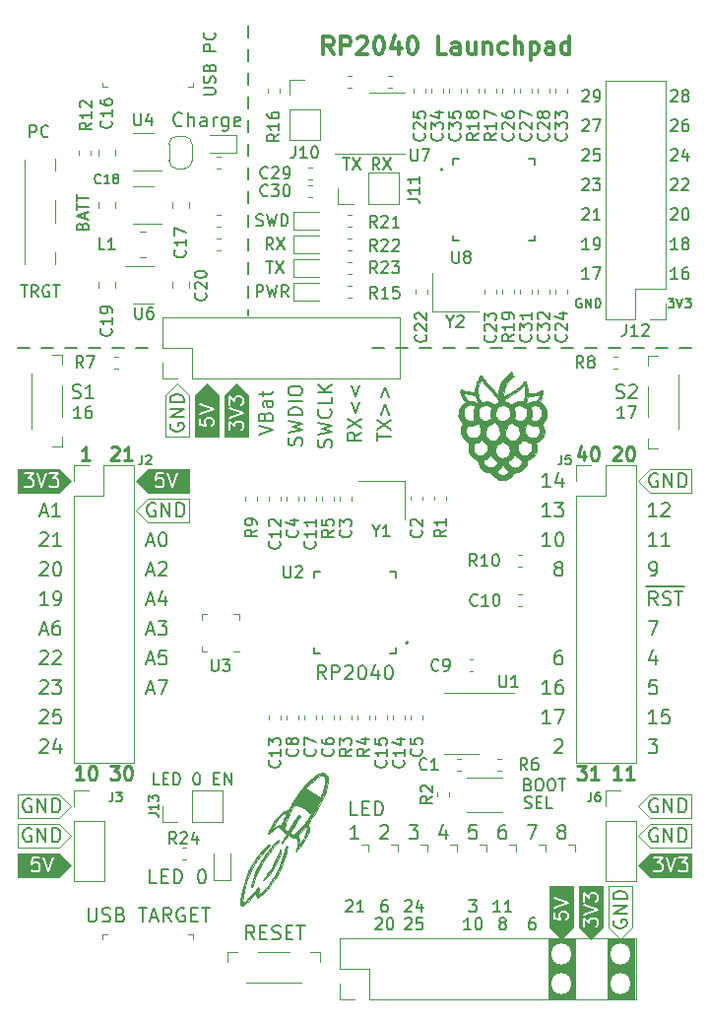
<source format=gbr>
G04 #@! TF.GenerationSoftware,KiCad,Pcbnew,5.1.5+dfsg1-2build2*
G04 #@! TF.CreationDate,2023-01-27T18:25:32+01:00*
G04 #@! TF.ProjectId,rp2040-launchpad-PCB,72703230-3430-42d6-9c61-756e63687061,rev?*
G04 #@! TF.SameCoordinates,Original*
G04 #@! TF.FileFunction,Legend,Top*
G04 #@! TF.FilePolarity,Positive*
%FSLAX46Y46*%
G04 Gerber Fmt 4.6, Leading zero omitted, Abs format (unit mm)*
G04 Created by KiCad (PCBNEW 5.1.5+dfsg1-2build2) date 2023-01-27 18:25:32*
%MOMM*%
%LPD*%
G04 APERTURE LIST*
%ADD10C,0.200000*%
%ADD11C,0.250000*%
%ADD12C,0.150000*%
%ADD13C,0.100000*%
%ADD14C,0.120000*%
%ADD15C,0.300000*%
%ADD16C,0.010000*%
%ADD17C,0.127000*%
%ADD18O,1.802000X1.802000*%
%ADD19R,1.802000X1.802000*%
%ADD20R,0.802000X0.802000*%
%ADD21R,1.302000X1.652000*%
%ADD22O,1.002000X1.652000*%
%ADD23O,1.352000X1.052000*%
%ADD24R,1.602000X1.652000*%
%ADD25R,0.502000X1.452000*%
%ADD26R,1.552000X1.102000*%
%ADD27R,1.002000X1.402000*%
%ADD28C,1.002000*%
%ADD29R,1.102000X1.552000*%
%ADD30R,1.402000X1.002000*%
%ADD31R,1.002000X1.102000*%
%ADD32C,2.000000*%
%ADD33C,1.626000*%
%ADD34R,3.502000X4.402000*%
%ADD35R,3.302000X3.302000*%
%ADD36R,1.162000X0.752000*%
%ADD37R,1.502000X1.302000*%
%ADD38R,1.602000X0.802000*%
%ADD39R,0.902000X1.102000*%
%ADD40C,0.200000*%
G04 APERTURE END LIST*
%LPD*%
D10*
X116260571Y-84812047D02*
X116308190Y-84669190D01*
X116355809Y-84621571D01*
X116451047Y-84573952D01*
X116593904Y-84573952D01*
X116689142Y-84621571D01*
X116736761Y-84669190D01*
X116784380Y-84764428D01*
X116784380Y-85145380D01*
X115784380Y-85145380D01*
X115784380Y-84812047D01*
X115832000Y-84716809D01*
X115879619Y-84669190D01*
X115974857Y-84621571D01*
X116070095Y-84621571D01*
X116165333Y-84669190D01*
X116212952Y-84716809D01*
X116260571Y-84812047D01*
X116260571Y-85145380D01*
X116498666Y-84193000D02*
X116498666Y-83716809D01*
X116784380Y-84288238D02*
X115784380Y-83954904D01*
X116784380Y-83621571D01*
X115784380Y-83431095D02*
X115784380Y-82859666D01*
X116784380Y-83145380D02*
X115784380Y-83145380D01*
X115784380Y-82669190D02*
X115784380Y-82097761D01*
X116784380Y-82383476D02*
X115784380Y-82383476D01*
X111760095Y-77160380D02*
X111760095Y-76160380D01*
X112141047Y-76160380D01*
X112236285Y-76208000D01*
X112283904Y-76255619D01*
X112331523Y-76350857D01*
X112331523Y-76493714D01*
X112283904Y-76588952D01*
X112236285Y-76636571D01*
X112141047Y-76684190D01*
X111760095Y-76684190D01*
X113331523Y-77065142D02*
X113283904Y-77112761D01*
X113141047Y-77160380D01*
X113045809Y-77160380D01*
X112902952Y-77112761D01*
X112807714Y-77017523D01*
X112760095Y-76922285D01*
X112712476Y-76731809D01*
X112712476Y-76588952D01*
X112760095Y-76398476D01*
X112807714Y-76303238D01*
X112902952Y-76208000D01*
X113045809Y-76160380D01*
X113141047Y-76160380D01*
X113283904Y-76208000D01*
X113331523Y-76255619D01*
X150145714Y-136248857D02*
X149574285Y-136248857D01*
X149517142Y-136820285D01*
X149574285Y-136763142D01*
X149688571Y-136706000D01*
X149974285Y-136706000D01*
X150088571Y-136763142D01*
X150145714Y-136820285D01*
X150202857Y-136934571D01*
X150202857Y-137220285D01*
X150145714Y-137334571D01*
X150088571Y-137391714D01*
X149974285Y-137448857D01*
X149688571Y-137448857D01*
X149574285Y-137391714D01*
X149517142Y-137334571D01*
X154305142Y-134770761D02*
X154448000Y-134818380D01*
X154686095Y-134818380D01*
X154781333Y-134770761D01*
X154828952Y-134723142D01*
X154876571Y-134627904D01*
X154876571Y-134532666D01*
X154828952Y-134437428D01*
X154781333Y-134389809D01*
X154686095Y-134342190D01*
X154495619Y-134294571D01*
X154400380Y-134246952D01*
X154352761Y-134199333D01*
X154305142Y-134104095D01*
X154305142Y-134008857D01*
X154352761Y-133913619D01*
X154400380Y-133866000D01*
X154495619Y-133818380D01*
X154733714Y-133818380D01*
X154876571Y-133866000D01*
X155305142Y-134294571D02*
X155638476Y-134294571D01*
X155781333Y-134818380D02*
X155305142Y-134818380D01*
X155305142Y-133818380D01*
X155781333Y-133818380D01*
X156686095Y-134818380D02*
X156209904Y-134818380D01*
X156209904Y-133818380D01*
X139944571Y-135416857D02*
X139373142Y-135416857D01*
X139373142Y-134216857D01*
X140344571Y-134788285D02*
X140744571Y-134788285D01*
X140916000Y-135416857D02*
X140344571Y-135416857D01*
X140344571Y-134216857D01*
X140916000Y-134216857D01*
X141430285Y-135416857D02*
X141430285Y-134216857D01*
X141716000Y-134216857D01*
X141887428Y-134274000D01*
X142001714Y-134388285D01*
X142058857Y-134502571D01*
X142116000Y-134731142D01*
X142116000Y-134902571D01*
X142058857Y-135131142D01*
X142001714Y-135245428D01*
X141887428Y-135359714D01*
X141716000Y-135416857D01*
X141430285Y-135416857D01*
X157365714Y-136763142D02*
X157251428Y-136706000D01*
X157194285Y-136648857D01*
X157137142Y-136534571D01*
X157137142Y-136477428D01*
X157194285Y-136363142D01*
X157251428Y-136306000D01*
X157365714Y-136248857D01*
X157594285Y-136248857D01*
X157708571Y-136306000D01*
X157765714Y-136363142D01*
X157822857Y-136477428D01*
X157822857Y-136534571D01*
X157765714Y-136648857D01*
X157708571Y-136706000D01*
X157594285Y-136763142D01*
X157365714Y-136763142D01*
X157251428Y-136820285D01*
X157194285Y-136877428D01*
X157137142Y-136991714D01*
X157137142Y-137220285D01*
X157194285Y-137334571D01*
X157251428Y-137391714D01*
X157365714Y-137448857D01*
X157594285Y-137448857D01*
X157708571Y-137391714D01*
X157765714Y-137334571D01*
X157822857Y-137220285D01*
X157822857Y-136991714D01*
X157765714Y-136877428D01*
X157708571Y-136820285D01*
X157594285Y-136763142D01*
X154540000Y-136248857D02*
X155340000Y-136248857D01*
X154825714Y-137448857D01*
X152628571Y-136248857D02*
X152400000Y-136248857D01*
X152285714Y-136306000D01*
X152228571Y-136363142D01*
X152114285Y-136534571D01*
X152057142Y-136763142D01*
X152057142Y-137220285D01*
X152114285Y-137334571D01*
X152171428Y-137391714D01*
X152285714Y-137448857D01*
X152514285Y-137448857D01*
X152628571Y-137391714D01*
X152685714Y-137334571D01*
X152742857Y-137220285D01*
X152742857Y-136934571D01*
X152685714Y-136820285D01*
X152628571Y-136763142D01*
X152514285Y-136706000D01*
X152285714Y-136706000D01*
X152171428Y-136763142D01*
X152114285Y-136820285D01*
X152057142Y-136934571D01*
X147548571Y-136648857D02*
X147548571Y-137448857D01*
X147262857Y-136191714D02*
X146977142Y-137048857D01*
X147720000Y-137048857D01*
X144380000Y-136248857D02*
X145122857Y-136248857D01*
X144722857Y-136706000D01*
X144894285Y-136706000D01*
X145008571Y-136763142D01*
X145065714Y-136820285D01*
X145122857Y-136934571D01*
X145122857Y-137220285D01*
X145065714Y-137334571D01*
X145008571Y-137391714D01*
X144894285Y-137448857D01*
X144551428Y-137448857D01*
X144437142Y-137391714D01*
X144380000Y-137334571D01*
X141897142Y-136363142D02*
X141954285Y-136306000D01*
X142068571Y-136248857D01*
X142354285Y-136248857D01*
X142468571Y-136306000D01*
X142525714Y-136363142D01*
X142582857Y-136477428D01*
X142582857Y-136591714D01*
X142525714Y-136763142D01*
X141840000Y-137448857D01*
X142582857Y-137448857D01*
X140042857Y-137448857D02*
X139357142Y-137448857D01*
X139700000Y-137448857D02*
X139700000Y-136248857D01*
X139585714Y-136420285D01*
X139471428Y-136534571D01*
X139357142Y-136591714D01*
D11*
X159423142Y-104136857D02*
X159423142Y-104936857D01*
X159137428Y-103679714D02*
X158851714Y-104536857D01*
X159594571Y-104536857D01*
X160280285Y-103736857D02*
X160394571Y-103736857D01*
X160508857Y-103794000D01*
X160566000Y-103851142D01*
X160623142Y-103965428D01*
X160680285Y-104194000D01*
X160680285Y-104479714D01*
X160623142Y-104708285D01*
X160566000Y-104822571D01*
X160508857Y-104879714D01*
X160394571Y-104936857D01*
X160280285Y-104936857D01*
X160166000Y-104879714D01*
X160108857Y-104822571D01*
X160051714Y-104708285D01*
X159994571Y-104479714D01*
X159994571Y-104194000D01*
X160051714Y-103965428D01*
X160108857Y-103851142D01*
X160166000Y-103794000D01*
X160280285Y-103736857D01*
X158794571Y-131168857D02*
X159537428Y-131168857D01*
X159137428Y-131626000D01*
X159308857Y-131626000D01*
X159423142Y-131683142D01*
X159480285Y-131740285D01*
X159537428Y-131854571D01*
X159537428Y-132140285D01*
X159480285Y-132254571D01*
X159423142Y-132311714D01*
X159308857Y-132368857D01*
X158966000Y-132368857D01*
X158851714Y-132311714D01*
X158794571Y-132254571D01*
X160680285Y-132368857D02*
X159994571Y-132368857D01*
X160337428Y-132368857D02*
X160337428Y-131168857D01*
X160223142Y-131340285D01*
X160108857Y-131454571D01*
X159994571Y-131511714D01*
X161899714Y-103851142D02*
X161956857Y-103794000D01*
X162071142Y-103736857D01*
X162356857Y-103736857D01*
X162471142Y-103794000D01*
X162528285Y-103851142D01*
X162585428Y-103965428D01*
X162585428Y-104079714D01*
X162528285Y-104251142D01*
X161842571Y-104936857D01*
X162585428Y-104936857D01*
X163328285Y-103736857D02*
X163442571Y-103736857D01*
X163556857Y-103794000D01*
X163614000Y-103851142D01*
X163671142Y-103965428D01*
X163728285Y-104194000D01*
X163728285Y-104479714D01*
X163671142Y-104708285D01*
X163614000Y-104822571D01*
X163556857Y-104879714D01*
X163442571Y-104936857D01*
X163328285Y-104936857D01*
X163214000Y-104879714D01*
X163156857Y-104822571D01*
X163099714Y-104708285D01*
X163042571Y-104479714D01*
X163042571Y-104194000D01*
X163099714Y-103965428D01*
X163156857Y-103851142D01*
X163214000Y-103794000D01*
X163328285Y-103736857D01*
X162585428Y-132368857D02*
X161899714Y-132368857D01*
X162242571Y-132368857D02*
X162242571Y-131168857D01*
X162128285Y-131340285D01*
X162014000Y-131454571D01*
X161899714Y-131511714D01*
X163728285Y-132368857D02*
X163042571Y-132368857D01*
X163385428Y-132368857D02*
X163385428Y-131168857D01*
X163271142Y-131340285D01*
X163156857Y-131454571D01*
X163042571Y-131511714D01*
X118662571Y-131168857D02*
X119405428Y-131168857D01*
X119005428Y-131626000D01*
X119176857Y-131626000D01*
X119291142Y-131683142D01*
X119348285Y-131740285D01*
X119405428Y-131854571D01*
X119405428Y-132140285D01*
X119348285Y-132254571D01*
X119291142Y-132311714D01*
X119176857Y-132368857D01*
X118834000Y-132368857D01*
X118719714Y-132311714D01*
X118662571Y-132254571D01*
X120148285Y-131168857D02*
X120262571Y-131168857D01*
X120376857Y-131226000D01*
X120434000Y-131283142D01*
X120491142Y-131397428D01*
X120548285Y-131626000D01*
X120548285Y-131911714D01*
X120491142Y-132140285D01*
X120434000Y-132254571D01*
X120376857Y-132311714D01*
X120262571Y-132368857D01*
X120148285Y-132368857D01*
X120034000Y-132311714D01*
X119976857Y-132254571D01*
X119919714Y-132140285D01*
X119862571Y-131911714D01*
X119862571Y-131626000D01*
X119919714Y-131397428D01*
X119976857Y-131283142D01*
X120034000Y-131226000D01*
X120148285Y-131168857D01*
X116357428Y-132368857D02*
X115671714Y-132368857D01*
X116014571Y-132368857D02*
X116014571Y-131168857D01*
X115900285Y-131340285D01*
X115786000Y-131454571D01*
X115671714Y-131511714D01*
X117100285Y-131168857D02*
X117214571Y-131168857D01*
X117328857Y-131226000D01*
X117386000Y-131283142D01*
X117443142Y-131397428D01*
X117500285Y-131626000D01*
X117500285Y-131911714D01*
X117443142Y-132140285D01*
X117386000Y-132254571D01*
X117328857Y-132311714D01*
X117214571Y-132368857D01*
X117100285Y-132368857D01*
X116986000Y-132311714D01*
X116928857Y-132254571D01*
X116871714Y-132140285D01*
X116814571Y-131911714D01*
X116814571Y-131626000D01*
X116871714Y-131397428D01*
X116928857Y-131283142D01*
X116986000Y-131226000D01*
X117100285Y-131168857D01*
X118719714Y-103851142D02*
X118776857Y-103794000D01*
X118891142Y-103736857D01*
X119176857Y-103736857D01*
X119291142Y-103794000D01*
X119348285Y-103851142D01*
X119405428Y-103965428D01*
X119405428Y-104079714D01*
X119348285Y-104251142D01*
X118662571Y-104936857D01*
X119405428Y-104936857D01*
X120548285Y-104936857D02*
X119862571Y-104936857D01*
X120205428Y-104936857D02*
X120205428Y-103736857D01*
X120091142Y-103908285D01*
X119976857Y-104022571D01*
X119862571Y-104079714D01*
X116928857Y-104936857D02*
X116243142Y-104936857D01*
X116586000Y-104936857D02*
X116586000Y-103736857D01*
X116471714Y-103908285D01*
X116357428Y-104022571D01*
X116243142Y-104079714D01*
D12*
X162877523Y-101290380D02*
X162306095Y-101290380D01*
X162591809Y-101290380D02*
X162591809Y-100290380D01*
X162496571Y-100433238D01*
X162401333Y-100528476D01*
X162306095Y-100576095D01*
X163210857Y-100290380D02*
X163877523Y-100290380D01*
X163448952Y-101290380D01*
X116141523Y-101290380D02*
X115570095Y-101290380D01*
X115855809Y-101290380D02*
X115855809Y-100290380D01*
X115760571Y-100433238D01*
X115665333Y-100528476D01*
X115570095Y-100576095D01*
X116998666Y-100290380D02*
X116808190Y-100290380D01*
X116712952Y-100338000D01*
X116665333Y-100385619D01*
X116570095Y-100528476D01*
X116522476Y-100718952D01*
X116522476Y-101099904D01*
X116570095Y-101195142D01*
X116617714Y-101242761D01*
X116712952Y-101290380D01*
X116903428Y-101290380D01*
X116998666Y-101242761D01*
X117046285Y-101195142D01*
X117093904Y-101099904D01*
X117093904Y-100861809D01*
X117046285Y-100766571D01*
X116998666Y-100718952D01*
X116903428Y-100671333D01*
X116712952Y-100671333D01*
X116617714Y-100718952D01*
X116570095Y-100766571D01*
X116522476Y-100861809D01*
D13*
G36*
X163703000Y-151130000D02*
G01*
X161417000Y-151130000D01*
X161417000Y-146050000D01*
X163703000Y-146050000D01*
X163703000Y-151130000D01*
G37*
X163703000Y-151130000D02*
X161417000Y-151130000D01*
X161417000Y-146050000D01*
X163703000Y-146050000D01*
X163703000Y-151130000D01*
G36*
X158623000Y-151130000D02*
G01*
X156337000Y-151130000D01*
X156337000Y-146050000D01*
X158623000Y-146050000D01*
X158623000Y-151130000D01*
G37*
X158623000Y-151130000D02*
X156337000Y-151130000D01*
X156337000Y-146050000D01*
X158623000Y-146050000D01*
X158623000Y-151130000D01*
D14*
X161544000Y-141478000D02*
X163576000Y-141478000D01*
X161544000Y-145034000D02*
X161544000Y-141478000D01*
X161544000Y-145034000D02*
X162560000Y-146050000D01*
X163576000Y-145034000D02*
X163576000Y-141478000D01*
X162560000Y-146050000D02*
X163576000Y-145034000D01*
D10*
X161960000Y-144424285D02*
X161902857Y-144538571D01*
X161902857Y-144710000D01*
X161960000Y-144881428D01*
X162074285Y-144995714D01*
X162188571Y-145052857D01*
X162417142Y-145110000D01*
X162588571Y-145110000D01*
X162817142Y-145052857D01*
X162931428Y-144995714D01*
X163045714Y-144881428D01*
X163102857Y-144710000D01*
X163102857Y-144595714D01*
X163045714Y-144424285D01*
X162988571Y-144367142D01*
X162588571Y-144367142D01*
X162588571Y-144595714D01*
X163102857Y-143852857D02*
X161902857Y-143852857D01*
X163102857Y-143167142D01*
X161902857Y-143167142D01*
X163102857Y-142595714D02*
X161902857Y-142595714D01*
X161902857Y-142310000D01*
X161960000Y-142138571D01*
X162074285Y-142024285D01*
X162188571Y-141967142D01*
X162417142Y-141910000D01*
X162588571Y-141910000D01*
X162817142Y-141967142D01*
X162931428Y-142024285D01*
X163045714Y-142138571D01*
X163102857Y-142310000D01*
X163102857Y-142595714D01*
D13*
G36*
X161036000Y-145034000D02*
G01*
X160020000Y-146050000D01*
X159004000Y-145034000D01*
X159004000Y-141478000D01*
X161036000Y-141478000D01*
X161036000Y-145034000D01*
G37*
X161036000Y-145034000D02*
X160020000Y-146050000D01*
X159004000Y-145034000D01*
X159004000Y-141478000D01*
X161036000Y-141478000D01*
X161036000Y-145034000D01*
G36*
X158496000Y-145034000D02*
G01*
X157480000Y-146050000D01*
X156464000Y-145034000D01*
X156464000Y-141478000D01*
X158496000Y-141478000D01*
X158496000Y-145034000D01*
G37*
X158496000Y-145034000D02*
X157480000Y-146050000D01*
X156464000Y-145034000D01*
X156464000Y-141478000D01*
X158496000Y-141478000D01*
X158496000Y-145034000D01*
D10*
X111861714Y-134020000D02*
X111747428Y-133962857D01*
X111576000Y-133962857D01*
X111404571Y-134020000D01*
X111290285Y-134134285D01*
X111233142Y-134248571D01*
X111176000Y-134477142D01*
X111176000Y-134648571D01*
X111233142Y-134877142D01*
X111290285Y-134991428D01*
X111404571Y-135105714D01*
X111576000Y-135162857D01*
X111690285Y-135162857D01*
X111861714Y-135105714D01*
X111918857Y-135048571D01*
X111918857Y-134648571D01*
X111690285Y-134648571D01*
X112433142Y-135162857D02*
X112433142Y-133962857D01*
X113118857Y-135162857D01*
X113118857Y-133962857D01*
X113690285Y-135162857D02*
X113690285Y-133962857D01*
X113976000Y-133962857D01*
X114147428Y-134020000D01*
X114261714Y-134134285D01*
X114318857Y-134248571D01*
X114376000Y-134477142D01*
X114376000Y-134648571D01*
X114318857Y-134877142D01*
X114261714Y-134991428D01*
X114147428Y-135105714D01*
X113976000Y-135162857D01*
X113690285Y-135162857D01*
X155130476Y-144232380D02*
X154940000Y-144232380D01*
X154844761Y-144280000D01*
X154797142Y-144327619D01*
X154701904Y-144470476D01*
X154654285Y-144660952D01*
X154654285Y-145041904D01*
X154701904Y-145137142D01*
X154749523Y-145184761D01*
X154844761Y-145232380D01*
X155035238Y-145232380D01*
X155130476Y-145184761D01*
X155178095Y-145137142D01*
X155225714Y-145041904D01*
X155225714Y-144803809D01*
X155178095Y-144708571D01*
X155130476Y-144660952D01*
X155035238Y-144613333D01*
X154844761Y-144613333D01*
X154749523Y-144660952D01*
X154701904Y-144708571D01*
X154654285Y-144803809D01*
X152304761Y-144660952D02*
X152209523Y-144613333D01*
X152161904Y-144565714D01*
X152114285Y-144470476D01*
X152114285Y-144422857D01*
X152161904Y-144327619D01*
X152209523Y-144280000D01*
X152304761Y-144232380D01*
X152495238Y-144232380D01*
X152590476Y-144280000D01*
X152638095Y-144327619D01*
X152685714Y-144422857D01*
X152685714Y-144470476D01*
X152638095Y-144565714D01*
X152590476Y-144613333D01*
X152495238Y-144660952D01*
X152304761Y-144660952D01*
X152209523Y-144708571D01*
X152161904Y-144756190D01*
X152114285Y-144851428D01*
X152114285Y-145041904D01*
X152161904Y-145137142D01*
X152209523Y-145184761D01*
X152304761Y-145232380D01*
X152495238Y-145232380D01*
X152590476Y-145184761D01*
X152638095Y-145137142D01*
X152685714Y-145041904D01*
X152685714Y-144851428D01*
X152638095Y-144756190D01*
X152590476Y-144708571D01*
X152495238Y-144660952D01*
X149669523Y-145232380D02*
X149098095Y-145232380D01*
X149383809Y-145232380D02*
X149383809Y-144232380D01*
X149288571Y-144375238D01*
X149193333Y-144470476D01*
X149098095Y-144518095D01*
X150288571Y-144232380D02*
X150383809Y-144232380D01*
X150479047Y-144280000D01*
X150526666Y-144327619D01*
X150574285Y-144422857D01*
X150621904Y-144613333D01*
X150621904Y-144851428D01*
X150574285Y-145041904D01*
X150526666Y-145137142D01*
X150479047Y-145184761D01*
X150383809Y-145232380D01*
X150288571Y-145232380D01*
X150193333Y-145184761D01*
X150145714Y-145137142D01*
X150098095Y-145041904D01*
X150050476Y-144851428D01*
X150050476Y-144613333D01*
X150098095Y-144422857D01*
X150145714Y-144327619D01*
X150193333Y-144280000D01*
X150288571Y-144232380D01*
X152209523Y-143708380D02*
X151638095Y-143708380D01*
X151923809Y-143708380D02*
X151923809Y-142708380D01*
X151828571Y-142851238D01*
X151733333Y-142946476D01*
X151638095Y-142994095D01*
X153161904Y-143708380D02*
X152590476Y-143708380D01*
X152876190Y-143708380D02*
X152876190Y-142708380D01*
X152780952Y-142851238D01*
X152685714Y-142946476D01*
X152590476Y-142994095D01*
X149526666Y-142708380D02*
X150145714Y-142708380D01*
X149812380Y-143089333D01*
X149955238Y-143089333D01*
X150050476Y-143136952D01*
X150098095Y-143184571D01*
X150145714Y-143279809D01*
X150145714Y-143517904D01*
X150098095Y-143613142D01*
X150050476Y-143660761D01*
X149955238Y-143708380D01*
X149669523Y-143708380D01*
X149574285Y-143660761D01*
X149526666Y-143613142D01*
X144018095Y-142803619D02*
X144065714Y-142756000D01*
X144160952Y-142708380D01*
X144399047Y-142708380D01*
X144494285Y-142756000D01*
X144541904Y-142803619D01*
X144589523Y-142898857D01*
X144589523Y-142994095D01*
X144541904Y-143136952D01*
X143970476Y-143708380D01*
X144589523Y-143708380D01*
X145446666Y-143041714D02*
X145446666Y-143708380D01*
X145208571Y-142660761D02*
X144970476Y-143375047D01*
X145589523Y-143375047D01*
X144018095Y-144327619D02*
X144065714Y-144280000D01*
X144160952Y-144232380D01*
X144399047Y-144232380D01*
X144494285Y-144280000D01*
X144541904Y-144327619D01*
X144589523Y-144422857D01*
X144589523Y-144518095D01*
X144541904Y-144660952D01*
X143970476Y-145232380D01*
X144589523Y-145232380D01*
X145494285Y-144232380D02*
X145018095Y-144232380D01*
X144970476Y-144708571D01*
X145018095Y-144660952D01*
X145113333Y-144613333D01*
X145351428Y-144613333D01*
X145446666Y-144660952D01*
X145494285Y-144708571D01*
X145541904Y-144803809D01*
X145541904Y-145041904D01*
X145494285Y-145137142D01*
X145446666Y-145184761D01*
X145351428Y-145232380D01*
X145113333Y-145232380D01*
X145018095Y-145184761D01*
X144970476Y-145137142D01*
X142430476Y-142708380D02*
X142240000Y-142708380D01*
X142144761Y-142756000D01*
X142097142Y-142803619D01*
X142001904Y-142946476D01*
X141954285Y-143136952D01*
X141954285Y-143517904D01*
X142001904Y-143613142D01*
X142049523Y-143660761D01*
X142144761Y-143708380D01*
X142335238Y-143708380D01*
X142430476Y-143660761D01*
X142478095Y-143613142D01*
X142525714Y-143517904D01*
X142525714Y-143279809D01*
X142478095Y-143184571D01*
X142430476Y-143136952D01*
X142335238Y-143089333D01*
X142144761Y-143089333D01*
X142049523Y-143136952D01*
X142001904Y-143184571D01*
X141954285Y-143279809D01*
X141478095Y-144327619D02*
X141525714Y-144280000D01*
X141620952Y-144232380D01*
X141859047Y-144232380D01*
X141954285Y-144280000D01*
X142001904Y-144327619D01*
X142049523Y-144422857D01*
X142049523Y-144518095D01*
X142001904Y-144660952D01*
X141430476Y-145232380D01*
X142049523Y-145232380D01*
X142668571Y-144232380D02*
X142763809Y-144232380D01*
X142859047Y-144280000D01*
X142906666Y-144327619D01*
X142954285Y-144422857D01*
X143001904Y-144613333D01*
X143001904Y-144851428D01*
X142954285Y-145041904D01*
X142906666Y-145137142D01*
X142859047Y-145184761D01*
X142763809Y-145232380D01*
X142668571Y-145232380D01*
X142573333Y-145184761D01*
X142525714Y-145137142D01*
X142478095Y-145041904D01*
X142430476Y-144851428D01*
X142430476Y-144613333D01*
X142478095Y-144422857D01*
X142525714Y-144327619D01*
X142573333Y-144280000D01*
X142668571Y-144232380D01*
X138938095Y-142803619D02*
X138985714Y-142756000D01*
X139080952Y-142708380D01*
X139319047Y-142708380D01*
X139414285Y-142756000D01*
X139461904Y-142803619D01*
X139509523Y-142898857D01*
X139509523Y-142994095D01*
X139461904Y-143136952D01*
X138890476Y-143708380D01*
X139509523Y-143708380D01*
X140461904Y-143708380D02*
X139890476Y-143708380D01*
X140176190Y-143708380D02*
X140176190Y-142708380D01*
X140080952Y-142851238D01*
X139985714Y-142946476D01*
X139890476Y-142994095D01*
X112623714Y-113757142D02*
X112680857Y-113700000D01*
X112795142Y-113642857D01*
X113080857Y-113642857D01*
X113195142Y-113700000D01*
X113252285Y-113757142D01*
X113309428Y-113871428D01*
X113309428Y-113985714D01*
X113252285Y-114157142D01*
X112566571Y-114842857D01*
X113309428Y-114842857D01*
X114052285Y-113642857D02*
X114166571Y-113642857D01*
X114280857Y-113700000D01*
X114338000Y-113757142D01*
X114395142Y-113871428D01*
X114452285Y-114100000D01*
X114452285Y-114385714D01*
X114395142Y-114614285D01*
X114338000Y-114728571D01*
X114280857Y-114785714D01*
X114166571Y-114842857D01*
X114052285Y-114842857D01*
X113938000Y-114785714D01*
X113880857Y-114728571D01*
X113823714Y-114614285D01*
X113766571Y-114385714D01*
X113766571Y-114100000D01*
X113823714Y-113871428D01*
X113880857Y-113757142D01*
X113938000Y-113700000D01*
X114052285Y-113642857D01*
X112623714Y-111217142D02*
X112680857Y-111160000D01*
X112795142Y-111102857D01*
X113080857Y-111102857D01*
X113195142Y-111160000D01*
X113252285Y-111217142D01*
X113309428Y-111331428D01*
X113309428Y-111445714D01*
X113252285Y-111617142D01*
X112566571Y-112302857D01*
X113309428Y-112302857D01*
X114452285Y-112302857D02*
X113766571Y-112302857D01*
X114109428Y-112302857D02*
X114109428Y-111102857D01*
X113995142Y-111274285D01*
X113880857Y-111388571D01*
X113766571Y-111445714D01*
X112623714Y-128997142D02*
X112680857Y-128940000D01*
X112795142Y-128882857D01*
X113080857Y-128882857D01*
X113195142Y-128940000D01*
X113252285Y-128997142D01*
X113309428Y-129111428D01*
X113309428Y-129225714D01*
X113252285Y-129397142D01*
X112566571Y-130082857D01*
X113309428Y-130082857D01*
X114338000Y-129282857D02*
X114338000Y-130082857D01*
X114052285Y-128825714D02*
X113766571Y-129682857D01*
X114509428Y-129682857D01*
X112623714Y-126457142D02*
X112680857Y-126400000D01*
X112795142Y-126342857D01*
X113080857Y-126342857D01*
X113195142Y-126400000D01*
X113252285Y-126457142D01*
X113309428Y-126571428D01*
X113309428Y-126685714D01*
X113252285Y-126857142D01*
X112566571Y-127542857D01*
X113309428Y-127542857D01*
X114395142Y-126342857D02*
X113823714Y-126342857D01*
X113766571Y-126914285D01*
X113823714Y-126857142D01*
X113938000Y-126800000D01*
X114223714Y-126800000D01*
X114338000Y-126857142D01*
X114395142Y-126914285D01*
X114452285Y-127028571D01*
X114452285Y-127314285D01*
X114395142Y-127428571D01*
X114338000Y-127485714D01*
X114223714Y-127542857D01*
X113938000Y-127542857D01*
X113823714Y-127485714D01*
X113766571Y-127428571D01*
X112623714Y-123917142D02*
X112680857Y-123860000D01*
X112795142Y-123802857D01*
X113080857Y-123802857D01*
X113195142Y-123860000D01*
X113252285Y-123917142D01*
X113309428Y-124031428D01*
X113309428Y-124145714D01*
X113252285Y-124317142D01*
X112566571Y-125002857D01*
X113309428Y-125002857D01*
X113709428Y-123802857D02*
X114452285Y-123802857D01*
X114052285Y-124260000D01*
X114223714Y-124260000D01*
X114338000Y-124317142D01*
X114395142Y-124374285D01*
X114452285Y-124488571D01*
X114452285Y-124774285D01*
X114395142Y-124888571D01*
X114338000Y-124945714D01*
X114223714Y-125002857D01*
X113880857Y-125002857D01*
X113766571Y-124945714D01*
X113709428Y-124888571D01*
X112623714Y-121377142D02*
X112680857Y-121320000D01*
X112795142Y-121262857D01*
X113080857Y-121262857D01*
X113195142Y-121320000D01*
X113252285Y-121377142D01*
X113309428Y-121491428D01*
X113309428Y-121605714D01*
X113252285Y-121777142D01*
X112566571Y-122462857D01*
X113309428Y-122462857D01*
X113766571Y-121377142D02*
X113823714Y-121320000D01*
X113938000Y-121262857D01*
X114223714Y-121262857D01*
X114338000Y-121320000D01*
X114395142Y-121377142D01*
X114452285Y-121491428D01*
X114452285Y-121605714D01*
X114395142Y-121777142D01*
X113709428Y-122462857D01*
X114452285Y-122462857D01*
X113309428Y-117382857D02*
X112623714Y-117382857D01*
X112966571Y-117382857D02*
X112966571Y-116182857D01*
X112852285Y-116354285D01*
X112738000Y-116468571D01*
X112623714Y-116525714D01*
X113880857Y-117382857D02*
X114109428Y-117382857D01*
X114223714Y-117325714D01*
X114280857Y-117268571D01*
X114395142Y-117097142D01*
X114452285Y-116868571D01*
X114452285Y-116411428D01*
X114395142Y-116297142D01*
X114338000Y-116240000D01*
X114223714Y-116182857D01*
X113995142Y-116182857D01*
X113880857Y-116240000D01*
X113823714Y-116297142D01*
X113766571Y-116411428D01*
X113766571Y-116697142D01*
X113823714Y-116811428D01*
X113880857Y-116868571D01*
X113995142Y-116925714D01*
X114223714Y-116925714D01*
X114338000Y-116868571D01*
X114395142Y-116811428D01*
X114452285Y-116697142D01*
X112680857Y-119580000D02*
X113252285Y-119580000D01*
X112566571Y-119922857D02*
X112966571Y-118722857D01*
X113366571Y-119922857D01*
X114280857Y-118722857D02*
X114052285Y-118722857D01*
X113938000Y-118780000D01*
X113880857Y-118837142D01*
X113766571Y-119008571D01*
X113709428Y-119237142D01*
X113709428Y-119694285D01*
X113766571Y-119808571D01*
X113823714Y-119865714D01*
X113938000Y-119922857D01*
X114166571Y-119922857D01*
X114280857Y-119865714D01*
X114338000Y-119808571D01*
X114395142Y-119694285D01*
X114395142Y-119408571D01*
X114338000Y-119294285D01*
X114280857Y-119237142D01*
X114166571Y-119180000D01*
X113938000Y-119180000D01*
X113823714Y-119237142D01*
X113766571Y-119294285D01*
X113709428Y-119408571D01*
X112680857Y-109420000D02*
X113252285Y-109420000D01*
X112566571Y-109762857D02*
X112966571Y-108562857D01*
X113366571Y-109762857D01*
X114395142Y-109762857D02*
X113709428Y-109762857D01*
X114052285Y-109762857D02*
X114052285Y-108562857D01*
X113938000Y-108734285D01*
X113823714Y-108848571D01*
X113709428Y-108905714D01*
X121824857Y-124660000D02*
X122396285Y-124660000D01*
X121710571Y-125002857D02*
X122110571Y-123802857D01*
X122510571Y-125002857D01*
X122796285Y-123802857D02*
X123596285Y-123802857D01*
X123082000Y-125002857D01*
X121824857Y-122120000D02*
X122396285Y-122120000D01*
X121710571Y-122462857D02*
X122110571Y-121262857D01*
X122510571Y-122462857D01*
X123482000Y-121262857D02*
X122910571Y-121262857D01*
X122853428Y-121834285D01*
X122910571Y-121777142D01*
X123024857Y-121720000D01*
X123310571Y-121720000D01*
X123424857Y-121777142D01*
X123482000Y-121834285D01*
X123539142Y-121948571D01*
X123539142Y-122234285D01*
X123482000Y-122348571D01*
X123424857Y-122405714D01*
X123310571Y-122462857D01*
X123024857Y-122462857D01*
X122910571Y-122405714D01*
X122853428Y-122348571D01*
X121824857Y-119580000D02*
X122396285Y-119580000D01*
X121710571Y-119922857D02*
X122110571Y-118722857D01*
X122510571Y-119922857D01*
X122796285Y-118722857D02*
X123539142Y-118722857D01*
X123139142Y-119180000D01*
X123310571Y-119180000D01*
X123424857Y-119237142D01*
X123482000Y-119294285D01*
X123539142Y-119408571D01*
X123539142Y-119694285D01*
X123482000Y-119808571D01*
X123424857Y-119865714D01*
X123310571Y-119922857D01*
X122967714Y-119922857D01*
X122853428Y-119865714D01*
X122796285Y-119808571D01*
X121824857Y-117040000D02*
X122396285Y-117040000D01*
X121710571Y-117382857D02*
X122110571Y-116182857D01*
X122510571Y-117382857D01*
X123424857Y-116582857D02*
X123424857Y-117382857D01*
X123139142Y-116125714D02*
X122853428Y-116982857D01*
X123596285Y-116982857D01*
X121824857Y-114500000D02*
X122396285Y-114500000D01*
X121710571Y-114842857D02*
X122110571Y-113642857D01*
X122510571Y-114842857D01*
X122853428Y-113757142D02*
X122910571Y-113700000D01*
X123024857Y-113642857D01*
X123310571Y-113642857D01*
X123424857Y-113700000D01*
X123482000Y-113757142D01*
X123539142Y-113871428D01*
X123539142Y-113985714D01*
X123482000Y-114157142D01*
X122796285Y-114842857D01*
X123539142Y-114842857D01*
X121824857Y-111960000D02*
X122396285Y-111960000D01*
X121710571Y-112302857D02*
X122110571Y-111102857D01*
X122510571Y-112302857D01*
X123139142Y-111102857D02*
X123253428Y-111102857D01*
X123367714Y-111160000D01*
X123424857Y-111217142D01*
X123482000Y-111331428D01*
X123539142Y-111560000D01*
X123539142Y-111845714D01*
X123482000Y-112074285D01*
X123424857Y-112188571D01*
X123367714Y-112245714D01*
X123253428Y-112302857D01*
X123139142Y-112302857D01*
X123024857Y-112245714D01*
X122967714Y-112188571D01*
X122910571Y-112074285D01*
X122853428Y-111845714D01*
X122853428Y-111560000D01*
X122910571Y-111331428D01*
X122967714Y-111217142D01*
X123024857Y-111160000D01*
X123139142Y-111102857D01*
X156883142Y-128997142D02*
X156940285Y-128940000D01*
X157054571Y-128882857D01*
X157340285Y-128882857D01*
X157454571Y-128940000D01*
X157511714Y-128997142D01*
X157568857Y-129111428D01*
X157568857Y-129225714D01*
X157511714Y-129397142D01*
X156826000Y-130082857D01*
X157568857Y-130082857D01*
X156489428Y-127542857D02*
X155803714Y-127542857D01*
X156146571Y-127542857D02*
X156146571Y-126342857D01*
X156032285Y-126514285D01*
X155918000Y-126628571D01*
X155803714Y-126685714D01*
X156889428Y-126342857D02*
X157689428Y-126342857D01*
X157175142Y-127542857D01*
X156489428Y-125002857D02*
X155803714Y-125002857D01*
X156146571Y-125002857D02*
X156146571Y-123802857D01*
X156032285Y-123974285D01*
X155918000Y-124088571D01*
X155803714Y-124145714D01*
X157518000Y-123802857D02*
X157289428Y-123802857D01*
X157175142Y-123860000D01*
X157118000Y-123917142D01*
X157003714Y-124088571D01*
X156946571Y-124317142D01*
X156946571Y-124774285D01*
X157003714Y-124888571D01*
X157060857Y-124945714D01*
X157175142Y-125002857D01*
X157403714Y-125002857D01*
X157518000Y-124945714D01*
X157575142Y-124888571D01*
X157632285Y-124774285D01*
X157632285Y-124488571D01*
X157575142Y-124374285D01*
X157518000Y-124317142D01*
X157403714Y-124260000D01*
X157175142Y-124260000D01*
X157060857Y-124317142D01*
X157003714Y-124374285D01*
X156946571Y-124488571D01*
X157454571Y-121262857D02*
X157226000Y-121262857D01*
X157111714Y-121320000D01*
X157054571Y-121377142D01*
X156940285Y-121548571D01*
X156883142Y-121777142D01*
X156883142Y-122234285D01*
X156940285Y-122348571D01*
X156997428Y-122405714D01*
X157111714Y-122462857D01*
X157340285Y-122462857D01*
X157454571Y-122405714D01*
X157511714Y-122348571D01*
X157568857Y-122234285D01*
X157568857Y-121948571D01*
X157511714Y-121834285D01*
X157454571Y-121777142D01*
X157340285Y-121720000D01*
X157111714Y-121720000D01*
X156997428Y-121777142D01*
X156940285Y-121834285D01*
X156883142Y-121948571D01*
X157111714Y-114157142D02*
X156997428Y-114100000D01*
X156940285Y-114042857D01*
X156883142Y-113928571D01*
X156883142Y-113871428D01*
X156940285Y-113757142D01*
X156997428Y-113700000D01*
X157111714Y-113642857D01*
X157340285Y-113642857D01*
X157454571Y-113700000D01*
X157511714Y-113757142D01*
X157568857Y-113871428D01*
X157568857Y-113928571D01*
X157511714Y-114042857D01*
X157454571Y-114100000D01*
X157340285Y-114157142D01*
X157111714Y-114157142D01*
X156997428Y-114214285D01*
X156940285Y-114271428D01*
X156883142Y-114385714D01*
X156883142Y-114614285D01*
X156940285Y-114728571D01*
X156997428Y-114785714D01*
X157111714Y-114842857D01*
X157340285Y-114842857D01*
X157454571Y-114785714D01*
X157511714Y-114728571D01*
X157568857Y-114614285D01*
X157568857Y-114385714D01*
X157511714Y-114271428D01*
X157454571Y-114214285D01*
X157340285Y-114157142D01*
X156489428Y-112302857D02*
X155803714Y-112302857D01*
X156146571Y-112302857D02*
X156146571Y-111102857D01*
X156032285Y-111274285D01*
X155918000Y-111388571D01*
X155803714Y-111445714D01*
X157232285Y-111102857D02*
X157346571Y-111102857D01*
X157460857Y-111160000D01*
X157518000Y-111217142D01*
X157575142Y-111331428D01*
X157632285Y-111560000D01*
X157632285Y-111845714D01*
X157575142Y-112074285D01*
X157518000Y-112188571D01*
X157460857Y-112245714D01*
X157346571Y-112302857D01*
X157232285Y-112302857D01*
X157118000Y-112245714D01*
X157060857Y-112188571D01*
X157003714Y-112074285D01*
X156946571Y-111845714D01*
X156946571Y-111560000D01*
X157003714Y-111331428D01*
X157060857Y-111217142D01*
X157118000Y-111160000D01*
X157232285Y-111102857D01*
X156489428Y-109762857D02*
X155803714Y-109762857D01*
X156146571Y-109762857D02*
X156146571Y-108562857D01*
X156032285Y-108734285D01*
X155918000Y-108848571D01*
X155803714Y-108905714D01*
X156889428Y-108562857D02*
X157632285Y-108562857D01*
X157232285Y-109020000D01*
X157403714Y-109020000D01*
X157518000Y-109077142D01*
X157575142Y-109134285D01*
X157632285Y-109248571D01*
X157632285Y-109534285D01*
X157575142Y-109648571D01*
X157518000Y-109705714D01*
X157403714Y-109762857D01*
X157060857Y-109762857D01*
X156946571Y-109705714D01*
X156889428Y-109648571D01*
X156489428Y-107222857D02*
X155803714Y-107222857D01*
X156146571Y-107222857D02*
X156146571Y-106022857D01*
X156032285Y-106194285D01*
X155918000Y-106308571D01*
X155803714Y-106365714D01*
X157518000Y-106422857D02*
X157518000Y-107222857D01*
X157232285Y-105965714D02*
X156946571Y-106822857D01*
X157689428Y-106822857D01*
X164954000Y-128882857D02*
X165696857Y-128882857D01*
X165296857Y-129340000D01*
X165468285Y-129340000D01*
X165582571Y-129397142D01*
X165639714Y-129454285D01*
X165696857Y-129568571D01*
X165696857Y-129854285D01*
X165639714Y-129968571D01*
X165582571Y-130025714D01*
X165468285Y-130082857D01*
X165125428Y-130082857D01*
X165011142Y-130025714D01*
X164954000Y-129968571D01*
X165633428Y-127542857D02*
X164947714Y-127542857D01*
X165290571Y-127542857D02*
X165290571Y-126342857D01*
X165176285Y-126514285D01*
X165062000Y-126628571D01*
X164947714Y-126685714D01*
X166719142Y-126342857D02*
X166147714Y-126342857D01*
X166090571Y-126914285D01*
X166147714Y-126857142D01*
X166262000Y-126800000D01*
X166547714Y-126800000D01*
X166662000Y-126857142D01*
X166719142Y-126914285D01*
X166776285Y-127028571D01*
X166776285Y-127314285D01*
X166719142Y-127428571D01*
X166662000Y-127485714D01*
X166547714Y-127542857D01*
X166262000Y-127542857D01*
X166147714Y-127485714D01*
X166090571Y-127428571D01*
X165639714Y-123802857D02*
X165068285Y-123802857D01*
X165011142Y-124374285D01*
X165068285Y-124317142D01*
X165182571Y-124260000D01*
X165468285Y-124260000D01*
X165582571Y-124317142D01*
X165639714Y-124374285D01*
X165696857Y-124488571D01*
X165696857Y-124774285D01*
X165639714Y-124888571D01*
X165582571Y-124945714D01*
X165468285Y-125002857D01*
X165182571Y-125002857D01*
X165068285Y-124945714D01*
X165011142Y-124888571D01*
X165582571Y-121662857D02*
X165582571Y-122462857D01*
X165296857Y-121205714D02*
X165011142Y-122062857D01*
X165754000Y-122062857D01*
X164954000Y-118722857D02*
X165754000Y-118722857D01*
X165239714Y-119922857D01*
X164741428Y-115716000D02*
X165941428Y-115716000D01*
X165712857Y-117382857D02*
X165312857Y-116811428D01*
X165027142Y-117382857D02*
X165027142Y-116182857D01*
X165484285Y-116182857D01*
X165598571Y-116240000D01*
X165655714Y-116297142D01*
X165712857Y-116411428D01*
X165712857Y-116582857D01*
X165655714Y-116697142D01*
X165598571Y-116754285D01*
X165484285Y-116811428D01*
X165027142Y-116811428D01*
X165941428Y-115716000D02*
X167084285Y-115716000D01*
X166170000Y-117325714D02*
X166341428Y-117382857D01*
X166627142Y-117382857D01*
X166741428Y-117325714D01*
X166798571Y-117268571D01*
X166855714Y-117154285D01*
X166855714Y-117040000D01*
X166798571Y-116925714D01*
X166741428Y-116868571D01*
X166627142Y-116811428D01*
X166398571Y-116754285D01*
X166284285Y-116697142D01*
X166227142Y-116640000D01*
X166170000Y-116525714D01*
X166170000Y-116411428D01*
X166227142Y-116297142D01*
X166284285Y-116240000D01*
X166398571Y-116182857D01*
X166684285Y-116182857D01*
X166855714Y-116240000D01*
X167084285Y-115716000D02*
X167998571Y-115716000D01*
X167198571Y-116182857D02*
X167884285Y-116182857D01*
X167541428Y-117382857D02*
X167541428Y-116182857D01*
X165125428Y-114842857D02*
X165354000Y-114842857D01*
X165468285Y-114785714D01*
X165525428Y-114728571D01*
X165639714Y-114557142D01*
X165696857Y-114328571D01*
X165696857Y-113871428D01*
X165639714Y-113757142D01*
X165582571Y-113700000D01*
X165468285Y-113642857D01*
X165239714Y-113642857D01*
X165125428Y-113700000D01*
X165068285Y-113757142D01*
X165011142Y-113871428D01*
X165011142Y-114157142D01*
X165068285Y-114271428D01*
X165125428Y-114328571D01*
X165239714Y-114385714D01*
X165468285Y-114385714D01*
X165582571Y-114328571D01*
X165639714Y-114271428D01*
X165696857Y-114157142D01*
X165633428Y-112302857D02*
X164947714Y-112302857D01*
X165290571Y-112302857D02*
X165290571Y-111102857D01*
X165176285Y-111274285D01*
X165062000Y-111388571D01*
X164947714Y-111445714D01*
X166776285Y-112302857D02*
X166090571Y-112302857D01*
X166433428Y-112302857D02*
X166433428Y-111102857D01*
X166319142Y-111274285D01*
X166204857Y-111388571D01*
X166090571Y-111445714D01*
X165633428Y-109762857D02*
X164947714Y-109762857D01*
X165290571Y-109762857D02*
X165290571Y-108562857D01*
X165176285Y-108734285D01*
X165062000Y-108848571D01*
X164947714Y-108905714D01*
X166090571Y-108677142D02*
X166147714Y-108620000D01*
X166262000Y-108562857D01*
X166547714Y-108562857D01*
X166662000Y-108620000D01*
X166719142Y-108677142D01*
X166776285Y-108791428D01*
X166776285Y-108905714D01*
X166719142Y-109077142D01*
X166033428Y-109762857D01*
X166776285Y-109762857D01*
X131422857Y-102723714D02*
X132622857Y-102323714D01*
X131422857Y-101923714D01*
X131994285Y-101123714D02*
X132051428Y-100952285D01*
X132108571Y-100895142D01*
X132222857Y-100838000D01*
X132394285Y-100838000D01*
X132508571Y-100895142D01*
X132565714Y-100952285D01*
X132622857Y-101066571D01*
X132622857Y-101523714D01*
X131422857Y-101523714D01*
X131422857Y-101123714D01*
X131480000Y-101009428D01*
X131537142Y-100952285D01*
X131651428Y-100895142D01*
X131765714Y-100895142D01*
X131880000Y-100952285D01*
X131937142Y-101009428D01*
X131994285Y-101123714D01*
X131994285Y-101523714D01*
X132622857Y-99809428D02*
X131994285Y-99809428D01*
X131880000Y-99866571D01*
X131822857Y-99980857D01*
X131822857Y-100209428D01*
X131880000Y-100323714D01*
X132565714Y-99809428D02*
X132622857Y-99923714D01*
X132622857Y-100209428D01*
X132565714Y-100323714D01*
X132451428Y-100380857D01*
X132337142Y-100380857D01*
X132222857Y-100323714D01*
X132165714Y-100209428D01*
X132165714Y-99923714D01*
X132108571Y-99809428D01*
X131822857Y-99409428D02*
X131822857Y-98952285D01*
X131422857Y-99238000D02*
X132451428Y-99238000D01*
X132565714Y-99180857D01*
X132622857Y-99066571D01*
X132622857Y-98952285D01*
X131254666Y-90876380D02*
X131254666Y-89876380D01*
X131635619Y-89876380D01*
X131730857Y-89924000D01*
X131778476Y-89971619D01*
X131826095Y-90066857D01*
X131826095Y-90209714D01*
X131778476Y-90304952D01*
X131730857Y-90352571D01*
X131635619Y-90400190D01*
X131254666Y-90400190D01*
X132159428Y-89876380D02*
X132397523Y-90876380D01*
X132588000Y-90162095D01*
X132778476Y-90876380D01*
X133016571Y-89876380D01*
X133968952Y-90876380D02*
X133635619Y-90400190D01*
X133397523Y-90876380D02*
X133397523Y-89876380D01*
X133778476Y-89876380D01*
X133873714Y-89924000D01*
X133921333Y-89971619D01*
X133968952Y-90066857D01*
X133968952Y-90209714D01*
X133921333Y-90304952D01*
X133873714Y-90352571D01*
X133778476Y-90400190D01*
X133397523Y-90400190D01*
D14*
X165100000Y-107696000D02*
X164084000Y-106680000D01*
X168656000Y-107696000D02*
X165100000Y-107696000D01*
X168656000Y-105664000D02*
X168656000Y-107696000D01*
X165100000Y-105664000D02*
X168656000Y-105664000D01*
X164084000Y-106680000D02*
X165100000Y-105664000D01*
D10*
X165709714Y-106080000D02*
X165595428Y-106022857D01*
X165424000Y-106022857D01*
X165252571Y-106080000D01*
X165138285Y-106194285D01*
X165081142Y-106308571D01*
X165024000Y-106537142D01*
X165024000Y-106708571D01*
X165081142Y-106937142D01*
X165138285Y-107051428D01*
X165252571Y-107165714D01*
X165424000Y-107222857D01*
X165538285Y-107222857D01*
X165709714Y-107165714D01*
X165766857Y-107108571D01*
X165766857Y-106708571D01*
X165538285Y-106708571D01*
X166281142Y-107222857D02*
X166281142Y-106022857D01*
X166966857Y-107222857D01*
X166966857Y-106022857D01*
X167538285Y-107222857D02*
X167538285Y-106022857D01*
X167824000Y-106022857D01*
X167995428Y-106080000D01*
X168109714Y-106194285D01*
X168166857Y-106308571D01*
X168224000Y-106537142D01*
X168224000Y-106708571D01*
X168166857Y-106937142D01*
X168109714Y-107051428D01*
X167995428Y-107165714D01*
X167824000Y-107222857D01*
X167538285Y-107222857D01*
X132080095Y-87844380D02*
X132651523Y-87844380D01*
X132365809Y-88844380D02*
X132365809Y-87844380D01*
X132889619Y-87844380D02*
X133556285Y-88844380D01*
X133556285Y-87844380D02*
X132889619Y-88844380D01*
X132675333Y-86812380D02*
X132342000Y-86336190D01*
X132103904Y-86812380D02*
X132103904Y-85812380D01*
X132484857Y-85812380D01*
X132580095Y-85860000D01*
X132627714Y-85907619D01*
X132675333Y-86002857D01*
X132675333Y-86145714D01*
X132627714Y-86240952D01*
X132580095Y-86288571D01*
X132484857Y-86336190D01*
X132103904Y-86336190D01*
X133008666Y-85812380D02*
X133675333Y-86812380D01*
X133675333Y-85812380D02*
X133008666Y-86812380D01*
X131230857Y-84732761D02*
X131373714Y-84780380D01*
X131611809Y-84780380D01*
X131707047Y-84732761D01*
X131754666Y-84685142D01*
X131802285Y-84589904D01*
X131802285Y-84494666D01*
X131754666Y-84399428D01*
X131707047Y-84351809D01*
X131611809Y-84304190D01*
X131421333Y-84256571D01*
X131326095Y-84208952D01*
X131278476Y-84161333D01*
X131230857Y-84066095D01*
X131230857Y-83970857D01*
X131278476Y-83875619D01*
X131326095Y-83828000D01*
X131421333Y-83780380D01*
X131659428Y-83780380D01*
X131802285Y-83828000D01*
X132135619Y-83780380D02*
X132373714Y-84780380D01*
X132564190Y-84066095D01*
X132754666Y-84780380D01*
X132992761Y-83780380D01*
X133373714Y-84780380D02*
X133373714Y-83780380D01*
X133611809Y-83780380D01*
X133754666Y-83828000D01*
X133849904Y-83923238D01*
X133897523Y-84018476D01*
X133945142Y-84208952D01*
X133945142Y-84351809D01*
X133897523Y-84542285D01*
X133849904Y-84637523D01*
X133754666Y-84732761D01*
X133611809Y-84780380D01*
X133373714Y-84780380D01*
D15*
X137859714Y-70020571D02*
X137359714Y-69306285D01*
X137002571Y-70020571D02*
X137002571Y-68520571D01*
X137574000Y-68520571D01*
X137716857Y-68592000D01*
X137788285Y-68663428D01*
X137859714Y-68806285D01*
X137859714Y-69020571D01*
X137788285Y-69163428D01*
X137716857Y-69234857D01*
X137574000Y-69306285D01*
X137002571Y-69306285D01*
X138502571Y-70020571D02*
X138502571Y-68520571D01*
X139074000Y-68520571D01*
X139216857Y-68592000D01*
X139288285Y-68663428D01*
X139359714Y-68806285D01*
X139359714Y-69020571D01*
X139288285Y-69163428D01*
X139216857Y-69234857D01*
X139074000Y-69306285D01*
X138502571Y-69306285D01*
X139931142Y-68663428D02*
X140002571Y-68592000D01*
X140145428Y-68520571D01*
X140502571Y-68520571D01*
X140645428Y-68592000D01*
X140716857Y-68663428D01*
X140788285Y-68806285D01*
X140788285Y-68949142D01*
X140716857Y-69163428D01*
X139859714Y-70020571D01*
X140788285Y-70020571D01*
X141716857Y-68520571D02*
X141859714Y-68520571D01*
X142002571Y-68592000D01*
X142074000Y-68663428D01*
X142145428Y-68806285D01*
X142216857Y-69092000D01*
X142216857Y-69449142D01*
X142145428Y-69734857D01*
X142074000Y-69877714D01*
X142002571Y-69949142D01*
X141859714Y-70020571D01*
X141716857Y-70020571D01*
X141574000Y-69949142D01*
X141502571Y-69877714D01*
X141431142Y-69734857D01*
X141359714Y-69449142D01*
X141359714Y-69092000D01*
X141431142Y-68806285D01*
X141502571Y-68663428D01*
X141574000Y-68592000D01*
X141716857Y-68520571D01*
X143502571Y-69020571D02*
X143502571Y-70020571D01*
X143145428Y-68449142D02*
X142788285Y-69520571D01*
X143716857Y-69520571D01*
X144574000Y-68520571D02*
X144716857Y-68520571D01*
X144859714Y-68592000D01*
X144931142Y-68663428D01*
X145002571Y-68806285D01*
X145074000Y-69092000D01*
X145074000Y-69449142D01*
X145002571Y-69734857D01*
X144931142Y-69877714D01*
X144859714Y-69949142D01*
X144716857Y-70020571D01*
X144574000Y-70020571D01*
X144431142Y-69949142D01*
X144359714Y-69877714D01*
X144288285Y-69734857D01*
X144216857Y-69449142D01*
X144216857Y-69092000D01*
X144288285Y-68806285D01*
X144359714Y-68663428D01*
X144431142Y-68592000D01*
X144574000Y-68520571D01*
X147574000Y-70020571D02*
X146859714Y-70020571D01*
X146859714Y-68520571D01*
X148716857Y-70020571D02*
X148716857Y-69234857D01*
X148645428Y-69092000D01*
X148502571Y-69020571D01*
X148216857Y-69020571D01*
X148074000Y-69092000D01*
X148716857Y-69949142D02*
X148574000Y-70020571D01*
X148216857Y-70020571D01*
X148074000Y-69949142D01*
X148002571Y-69806285D01*
X148002571Y-69663428D01*
X148074000Y-69520571D01*
X148216857Y-69449142D01*
X148574000Y-69449142D01*
X148716857Y-69377714D01*
X150074000Y-69020571D02*
X150074000Y-70020571D01*
X149431142Y-69020571D02*
X149431142Y-69806285D01*
X149502571Y-69949142D01*
X149645428Y-70020571D01*
X149859714Y-70020571D01*
X150002571Y-69949142D01*
X150074000Y-69877714D01*
X150788285Y-69020571D02*
X150788285Y-70020571D01*
X150788285Y-69163428D02*
X150859714Y-69092000D01*
X151002571Y-69020571D01*
X151216857Y-69020571D01*
X151359714Y-69092000D01*
X151431142Y-69234857D01*
X151431142Y-70020571D01*
X152788285Y-69949142D02*
X152645428Y-70020571D01*
X152359714Y-70020571D01*
X152216857Y-69949142D01*
X152145428Y-69877714D01*
X152074000Y-69734857D01*
X152074000Y-69306285D01*
X152145428Y-69163428D01*
X152216857Y-69092000D01*
X152359714Y-69020571D01*
X152645428Y-69020571D01*
X152788285Y-69092000D01*
X153431142Y-70020571D02*
X153431142Y-68520571D01*
X154074000Y-70020571D02*
X154074000Y-69234857D01*
X154002571Y-69092000D01*
X153859714Y-69020571D01*
X153645428Y-69020571D01*
X153502571Y-69092000D01*
X153431142Y-69163428D01*
X154788285Y-69020571D02*
X154788285Y-70520571D01*
X154788285Y-69092000D02*
X154931142Y-69020571D01*
X155216857Y-69020571D01*
X155359714Y-69092000D01*
X155431142Y-69163428D01*
X155502571Y-69306285D01*
X155502571Y-69734857D01*
X155431142Y-69877714D01*
X155359714Y-69949142D01*
X155216857Y-70020571D01*
X154931142Y-70020571D01*
X154788285Y-69949142D01*
X156788285Y-70020571D02*
X156788285Y-69234857D01*
X156716857Y-69092000D01*
X156574000Y-69020571D01*
X156288285Y-69020571D01*
X156145428Y-69092000D01*
X156788285Y-69949142D02*
X156645428Y-70020571D01*
X156288285Y-70020571D01*
X156145428Y-69949142D01*
X156074000Y-69806285D01*
X156074000Y-69663428D01*
X156145428Y-69520571D01*
X156288285Y-69449142D01*
X156645428Y-69449142D01*
X156788285Y-69377714D01*
X158145428Y-70020571D02*
X158145428Y-68520571D01*
X158145428Y-69949142D02*
X158002571Y-70020571D01*
X157716857Y-70020571D01*
X157574000Y-69949142D01*
X157502571Y-69877714D01*
X157431142Y-69734857D01*
X157431142Y-69306285D01*
X157502571Y-69163428D01*
X157574000Y-69092000D01*
X157716857Y-69020571D01*
X158002571Y-69020571D01*
X158145428Y-69092000D01*
D12*
X159156476Y-91040000D02*
X159080285Y-91001904D01*
X158966000Y-91001904D01*
X158851714Y-91040000D01*
X158775523Y-91116190D01*
X158737428Y-91192380D01*
X158699333Y-91344761D01*
X158699333Y-91459047D01*
X158737428Y-91611428D01*
X158775523Y-91687619D01*
X158851714Y-91763809D01*
X158966000Y-91801904D01*
X159042190Y-91801904D01*
X159156476Y-91763809D01*
X159194571Y-91725714D01*
X159194571Y-91459047D01*
X159042190Y-91459047D01*
X159537428Y-91801904D02*
X159537428Y-91001904D01*
X159994571Y-91801904D01*
X159994571Y-91001904D01*
X160375523Y-91801904D02*
X160375523Y-91001904D01*
X160566000Y-91001904D01*
X160680285Y-91040000D01*
X160756476Y-91116190D01*
X160794571Y-91192380D01*
X160832666Y-91344761D01*
X160832666Y-91459047D01*
X160794571Y-91611428D01*
X160756476Y-91687619D01*
X160680285Y-91763809D01*
X160566000Y-91801904D01*
X160375523Y-91801904D01*
X166649523Y-91001904D02*
X167144761Y-91001904D01*
X166878095Y-91306666D01*
X166992380Y-91306666D01*
X167068571Y-91344761D01*
X167106666Y-91382857D01*
X167144761Y-91459047D01*
X167144761Y-91649523D01*
X167106666Y-91725714D01*
X167068571Y-91763809D01*
X166992380Y-91801904D01*
X166763809Y-91801904D01*
X166687619Y-91763809D01*
X166649523Y-91725714D01*
X167373333Y-91001904D02*
X167640000Y-91801904D01*
X167906666Y-91001904D01*
X168097142Y-91001904D02*
X168592380Y-91001904D01*
X168325714Y-91306666D01*
X168440000Y-91306666D01*
X168516190Y-91344761D01*
X168554285Y-91382857D01*
X168592380Y-91459047D01*
X168592380Y-91649523D01*
X168554285Y-91725714D01*
X168516190Y-91763809D01*
X168440000Y-91801904D01*
X168211428Y-91801904D01*
X168135238Y-91763809D01*
X168097142Y-91725714D01*
X167449523Y-89352380D02*
X166878095Y-89352380D01*
X167163809Y-89352380D02*
X167163809Y-88352380D01*
X167068571Y-88495238D01*
X166973333Y-88590476D01*
X166878095Y-88638095D01*
X168306666Y-88352380D02*
X168116190Y-88352380D01*
X168020952Y-88400000D01*
X167973333Y-88447619D01*
X167878095Y-88590476D01*
X167830476Y-88780952D01*
X167830476Y-89161904D01*
X167878095Y-89257142D01*
X167925714Y-89304761D01*
X168020952Y-89352380D01*
X168211428Y-89352380D01*
X168306666Y-89304761D01*
X168354285Y-89257142D01*
X168401904Y-89161904D01*
X168401904Y-88923809D01*
X168354285Y-88828571D01*
X168306666Y-88780952D01*
X168211428Y-88733333D01*
X168020952Y-88733333D01*
X167925714Y-88780952D01*
X167878095Y-88828571D01*
X167830476Y-88923809D01*
X159829523Y-89352380D02*
X159258095Y-89352380D01*
X159543809Y-89352380D02*
X159543809Y-88352380D01*
X159448571Y-88495238D01*
X159353333Y-88590476D01*
X159258095Y-88638095D01*
X160162857Y-88352380D02*
X160829523Y-88352380D01*
X160400952Y-89352380D01*
X159829523Y-86812380D02*
X159258095Y-86812380D01*
X159543809Y-86812380D02*
X159543809Y-85812380D01*
X159448571Y-85955238D01*
X159353333Y-86050476D01*
X159258095Y-86098095D01*
X160305714Y-86812380D02*
X160496190Y-86812380D01*
X160591428Y-86764761D01*
X160639047Y-86717142D01*
X160734285Y-86574285D01*
X160781904Y-86383809D01*
X160781904Y-86002857D01*
X160734285Y-85907619D01*
X160686666Y-85860000D01*
X160591428Y-85812380D01*
X160400952Y-85812380D01*
X160305714Y-85860000D01*
X160258095Y-85907619D01*
X160210476Y-86002857D01*
X160210476Y-86240952D01*
X160258095Y-86336190D01*
X160305714Y-86383809D01*
X160400952Y-86431428D01*
X160591428Y-86431428D01*
X160686666Y-86383809D01*
X160734285Y-86336190D01*
X160781904Y-86240952D01*
X159258095Y-83367619D02*
X159305714Y-83320000D01*
X159400952Y-83272380D01*
X159639047Y-83272380D01*
X159734285Y-83320000D01*
X159781904Y-83367619D01*
X159829523Y-83462857D01*
X159829523Y-83558095D01*
X159781904Y-83700952D01*
X159210476Y-84272380D01*
X159829523Y-84272380D01*
X160781904Y-84272380D02*
X160210476Y-84272380D01*
X160496190Y-84272380D02*
X160496190Y-83272380D01*
X160400952Y-83415238D01*
X160305714Y-83510476D01*
X160210476Y-83558095D01*
X159258095Y-80827619D02*
X159305714Y-80780000D01*
X159400952Y-80732380D01*
X159639047Y-80732380D01*
X159734285Y-80780000D01*
X159781904Y-80827619D01*
X159829523Y-80922857D01*
X159829523Y-81018095D01*
X159781904Y-81160952D01*
X159210476Y-81732380D01*
X159829523Y-81732380D01*
X160162857Y-80732380D02*
X160781904Y-80732380D01*
X160448571Y-81113333D01*
X160591428Y-81113333D01*
X160686666Y-81160952D01*
X160734285Y-81208571D01*
X160781904Y-81303809D01*
X160781904Y-81541904D01*
X160734285Y-81637142D01*
X160686666Y-81684761D01*
X160591428Y-81732380D01*
X160305714Y-81732380D01*
X160210476Y-81684761D01*
X160162857Y-81637142D01*
X159258095Y-78287619D02*
X159305714Y-78240000D01*
X159400952Y-78192380D01*
X159639047Y-78192380D01*
X159734285Y-78240000D01*
X159781904Y-78287619D01*
X159829523Y-78382857D01*
X159829523Y-78478095D01*
X159781904Y-78620952D01*
X159210476Y-79192380D01*
X159829523Y-79192380D01*
X160734285Y-78192380D02*
X160258095Y-78192380D01*
X160210476Y-78668571D01*
X160258095Y-78620952D01*
X160353333Y-78573333D01*
X160591428Y-78573333D01*
X160686666Y-78620952D01*
X160734285Y-78668571D01*
X160781904Y-78763809D01*
X160781904Y-79001904D01*
X160734285Y-79097142D01*
X160686666Y-79144761D01*
X160591428Y-79192380D01*
X160353333Y-79192380D01*
X160258095Y-79144761D01*
X160210476Y-79097142D01*
X159258095Y-75747619D02*
X159305714Y-75700000D01*
X159400952Y-75652380D01*
X159639047Y-75652380D01*
X159734285Y-75700000D01*
X159781904Y-75747619D01*
X159829523Y-75842857D01*
X159829523Y-75938095D01*
X159781904Y-76080952D01*
X159210476Y-76652380D01*
X159829523Y-76652380D01*
X160162857Y-75652380D02*
X160829523Y-75652380D01*
X160400952Y-76652380D01*
X159258095Y-73207619D02*
X159305714Y-73160000D01*
X159400952Y-73112380D01*
X159639047Y-73112380D01*
X159734285Y-73160000D01*
X159781904Y-73207619D01*
X159829523Y-73302857D01*
X159829523Y-73398095D01*
X159781904Y-73540952D01*
X159210476Y-74112380D01*
X159829523Y-74112380D01*
X160305714Y-74112380D02*
X160496190Y-74112380D01*
X160591428Y-74064761D01*
X160639047Y-74017142D01*
X160734285Y-73874285D01*
X160781904Y-73683809D01*
X160781904Y-73302857D01*
X160734285Y-73207619D01*
X160686666Y-73160000D01*
X160591428Y-73112380D01*
X160400952Y-73112380D01*
X160305714Y-73160000D01*
X160258095Y-73207619D01*
X160210476Y-73302857D01*
X160210476Y-73540952D01*
X160258095Y-73636190D01*
X160305714Y-73683809D01*
X160400952Y-73731428D01*
X160591428Y-73731428D01*
X160686666Y-73683809D01*
X160734285Y-73636190D01*
X160781904Y-73540952D01*
X167449523Y-86812380D02*
X166878095Y-86812380D01*
X167163809Y-86812380D02*
X167163809Y-85812380D01*
X167068571Y-85955238D01*
X166973333Y-86050476D01*
X166878095Y-86098095D01*
X168020952Y-86240952D02*
X167925714Y-86193333D01*
X167878095Y-86145714D01*
X167830476Y-86050476D01*
X167830476Y-86002857D01*
X167878095Y-85907619D01*
X167925714Y-85860000D01*
X168020952Y-85812380D01*
X168211428Y-85812380D01*
X168306666Y-85860000D01*
X168354285Y-85907619D01*
X168401904Y-86002857D01*
X168401904Y-86050476D01*
X168354285Y-86145714D01*
X168306666Y-86193333D01*
X168211428Y-86240952D01*
X168020952Y-86240952D01*
X167925714Y-86288571D01*
X167878095Y-86336190D01*
X167830476Y-86431428D01*
X167830476Y-86621904D01*
X167878095Y-86717142D01*
X167925714Y-86764761D01*
X168020952Y-86812380D01*
X168211428Y-86812380D01*
X168306666Y-86764761D01*
X168354285Y-86717142D01*
X168401904Y-86621904D01*
X168401904Y-86431428D01*
X168354285Y-86336190D01*
X168306666Y-86288571D01*
X168211428Y-86240952D01*
X166878095Y-83367619D02*
X166925714Y-83320000D01*
X167020952Y-83272380D01*
X167259047Y-83272380D01*
X167354285Y-83320000D01*
X167401904Y-83367619D01*
X167449523Y-83462857D01*
X167449523Y-83558095D01*
X167401904Y-83700952D01*
X166830476Y-84272380D01*
X167449523Y-84272380D01*
X168068571Y-83272380D02*
X168163809Y-83272380D01*
X168259047Y-83320000D01*
X168306666Y-83367619D01*
X168354285Y-83462857D01*
X168401904Y-83653333D01*
X168401904Y-83891428D01*
X168354285Y-84081904D01*
X168306666Y-84177142D01*
X168259047Y-84224761D01*
X168163809Y-84272380D01*
X168068571Y-84272380D01*
X167973333Y-84224761D01*
X167925714Y-84177142D01*
X167878095Y-84081904D01*
X167830476Y-83891428D01*
X167830476Y-83653333D01*
X167878095Y-83462857D01*
X167925714Y-83367619D01*
X167973333Y-83320000D01*
X168068571Y-83272380D01*
X166878095Y-80827619D02*
X166925714Y-80780000D01*
X167020952Y-80732380D01*
X167259047Y-80732380D01*
X167354285Y-80780000D01*
X167401904Y-80827619D01*
X167449523Y-80922857D01*
X167449523Y-81018095D01*
X167401904Y-81160952D01*
X166830476Y-81732380D01*
X167449523Y-81732380D01*
X167830476Y-80827619D02*
X167878095Y-80780000D01*
X167973333Y-80732380D01*
X168211428Y-80732380D01*
X168306666Y-80780000D01*
X168354285Y-80827619D01*
X168401904Y-80922857D01*
X168401904Y-81018095D01*
X168354285Y-81160952D01*
X167782857Y-81732380D01*
X168401904Y-81732380D01*
X166878095Y-78287619D02*
X166925714Y-78240000D01*
X167020952Y-78192380D01*
X167259047Y-78192380D01*
X167354285Y-78240000D01*
X167401904Y-78287619D01*
X167449523Y-78382857D01*
X167449523Y-78478095D01*
X167401904Y-78620952D01*
X166830476Y-79192380D01*
X167449523Y-79192380D01*
X168306666Y-78525714D02*
X168306666Y-79192380D01*
X168068571Y-78144761D02*
X167830476Y-78859047D01*
X168449523Y-78859047D01*
X166878095Y-75747619D02*
X166925714Y-75700000D01*
X167020952Y-75652380D01*
X167259047Y-75652380D01*
X167354285Y-75700000D01*
X167401904Y-75747619D01*
X167449523Y-75842857D01*
X167449523Y-75938095D01*
X167401904Y-76080952D01*
X166830476Y-76652380D01*
X167449523Y-76652380D01*
X168306666Y-75652380D02*
X168116190Y-75652380D01*
X168020952Y-75700000D01*
X167973333Y-75747619D01*
X167878095Y-75890476D01*
X167830476Y-76080952D01*
X167830476Y-76461904D01*
X167878095Y-76557142D01*
X167925714Y-76604761D01*
X168020952Y-76652380D01*
X168211428Y-76652380D01*
X168306666Y-76604761D01*
X168354285Y-76557142D01*
X168401904Y-76461904D01*
X168401904Y-76223809D01*
X168354285Y-76128571D01*
X168306666Y-76080952D01*
X168211428Y-76033333D01*
X168020952Y-76033333D01*
X167925714Y-76080952D01*
X167878095Y-76128571D01*
X167830476Y-76223809D01*
X166878095Y-73207619D02*
X166925714Y-73160000D01*
X167020952Y-73112380D01*
X167259047Y-73112380D01*
X167354285Y-73160000D01*
X167401904Y-73207619D01*
X167449523Y-73302857D01*
X167449523Y-73398095D01*
X167401904Y-73540952D01*
X166830476Y-74112380D01*
X167449523Y-74112380D01*
X168020952Y-73540952D02*
X167925714Y-73493333D01*
X167878095Y-73445714D01*
X167830476Y-73350476D01*
X167830476Y-73302857D01*
X167878095Y-73207619D01*
X167925714Y-73160000D01*
X168020952Y-73112380D01*
X168211428Y-73112380D01*
X168306666Y-73160000D01*
X168354285Y-73207619D01*
X168401904Y-73302857D01*
X168401904Y-73350476D01*
X168354285Y-73445714D01*
X168306666Y-73493333D01*
X168211428Y-73540952D01*
X168020952Y-73540952D01*
X167925714Y-73588571D01*
X167878095Y-73636190D01*
X167830476Y-73731428D01*
X167830476Y-73921904D01*
X167878095Y-74017142D01*
X167925714Y-74064761D01*
X168020952Y-74112380D01*
X168211428Y-74112380D01*
X168306666Y-74064761D01*
X168354285Y-74017142D01*
X168401904Y-73921904D01*
X168401904Y-73731428D01*
X168354285Y-73636190D01*
X168306666Y-73588571D01*
X168211428Y-73540952D01*
X141819333Y-79954380D02*
X141486000Y-79478190D01*
X141247904Y-79954380D02*
X141247904Y-78954380D01*
X141628857Y-78954380D01*
X141724095Y-79002000D01*
X141771714Y-79049619D01*
X141819333Y-79144857D01*
X141819333Y-79287714D01*
X141771714Y-79382952D01*
X141724095Y-79430571D01*
X141628857Y-79478190D01*
X141247904Y-79478190D01*
X142152666Y-78954380D02*
X142819333Y-79954380D01*
X142819333Y-78954380D02*
X142152666Y-79954380D01*
X138684095Y-78954380D02*
X139255523Y-78954380D01*
X138969809Y-79954380D02*
X138969809Y-78954380D01*
X139493619Y-78954380D02*
X140160285Y-79954380D01*
X140160285Y-78954380D02*
X139493619Y-79954380D01*
D10*
X130556000Y-92456000D02*
X130556000Y-91948000D01*
X130556000Y-70612000D02*
X130556000Y-69596000D01*
X130556000Y-72644000D02*
X130556000Y-71628000D01*
X130556000Y-68580000D02*
X130556000Y-67564000D01*
X130556000Y-74676000D02*
X130556000Y-73660000D01*
X130556000Y-78740000D02*
X130556000Y-77724000D01*
X130556000Y-80772000D02*
X130556000Y-79756000D01*
X130556000Y-76708000D02*
X130556000Y-75692000D01*
X130556000Y-82804000D02*
X130556000Y-81788000D01*
X130556000Y-84836000D02*
X130556000Y-83820000D01*
X130556000Y-86868000D02*
X130556000Y-85852000D01*
X130556000Y-88900000D02*
X130556000Y-87884000D01*
X130556000Y-90932000D02*
X130556000Y-89916000D01*
X110982333Y-89876380D02*
X111553761Y-89876380D01*
X111268047Y-90876380D02*
X111268047Y-89876380D01*
X112458523Y-90876380D02*
X112125190Y-90400190D01*
X111887095Y-90876380D02*
X111887095Y-89876380D01*
X112268047Y-89876380D01*
X112363285Y-89924000D01*
X112410904Y-89971619D01*
X112458523Y-90066857D01*
X112458523Y-90209714D01*
X112410904Y-90304952D01*
X112363285Y-90352571D01*
X112268047Y-90400190D01*
X111887095Y-90400190D01*
X113410904Y-89924000D02*
X113315666Y-89876380D01*
X113172809Y-89876380D01*
X113029952Y-89924000D01*
X112934714Y-90019238D01*
X112887095Y-90114476D01*
X112839476Y-90304952D01*
X112839476Y-90447809D01*
X112887095Y-90638285D01*
X112934714Y-90733523D01*
X113029952Y-90828761D01*
X113172809Y-90876380D01*
X113268047Y-90876380D01*
X113410904Y-90828761D01*
X113458523Y-90781142D01*
X113458523Y-90447809D01*
X113268047Y-90447809D01*
X113744238Y-89876380D02*
X114315666Y-89876380D01*
X114029952Y-90876380D02*
X114029952Y-89876380D01*
X140242857Y-102523714D02*
X139671428Y-102923714D01*
X140242857Y-103209428D02*
X139042857Y-103209428D01*
X139042857Y-102752285D01*
X139100000Y-102638000D01*
X139157142Y-102580857D01*
X139271428Y-102523714D01*
X139442857Y-102523714D01*
X139557142Y-102580857D01*
X139614285Y-102638000D01*
X139671428Y-102752285D01*
X139671428Y-103209428D01*
X139042857Y-102123714D02*
X140242857Y-101323714D01*
X139042857Y-101323714D02*
X140242857Y-102123714D01*
X139442857Y-99952285D02*
X139785714Y-100866571D01*
X140128571Y-99952285D01*
X139442857Y-98466571D02*
X139785714Y-99380857D01*
X140128571Y-98466571D01*
X141582857Y-103238000D02*
X141582857Y-102552285D01*
X142782857Y-102895142D02*
X141582857Y-102895142D01*
X141582857Y-102266571D02*
X142782857Y-101466571D01*
X141582857Y-101466571D02*
X142782857Y-102266571D01*
X141982857Y-101009428D02*
X142325714Y-100095142D01*
X142668571Y-101009428D01*
X141982857Y-99523714D02*
X142325714Y-98609428D01*
X142668571Y-99523714D01*
X137645714Y-103806285D02*
X137702857Y-103634857D01*
X137702857Y-103349142D01*
X137645714Y-103234857D01*
X137588571Y-103177714D01*
X137474285Y-103120571D01*
X137360000Y-103120571D01*
X137245714Y-103177714D01*
X137188571Y-103234857D01*
X137131428Y-103349142D01*
X137074285Y-103577714D01*
X137017142Y-103692000D01*
X136960000Y-103749142D01*
X136845714Y-103806285D01*
X136731428Y-103806285D01*
X136617142Y-103749142D01*
X136560000Y-103692000D01*
X136502857Y-103577714D01*
X136502857Y-103292000D01*
X136560000Y-103120571D01*
X136502857Y-102720571D02*
X137702857Y-102434857D01*
X136845714Y-102206285D01*
X137702857Y-101977714D01*
X136502857Y-101692000D01*
X137588571Y-100549142D02*
X137645714Y-100606285D01*
X137702857Y-100777714D01*
X137702857Y-100892000D01*
X137645714Y-101063428D01*
X137531428Y-101177714D01*
X137417142Y-101234857D01*
X137188571Y-101292000D01*
X137017142Y-101292000D01*
X136788571Y-101234857D01*
X136674285Y-101177714D01*
X136560000Y-101063428D01*
X136502857Y-100892000D01*
X136502857Y-100777714D01*
X136560000Y-100606285D01*
X136617142Y-100549142D01*
X137702857Y-99463428D02*
X137702857Y-100034857D01*
X136502857Y-100034857D01*
X137702857Y-99063428D02*
X136502857Y-99063428D01*
X137702857Y-98377714D02*
X137017142Y-98892000D01*
X136502857Y-98377714D02*
X137188571Y-99063428D01*
X135105714Y-103634857D02*
X135162857Y-103463428D01*
X135162857Y-103177714D01*
X135105714Y-103063428D01*
X135048571Y-103006285D01*
X134934285Y-102949142D01*
X134820000Y-102949142D01*
X134705714Y-103006285D01*
X134648571Y-103063428D01*
X134591428Y-103177714D01*
X134534285Y-103406285D01*
X134477142Y-103520571D01*
X134420000Y-103577714D01*
X134305714Y-103634857D01*
X134191428Y-103634857D01*
X134077142Y-103577714D01*
X134020000Y-103520571D01*
X133962857Y-103406285D01*
X133962857Y-103120571D01*
X134020000Y-102949142D01*
X133962857Y-102549142D02*
X135162857Y-102263428D01*
X134305714Y-102034857D01*
X135162857Y-101806285D01*
X133962857Y-101520571D01*
X135162857Y-101063428D02*
X133962857Y-101063428D01*
X133962857Y-100777714D01*
X134020000Y-100606285D01*
X134134285Y-100492000D01*
X134248571Y-100434857D01*
X134477142Y-100377714D01*
X134648571Y-100377714D01*
X134877142Y-100434857D01*
X134991428Y-100492000D01*
X135105714Y-100606285D01*
X135162857Y-100777714D01*
X135162857Y-101063428D01*
X135162857Y-99863428D02*
X133962857Y-99863428D01*
X133962857Y-99063428D02*
X133962857Y-98834857D01*
X134020000Y-98720571D01*
X134134285Y-98606285D01*
X134362857Y-98549142D01*
X134762857Y-98549142D01*
X134991428Y-98606285D01*
X135105714Y-98720571D01*
X135162857Y-98834857D01*
X135162857Y-99063428D01*
X135105714Y-99177714D01*
X134991428Y-99292000D01*
X134762857Y-99349142D01*
X134362857Y-99349142D01*
X134134285Y-99292000D01*
X134020000Y-99177714D01*
X133962857Y-99063428D01*
X123860000Y-101752285D02*
X123802857Y-101866571D01*
X123802857Y-102038000D01*
X123860000Y-102209428D01*
X123974285Y-102323714D01*
X124088571Y-102380857D01*
X124317142Y-102438000D01*
X124488571Y-102438000D01*
X124717142Y-102380857D01*
X124831428Y-102323714D01*
X124945714Y-102209428D01*
X125002857Y-102038000D01*
X125002857Y-101923714D01*
X124945714Y-101752285D01*
X124888571Y-101695142D01*
X124488571Y-101695142D01*
X124488571Y-101923714D01*
X125002857Y-101180857D02*
X123802857Y-101180857D01*
X125002857Y-100495142D01*
X123802857Y-100495142D01*
X125002857Y-99923714D02*
X123802857Y-99923714D01*
X123802857Y-99638000D01*
X123860000Y-99466571D01*
X123974285Y-99352285D01*
X124088571Y-99295142D01*
X124317142Y-99238000D01*
X124488571Y-99238000D01*
X124717142Y-99295142D01*
X124831428Y-99352285D01*
X124945714Y-99466571D01*
X125002857Y-99638000D01*
X125002857Y-99923714D01*
D13*
G36*
X130556000Y-99314000D02*
G01*
X130556000Y-102870000D01*
X128524000Y-102870000D01*
X128524000Y-99314000D01*
X129540000Y-98298000D01*
X130556000Y-99314000D01*
G37*
X130556000Y-99314000D02*
X130556000Y-102870000D01*
X128524000Y-102870000D01*
X128524000Y-99314000D01*
X129540000Y-98298000D01*
X130556000Y-99314000D01*
G36*
X128016000Y-99314000D02*
G01*
X128016000Y-102870000D01*
X125984000Y-102870000D01*
X125984000Y-99314000D01*
X127000000Y-98298000D01*
X128016000Y-99314000D01*
G37*
X128016000Y-99314000D02*
X128016000Y-102870000D01*
X125984000Y-102870000D01*
X125984000Y-99314000D01*
X127000000Y-98298000D01*
X128016000Y-99314000D01*
D14*
X125476000Y-99314000D02*
X124460000Y-98298000D01*
X125476000Y-102870000D02*
X125476000Y-99314000D01*
X123444000Y-102870000D02*
X125476000Y-102870000D01*
X123444000Y-99314000D02*
X123444000Y-102870000D01*
X124460000Y-98298000D02*
X123444000Y-99314000D01*
X120904000Y-109220000D02*
X121920000Y-108204000D01*
X121920000Y-108204000D02*
X125476000Y-108204000D01*
X125476000Y-108204000D02*
X125476000Y-110236000D01*
X125476000Y-110236000D02*
X121920000Y-110236000D01*
X121920000Y-110236000D02*
X120904000Y-109220000D01*
D10*
X122529714Y-108620000D02*
X122415428Y-108562857D01*
X122244000Y-108562857D01*
X122072571Y-108620000D01*
X121958285Y-108734285D01*
X121901142Y-108848571D01*
X121844000Y-109077142D01*
X121844000Y-109248571D01*
X121901142Y-109477142D01*
X121958285Y-109591428D01*
X122072571Y-109705714D01*
X122244000Y-109762857D01*
X122358285Y-109762857D01*
X122529714Y-109705714D01*
X122586857Y-109648571D01*
X122586857Y-109248571D01*
X122358285Y-109248571D01*
X123101142Y-109762857D02*
X123101142Y-108562857D01*
X123786857Y-109762857D01*
X123786857Y-108562857D01*
X124358285Y-109762857D02*
X124358285Y-108562857D01*
X124644000Y-108562857D01*
X124815428Y-108620000D01*
X124929714Y-108734285D01*
X124986857Y-108848571D01*
X125044000Y-109077142D01*
X125044000Y-109248571D01*
X124986857Y-109477142D01*
X124929714Y-109591428D01*
X124815428Y-109705714D01*
X124644000Y-109762857D01*
X124358285Y-109762857D01*
D13*
G36*
X125476000Y-107696000D02*
G01*
X121920000Y-107696000D01*
X120904000Y-106680000D01*
X121920000Y-105664000D01*
X125476000Y-105664000D01*
X125476000Y-107696000D01*
G37*
X125476000Y-107696000D02*
X121920000Y-107696000D01*
X120904000Y-106680000D01*
X121920000Y-105664000D01*
X125476000Y-105664000D01*
X125476000Y-107696000D01*
G36*
X115316000Y-106680000D02*
G01*
X114300000Y-107696000D01*
X110744000Y-107696000D01*
X110744000Y-105664000D01*
X114300000Y-105664000D01*
X115316000Y-106680000D01*
G37*
X115316000Y-106680000D02*
X114300000Y-107696000D01*
X110744000Y-107696000D01*
X110744000Y-105664000D01*
X114300000Y-105664000D01*
X115316000Y-106680000D01*
D10*
X111861714Y-136560000D02*
X111747428Y-136502857D01*
X111576000Y-136502857D01*
X111404571Y-136560000D01*
X111290285Y-136674285D01*
X111233142Y-136788571D01*
X111176000Y-137017142D01*
X111176000Y-137188571D01*
X111233142Y-137417142D01*
X111290285Y-137531428D01*
X111404571Y-137645714D01*
X111576000Y-137702857D01*
X111690285Y-137702857D01*
X111861714Y-137645714D01*
X111918857Y-137588571D01*
X111918857Y-137188571D01*
X111690285Y-137188571D01*
X112433142Y-137702857D02*
X112433142Y-136502857D01*
X113118857Y-137702857D01*
X113118857Y-136502857D01*
X113690285Y-137702857D02*
X113690285Y-136502857D01*
X113976000Y-136502857D01*
X114147428Y-136560000D01*
X114261714Y-136674285D01*
X114318857Y-136788571D01*
X114376000Y-137017142D01*
X114376000Y-137188571D01*
X114318857Y-137417142D01*
X114261714Y-137531428D01*
X114147428Y-137645714D01*
X113976000Y-137702857D01*
X113690285Y-137702857D01*
D13*
G36*
X115316000Y-139700000D02*
G01*
X114300000Y-140716000D01*
X110744000Y-140716000D01*
X110744000Y-138684000D01*
X114300000Y-138684000D01*
X115316000Y-139700000D01*
G37*
X115316000Y-139700000D02*
X114300000Y-140716000D01*
X110744000Y-140716000D01*
X110744000Y-138684000D01*
X114300000Y-138684000D01*
X115316000Y-139700000D01*
D14*
X114300000Y-138176000D02*
X115316000Y-137160000D01*
X110744000Y-138176000D02*
X114300000Y-138176000D01*
X110744000Y-136144000D02*
X110744000Y-138176000D01*
X114300000Y-136144000D02*
X110744000Y-136144000D01*
X115316000Y-137160000D02*
X114300000Y-136144000D01*
X114300000Y-135636000D02*
X115316000Y-134620000D01*
X110744000Y-135636000D02*
X114300000Y-135636000D01*
X110744000Y-133604000D02*
X110744000Y-135636000D01*
X114300000Y-133604000D02*
X110744000Y-133604000D01*
X115316000Y-134620000D02*
X114300000Y-133604000D01*
D10*
X165709714Y-134020000D02*
X165595428Y-133962857D01*
X165424000Y-133962857D01*
X165252571Y-134020000D01*
X165138285Y-134134285D01*
X165081142Y-134248571D01*
X165024000Y-134477142D01*
X165024000Y-134648571D01*
X165081142Y-134877142D01*
X165138285Y-134991428D01*
X165252571Y-135105714D01*
X165424000Y-135162857D01*
X165538285Y-135162857D01*
X165709714Y-135105714D01*
X165766857Y-135048571D01*
X165766857Y-134648571D01*
X165538285Y-134648571D01*
X166281142Y-135162857D02*
X166281142Y-133962857D01*
X166966857Y-135162857D01*
X166966857Y-133962857D01*
X167538285Y-135162857D02*
X167538285Y-133962857D01*
X167824000Y-133962857D01*
X167995428Y-134020000D01*
X168109714Y-134134285D01*
X168166857Y-134248571D01*
X168224000Y-134477142D01*
X168224000Y-134648571D01*
X168166857Y-134877142D01*
X168109714Y-134991428D01*
X167995428Y-135105714D01*
X167824000Y-135162857D01*
X167538285Y-135162857D01*
D14*
X165100000Y-135636000D02*
X164084000Y-134620000D01*
X168656000Y-135636000D02*
X165100000Y-135636000D01*
X168656000Y-133604000D02*
X168656000Y-135636000D01*
X165100000Y-133604000D02*
X168656000Y-133604000D01*
X164084000Y-134620000D02*
X165100000Y-133604000D01*
D10*
X165709714Y-136560000D02*
X165595428Y-136502857D01*
X165424000Y-136502857D01*
X165252571Y-136560000D01*
X165138285Y-136674285D01*
X165081142Y-136788571D01*
X165024000Y-137017142D01*
X165024000Y-137188571D01*
X165081142Y-137417142D01*
X165138285Y-137531428D01*
X165252571Y-137645714D01*
X165424000Y-137702857D01*
X165538285Y-137702857D01*
X165709714Y-137645714D01*
X165766857Y-137588571D01*
X165766857Y-137188571D01*
X165538285Y-137188571D01*
X166281142Y-137702857D02*
X166281142Y-136502857D01*
X166966857Y-137702857D01*
X166966857Y-136502857D01*
X167538285Y-137702857D02*
X167538285Y-136502857D01*
X167824000Y-136502857D01*
X167995428Y-136560000D01*
X168109714Y-136674285D01*
X168166857Y-136788571D01*
X168224000Y-137017142D01*
X168224000Y-137188571D01*
X168166857Y-137417142D01*
X168109714Y-137531428D01*
X167995428Y-137645714D01*
X167824000Y-137702857D01*
X167538285Y-137702857D01*
D14*
X165100000Y-138176000D02*
X164084000Y-137160000D01*
X168656000Y-138176000D02*
X165100000Y-138176000D01*
X168656000Y-136144000D02*
X168656000Y-138176000D01*
X165100000Y-136144000D02*
X168656000Y-136144000D01*
X164084000Y-137160000D02*
X165100000Y-136144000D01*
D13*
G36*
X168656000Y-140716000D02*
G01*
X165100000Y-140716000D01*
X164084000Y-139700000D01*
X165100000Y-138684000D01*
X168656000Y-138684000D01*
X168656000Y-140716000D01*
G37*
X168656000Y-140716000D02*
X165100000Y-140716000D01*
X164084000Y-139700000D01*
X165100000Y-138684000D01*
X168656000Y-138684000D01*
X168656000Y-140716000D01*
D10*
X165608000Y-95250000D02*
X166624000Y-95250000D01*
X163576000Y-95250000D02*
X164592000Y-95250000D01*
X167640000Y-95250000D02*
X168656000Y-95250000D01*
X159512000Y-95250000D02*
X160528000Y-95250000D01*
X153416000Y-95250000D02*
X154432000Y-95250000D01*
X151384000Y-95250000D02*
X152400000Y-95250000D01*
X157480000Y-95250000D02*
X158496000Y-95250000D01*
X155448000Y-95250000D02*
X156464000Y-95250000D01*
X161544000Y-95250000D02*
X162560000Y-95250000D01*
X118872000Y-95250000D02*
X119888000Y-95250000D01*
X112776000Y-95250000D02*
X113792000Y-95250000D01*
X110744000Y-95250000D02*
X111760000Y-95250000D01*
X116840000Y-95250000D02*
X117856000Y-95250000D01*
X114808000Y-95250000D02*
X115824000Y-95250000D01*
X149352000Y-95250000D02*
X150368000Y-95250000D01*
X147320000Y-95250000D02*
X148336000Y-95250000D01*
X145288000Y-95250000D02*
X146304000Y-95250000D01*
X143256000Y-95250000D02*
X144272000Y-95250000D01*
X141224000Y-95250000D02*
X142240000Y-95250000D01*
X120904000Y-95250000D02*
X121920000Y-95250000D01*
D14*
X138370000Y-151190000D02*
X138370000Y-149860000D01*
X139700000Y-151190000D02*
X138370000Y-151190000D01*
X138370000Y-148590000D02*
X138370000Y-145990000D01*
X140970000Y-148590000D02*
X138370000Y-148590000D01*
X140970000Y-151190000D02*
X140970000Y-148590000D01*
X138370000Y-145990000D02*
X163890000Y-145990000D01*
X140970000Y-151190000D02*
X163890000Y-151190000D01*
X163890000Y-151190000D02*
X163890000Y-145990000D01*
X140843000Y-137922000D02*
X140271500Y-137922000D01*
X140843000Y-138493500D02*
X140843000Y-137922000D01*
X143383000Y-137922000D02*
X142811500Y-137922000D01*
X143383000Y-138493500D02*
X143383000Y-137922000D01*
X145923000Y-137922000D02*
X145351500Y-137922000D01*
X145923000Y-138493500D02*
X145923000Y-137922000D01*
X148463000Y-137922000D02*
X147891500Y-137922000D01*
X148463000Y-138493500D02*
X148463000Y-137922000D01*
X151003000Y-137922000D02*
X150431500Y-137922000D01*
X151003000Y-138493500D02*
X151003000Y-137922000D01*
X153543000Y-137922000D02*
X152971500Y-137922000D01*
X153543000Y-138493500D02*
X153543000Y-137922000D01*
X156083000Y-137922000D02*
X155511500Y-137922000D01*
X156083000Y-138493500D02*
X156083000Y-137922000D01*
X158623000Y-137922000D02*
X158051500Y-137922000D01*
X158623000Y-138493500D02*
X158623000Y-137922000D01*
D16*
G36*
X153146083Y-97335432D02*
G01*
X153161535Y-97360915D01*
X153194934Y-97419461D01*
X153239763Y-97499612D01*
X153251367Y-97520552D01*
X153348201Y-97695604D01*
X153274150Y-97748440D01*
X153044184Y-97943092D01*
X152849089Y-98171652D01*
X152691973Y-98428382D01*
X152575944Y-98707547D01*
X152504110Y-99003408D01*
X152482131Y-99210471D01*
X152468453Y-99475243D01*
X152669176Y-99365571D01*
X152850314Y-99262781D01*
X153047398Y-99144470D01*
X153245391Y-99020098D01*
X153429253Y-98899128D01*
X153583947Y-98791022D01*
X153593574Y-98783976D01*
X153805058Y-98617977D01*
X153978608Y-98457171D01*
X154124788Y-98291632D01*
X154144646Y-98266249D01*
X154228574Y-98172027D01*
X154297841Y-98126387D01*
X154352595Y-98129318D01*
X154392988Y-98180809D01*
X154413107Y-98247200D01*
X154425748Y-98301458D01*
X154447260Y-98388111D01*
X154473479Y-98490457D01*
X154479590Y-98513900D01*
X154507114Y-98640052D01*
X154531405Y-98788283D01*
X154547873Y-98929888D01*
X154549623Y-98952049D01*
X154566498Y-99186999D01*
X154683399Y-99186791D01*
X154859282Y-99178455D01*
X155042643Y-99155765D01*
X155222925Y-99121296D01*
X155389572Y-99077626D01*
X155532025Y-99027330D01*
X155639730Y-98972985D01*
X155678529Y-98943954D01*
X155743830Y-98910226D01*
X155805640Y-98924580D01*
X155830234Y-98947186D01*
X155846962Y-99000962D01*
X155845116Y-99091373D01*
X155826846Y-99208672D01*
X155794300Y-99343113D01*
X155749627Y-99484949D01*
X155694977Y-99624435D01*
X155667868Y-99683498D01*
X155554624Y-99917735D01*
X155621962Y-99948313D01*
X155743140Y-100020282D01*
X155868322Y-100122995D01*
X155980121Y-100241121D01*
X156030685Y-100308714D01*
X156135165Y-100508321D01*
X156193588Y-100720667D01*
X156206577Y-100938451D01*
X156174756Y-101154371D01*
X156098748Y-101361126D01*
X155979177Y-101551415D01*
X155918578Y-101622047D01*
X155801653Y-101747049D01*
X155877118Y-101895774D01*
X155961640Y-102114668D01*
X155997040Y-102336445D01*
X155984305Y-102555632D01*
X155924420Y-102766756D01*
X155818372Y-102964344D01*
X155667147Y-103142923D01*
X155649387Y-103159701D01*
X155560702Y-103233613D01*
X155466866Y-103298969D01*
X155387761Y-103341962D01*
X155385769Y-103342784D01*
X155314966Y-103375718D01*
X155283454Y-103404361D01*
X155281564Y-103437960D01*
X155282504Y-103441500D01*
X155324550Y-103594517D01*
X155352438Y-103711198D01*
X155367340Y-103803639D01*
X155370427Y-103883936D01*
X155362868Y-103964184D01*
X155345834Y-104056481D01*
X155343218Y-104068899D01*
X155279740Y-104264707D01*
X155178664Y-104451482D01*
X155052294Y-104607894D01*
X154945914Y-104697695D01*
X154817309Y-104781820D01*
X154685685Y-104848955D01*
X154581559Y-104885247D01*
X154544844Y-104898446D01*
X154523202Y-104924393D01*
X154510848Y-104975942D01*
X154502379Y-105061151D01*
X154461809Y-105262128D01*
X154377404Y-105449449D01*
X154255574Y-105616931D01*
X154102732Y-105758392D01*
X153925290Y-105867650D01*
X153729658Y-105938523D01*
X153566770Y-105963288D01*
X153374640Y-105974780D01*
X153314893Y-106087404D01*
X153236532Y-106200447D01*
X153124541Y-106316980D01*
X152993333Y-106423988D01*
X152857319Y-106508453D01*
X152838090Y-106518039D01*
X152759124Y-106552472D01*
X152684431Y-106574503D01*
X152597330Y-106587372D01*
X152481144Y-106594318D01*
X152438100Y-106595732D01*
X152266497Y-106595026D01*
X152135188Y-106582103D01*
X152077065Y-106568326D01*
X151918473Y-106498081D01*
X151763238Y-106396074D01*
X151624423Y-106273202D01*
X151515091Y-106140363D01*
X151469656Y-106061624D01*
X151445806Y-106016165D01*
X151419330Y-105989289D01*
X151376735Y-105975172D01*
X151304528Y-105967989D01*
X151245329Y-105964784D01*
X151038002Y-105929937D01*
X150861533Y-105857858D01*
X151858173Y-105857858D01*
X151919536Y-105941211D01*
X152014130Y-106035637D01*
X152140983Y-106115931D01*
X152281753Y-106172448D01*
X152401739Y-106194800D01*
X152447429Y-106189325D01*
X152521797Y-106172476D01*
X152576309Y-106157389D01*
X152684827Y-106112343D01*
X152785887Y-106039474D01*
X152837959Y-105990459D01*
X152964878Y-105863540D01*
X152904689Y-105823516D01*
X152768835Y-105714198D01*
X152642616Y-105577924D01*
X152537173Y-105429000D01*
X152463649Y-105281731D01*
X152449050Y-105238550D01*
X152422714Y-105168485D01*
X152397970Y-105133821D01*
X152380200Y-105138936D01*
X152374600Y-105177987D01*
X152363648Y-105222562D01*
X152334687Y-105297218D01*
X152293553Y-105387181D01*
X152285442Y-105403589D01*
X152168900Y-105586801D01*
X152019582Y-105743101D01*
X151919536Y-105818079D01*
X151858173Y-105857858D01*
X150861533Y-105857858D01*
X150844226Y-105850789D01*
X150670237Y-105733308D01*
X150522266Y-105583465D01*
X150406549Y-105407227D01*
X150329318Y-105210564D01*
X150301152Y-105060719D01*
X150292999Y-104993757D01*
X150723600Y-104993757D01*
X150748894Y-105135657D01*
X150824392Y-105277527D01*
X150876593Y-105343294D01*
X151007531Y-105456625D01*
X151158578Y-105525997D01*
X151322467Y-105550247D01*
X151491933Y-105528211D01*
X151645636Y-105466535D01*
X151738705Y-105403024D01*
X151819460Y-105323997D01*
X151882852Y-105238307D01*
X151923832Y-105154805D01*
X151937350Y-105082342D01*
X151933990Y-105073040D01*
X152863172Y-105073040D01*
X152879606Y-105134186D01*
X152881962Y-105141368D01*
X152949448Y-105272269D01*
X153055332Y-105389934D01*
X153187257Y-105483303D01*
X153327100Y-105539855D01*
X153437210Y-105551382D01*
X153566585Y-105540185D01*
X153690767Y-105509412D01*
X153746950Y-105485817D01*
X153898524Y-105381668D01*
X154012020Y-105245036D01*
X154084282Y-105080128D01*
X154099352Y-105015952D01*
X154109898Y-104945365D01*
X154105315Y-104911526D01*
X154083446Y-104902064D01*
X154079470Y-104901979D01*
X154004970Y-104885690D01*
X153906093Y-104841800D01*
X153795298Y-104777694D01*
X153685043Y-104700755D01*
X153587785Y-104618366D01*
X153568006Y-104598851D01*
X153421124Y-104448742D01*
X153336012Y-104582268D01*
X153274783Y-104663798D01*
X153189015Y-104759783D01*
X153091675Y-104857399D01*
X152995729Y-104943821D01*
X152914144Y-105006223D01*
X152896072Y-105017398D01*
X152867997Y-105039947D01*
X152863172Y-105073040D01*
X151933990Y-105073040D01*
X151918356Y-105029769D01*
X151902029Y-105017104D01*
X151841324Y-104973654D01*
X151761335Y-104903290D01*
X151672523Y-104816829D01*
X151585349Y-104725086D01*
X151510273Y-104638876D01*
X151457758Y-104569017D01*
X151442513Y-104542012D01*
X151412973Y-104482109D01*
X151390261Y-104448317D01*
X151385461Y-104445499D01*
X151363439Y-104464712D01*
X151324852Y-104512183D01*
X151307800Y-104535497D01*
X151223837Y-104628225D01*
X151108959Y-104721996D01*
X150981110Y-104803953D01*
X150858236Y-104861244D01*
X150848204Y-104864695D01*
X150774807Y-104891698D01*
X150737864Y-104917661D01*
X150724967Y-104955438D01*
X150723600Y-104993757D01*
X150292999Y-104993757D01*
X150290614Y-104974169D01*
X150276479Y-104924192D01*
X150250625Y-104896762D01*
X150204931Y-104877856D01*
X150193015Y-104873966D01*
X149984177Y-104781494D01*
X149800725Y-104650100D01*
X149648974Y-104486078D01*
X149535242Y-104295720D01*
X149487883Y-104171496D01*
X149460236Y-104030222D01*
X149451427Y-103864000D01*
X149452338Y-103848481D01*
X149876928Y-103848481D01*
X149878480Y-103960033D01*
X149892441Y-104044364D01*
X149923325Y-104124437D01*
X149936313Y-104150573D01*
X150036048Y-104292319D01*
X150169471Y-104403619D01*
X150282338Y-104459866D01*
X150399948Y-104484486D01*
X150539201Y-104485434D01*
X150677641Y-104464255D01*
X150787847Y-104425100D01*
X150931614Y-104324704D01*
X151037083Y-104193541D01*
X151097734Y-104047210D01*
X151774836Y-104047210D01*
X151776493Y-104157350D01*
X151797225Y-104262228D01*
X151799711Y-104270895D01*
X151870940Y-104430807D01*
X151977911Y-104559829D01*
X152113393Y-104654164D01*
X152270156Y-104710014D01*
X152440970Y-104723583D01*
X152606795Y-104694721D01*
X152720335Y-104640510D01*
X152832926Y-104552498D01*
X152927809Y-104445164D01*
X152965437Y-104384920D01*
X153002630Y-104275529D01*
X153020258Y-104135178D01*
X153017997Y-103979923D01*
X153000690Y-103861244D01*
X153684493Y-103861244D01*
X153706016Y-104039199D01*
X153771880Y-104197013D01*
X153877985Y-104328672D01*
X154020236Y-104428161D01*
X154092338Y-104459866D01*
X154209948Y-104484486D01*
X154349201Y-104485434D01*
X154487641Y-104464255D01*
X154597847Y-104425100D01*
X154740919Y-104323510D01*
X154855430Y-104182598D01*
X154879913Y-104140000D01*
X154908479Y-104058257D01*
X154924007Y-103953306D01*
X154927593Y-103835729D01*
X154920335Y-103716109D01*
X154903329Y-103605027D01*
X154877671Y-103513065D01*
X154844459Y-103450804D01*
X154806206Y-103428800D01*
X154720393Y-103414825D01*
X154608529Y-103376995D01*
X154485559Y-103321452D01*
X154366431Y-103254338D01*
X154340265Y-103237321D01*
X154170463Y-103123456D01*
X154132097Y-103180878D01*
X154085847Y-103238619D01*
X154018841Y-103309062D01*
X153943241Y-103380905D01*
X153871209Y-103442845D01*
X153814906Y-103483583D01*
X153796962Y-103492312D01*
X153751461Y-103531901D01*
X153715951Y-103613920D01*
X153692810Y-103730572D01*
X153684493Y-103861244D01*
X153000690Y-103861244D01*
X152995523Y-103825817D01*
X152978083Y-103759000D01*
X152949879Y-103677243D01*
X152917984Y-103626799D01*
X152866779Y-103589883D01*
X152801865Y-103558346D01*
X152711626Y-103507321D01*
X152610957Y-103435780D01*
X152534268Y-103370616D01*
X152400221Y-103243840D01*
X152274778Y-103361178D01*
X152182961Y-103436836D01*
X152078131Y-103508522D01*
X152010126Y-103546790D01*
X151931520Y-103588171D01*
X151885119Y-103625993D01*
X151856624Y-103677141D01*
X151832175Y-103756882D01*
X151793111Y-103918242D01*
X151774836Y-104047210D01*
X151097734Y-104047210D01*
X151102200Y-104036436D01*
X151124914Y-103858212D01*
X151106027Y-103676974D01*
X151084806Y-103591538D01*
X151057460Y-103537805D01*
X151011496Y-103497078D01*
X150967645Y-103469851D01*
X150875570Y-103403913D01*
X150779501Y-103316267D01*
X150696771Y-103223958D01*
X150653202Y-103160670D01*
X150634633Y-103136098D01*
X150610834Y-103136408D01*
X150569657Y-103165402D01*
X150530502Y-103199073D01*
X150403723Y-103289034D01*
X150251392Y-103365325D01*
X150098243Y-103416131D01*
X150059683Y-103423993D01*
X149991587Y-103439510D01*
X149953253Y-103466219D01*
X149927706Y-103519754D01*
X149915989Y-103556338D01*
X149897016Y-103643122D01*
X149882739Y-103754272D01*
X149876928Y-103848481D01*
X149452338Y-103848481D01*
X149461356Y-103695022D01*
X149489922Y-103545477D01*
X149490724Y-103542695D01*
X149511843Y-103465352D01*
X149523975Y-103411424D01*
X149524953Y-103394319D01*
X149298837Y-103267482D01*
X149113573Y-103115156D01*
X148970948Y-102939518D01*
X148872748Y-102742746D01*
X148822172Y-102537772D01*
X148817792Y-102387400D01*
X149240862Y-102387400D01*
X149263945Y-102562309D01*
X149327428Y-102713862D01*
X149424818Y-102838234D01*
X149549618Y-102931601D01*
X149695336Y-102990140D01*
X149855477Y-103010027D01*
X150023546Y-102987438D01*
X150166707Y-102932533D01*
X150306890Y-102835694D01*
X150407292Y-102708312D01*
X150448115Y-102602286D01*
X150927357Y-102602286D01*
X150951282Y-102770946D01*
X151016807Y-102920106D01*
X151116868Y-103044844D01*
X151244401Y-103140237D01*
X151392343Y-103201363D01*
X151553630Y-103223299D01*
X151721199Y-103201123D01*
X151766412Y-103187001D01*
X151923668Y-103105991D01*
X152048700Y-102987516D01*
X152137603Y-102836291D01*
X152181770Y-102685940D01*
X152183202Y-102651635D01*
X152629911Y-102651635D01*
X152665577Y-102824086D01*
X152742506Y-102971323D01*
X152860451Y-103091007D01*
X152889932Y-103112100D01*
X153052554Y-103192443D01*
X153226685Y-103224194D01*
X153406337Y-103206452D01*
X153446306Y-103195729D01*
X153549315Y-103146573D01*
X153657004Y-103065921D01*
X153752879Y-102968450D01*
X153820445Y-102868840D01*
X153825486Y-102858283D01*
X153860357Y-102735964D01*
X153871479Y-102586215D01*
X153858624Y-102426635D01*
X153846388Y-102371465D01*
X154320629Y-102371465D01*
X154332884Y-102531666D01*
X154373837Y-102654432D01*
X154478561Y-102806176D01*
X154610128Y-102917522D01*
X154762044Y-102986399D01*
X154927812Y-103010739D01*
X155100936Y-102988472D01*
X155246707Y-102932533D01*
X155383105Y-102836786D01*
X155483392Y-102709002D01*
X155546082Y-102554313D01*
X155569689Y-102377855D01*
X155552728Y-102184759D01*
X155509678Y-102023857D01*
X155480246Y-101950506D01*
X155454228Y-101918499D01*
X155426019Y-101918923D01*
X155380749Y-101929341D01*
X155301739Y-101940098D01*
X155205979Y-101948886D01*
X155204683Y-101948978D01*
X154982670Y-101940302D01*
X154767118Y-101884964D01*
X154622500Y-101817418D01*
X154555110Y-101784816D01*
X154502923Y-101769825D01*
X154489637Y-101770570D01*
X154468030Y-101798378D01*
X154437416Y-101862912D01*
X154403216Y-101952195D01*
X154390673Y-101989304D01*
X154339961Y-102187919D01*
X154320629Y-102371465D01*
X153846388Y-102371465D01*
X153832634Y-102309460D01*
X153784009Y-102159936D01*
X153736499Y-102043608D01*
X153692639Y-101965682D01*
X153654966Y-101931361D01*
X153647822Y-101930179D01*
X153596580Y-101917743D01*
X153517039Y-101885310D01*
X153423762Y-101840153D01*
X153331312Y-101789541D01*
X153254252Y-101740744D01*
X153226984Y-101720084D01*
X153152268Y-101657982D01*
X152994521Y-101762341D01*
X152901411Y-101829550D01*
X152838979Y-101892191D01*
X152791868Y-101967180D01*
X152772970Y-102006400D01*
X152683360Y-102240452D01*
X152635756Y-102456311D01*
X152629911Y-102651635D01*
X152183202Y-102651635D01*
X152186417Y-102574694D01*
X152168717Y-102431306D01*
X152130872Y-102268110D01*
X152078385Y-102106292D01*
X152036547Y-102003477D01*
X151992505Y-101925832D01*
X151934884Y-101859177D01*
X151852314Y-101789334D01*
X151782538Y-101737438D01*
X151660376Y-101648827D01*
X151579338Y-101717237D01*
X151513022Y-101764477D01*
X151424393Y-101816442D01*
X151328100Y-101865831D01*
X151238787Y-101905343D01*
X151171102Y-101927676D01*
X151152177Y-101930179D01*
X151115818Y-101953613D01*
X151075223Y-102017109D01*
X151033792Y-102110505D01*
X150994923Y-102223640D01*
X150962015Y-102346352D01*
X150938467Y-102468480D01*
X150927679Y-102579863D01*
X150927357Y-102602286D01*
X150448115Y-102602286D01*
X150467497Y-102551949D01*
X150487090Y-102368170D01*
X150465657Y-102158539D01*
X150420069Y-101977693D01*
X150382653Y-101867267D01*
X150348574Y-101800988D01*
X150310119Y-101773420D01*
X150259575Y-101779126D01*
X150189229Y-101812671D01*
X150187376Y-101813694D01*
X149972743Y-101905151D01*
X149749497Y-101948155D01*
X149595316Y-101948978D01*
X149499601Y-101940277D01*
X149420559Y-101929644D01*
X149375093Y-101919360D01*
X149374760Y-101919223D01*
X149344691Y-101930877D01*
X149313877Y-101983102D01*
X149285206Y-102065800D01*
X149261566Y-102168870D01*
X149245845Y-102282215D01*
X149240862Y-102387400D01*
X148817792Y-102387400D01*
X148815654Y-102314042D01*
X148854192Y-102091039D01*
X148922181Y-101910602D01*
X149000122Y-101751304D01*
X148880079Y-101618502D01*
X148740044Y-101428163D01*
X148646989Y-101221664D01*
X148601656Y-101003890D01*
X148603082Y-100901901D01*
X149026510Y-100901901D01*
X149053115Y-101078892D01*
X149118589Y-101234744D01*
X149221344Y-101364184D01*
X149359794Y-101461937D01*
X149388047Y-101475607D01*
X149511894Y-101511200D01*
X149657000Y-101521945D01*
X149800124Y-101507499D01*
X149884885Y-101482942D01*
X149947165Y-101453967D01*
X149983322Y-101429297D01*
X149987000Y-101422670D01*
X149977233Y-101390301D01*
X149952167Y-101328139D01*
X149930666Y-101279378D01*
X149901598Y-101203901D01*
X149884084Y-101123578D01*
X149875568Y-101022084D01*
X149873516Y-100914200D01*
X149873821Y-100908515D01*
X150298570Y-100908515D01*
X150325346Y-101088061D01*
X150391780Y-101243361D01*
X150496810Y-101370806D01*
X150639374Y-101466787D01*
X150658047Y-101475607D01*
X150775420Y-101509831D01*
X150913863Y-101522182D01*
X151050067Y-101512160D01*
X151145756Y-101486060D01*
X151223096Y-101445791D01*
X151307967Y-101390413D01*
X151333796Y-101370927D01*
X151431512Y-101293535D01*
X151391223Y-101199117D01*
X151362542Y-101091455D01*
X151350307Y-100953400D01*
X151350589Y-100942959D01*
X151775846Y-100942959D01*
X151801595Y-101094512D01*
X151864634Y-101227457D01*
X151964930Y-101347084D01*
X152042394Y-101413158D01*
X152121263Y-101466378D01*
X152172203Y-101490541D01*
X152295216Y-101514914D01*
X152434213Y-101519758D01*
X152567512Y-101505706D01*
X152667683Y-101476086D01*
X152773926Y-101407385D01*
X152876219Y-101306485D01*
X152959953Y-101190354D01*
X153009759Y-101078729D01*
X153029934Y-100929185D01*
X153017105Y-100749132D01*
X152971924Y-100546112D01*
X152960309Y-100507399D01*
X152933965Y-100422844D01*
X153357441Y-100422844D01*
X153400268Y-100547872D01*
X153452189Y-100767004D01*
X153454651Y-100978852D01*
X153429797Y-101114382D01*
X153387481Y-101276465D01*
X153456740Y-101348756D01*
X153573537Y-101445384D01*
X153704236Y-101500901D01*
X153860127Y-101519497D01*
X153913773Y-101518492D01*
X154025807Y-101509149D01*
X154110147Y-101488711D01*
X154189679Y-101450815D01*
X154217902Y-101433930D01*
X154337624Y-101335924D01*
X154418628Y-101232799D01*
X154454690Y-101170846D01*
X154477106Y-101117230D01*
X154488910Y-101056935D01*
X154493136Y-100974945D01*
X154492916Y-100865171D01*
X154487359Y-100733317D01*
X154474784Y-100616361D01*
X154457071Y-100530799D01*
X154453661Y-100520500D01*
X154431691Y-100470020D01*
X154401194Y-100429975D01*
X154351869Y-100391765D01*
X154273419Y-100346792D01*
X154250020Y-100334708D01*
X154792566Y-100334708D01*
X154858577Y-100478404D01*
X154914332Y-100650274D01*
X154938562Y-100842709D01*
X154930403Y-101036110D01*
X154890654Y-101206300D01*
X154859780Y-101292917D01*
X154834648Y-101364262D01*
X154822479Y-101399619D01*
X154832237Y-101440337D01*
X154884131Y-101475126D01*
X154969596Y-101501198D01*
X155080066Y-101515767D01*
X155183773Y-101517158D01*
X155294308Y-101508953D01*
X155376902Y-101489955D01*
X155454206Y-101453966D01*
X155487902Y-101433930D01*
X155607624Y-101335924D01*
X155688628Y-101232799D01*
X155724778Y-101170547D01*
X155747313Y-101116307D01*
X155759338Y-101055002D01*
X155763958Y-100971553D01*
X155764354Y-100865171D01*
X155761451Y-100738506D01*
X155752612Y-100648019D01*
X155735528Y-100579216D01*
X155709430Y-100520500D01*
X155608341Y-100378520D01*
X155477001Y-100271066D01*
X155361301Y-100217029D01*
X155271272Y-100193575D01*
X155188103Y-100190218D01*
X155096735Y-100208880D01*
X154982110Y-100251486D01*
X154936133Y-100271341D01*
X154792566Y-100334708D01*
X154250020Y-100334708D01*
X154200541Y-100309156D01*
X154053291Y-100239593D01*
X153936153Y-100198297D01*
X153838018Y-100183846D01*
X153747777Y-100194819D01*
X153654321Y-100229794D01*
X153638833Y-100237272D01*
X153549800Y-100285407D01*
X153467755Y-100336524D01*
X153431170Y-100363160D01*
X153357441Y-100422844D01*
X152933965Y-100422844D01*
X152908995Y-100342700D01*
X152737488Y-100269751D01*
X152639286Y-100230851D01*
X152563041Y-100211105D01*
X152485397Y-100206699D01*
X152390671Y-100213096D01*
X152214084Y-100235213D01*
X152080428Y-100267407D01*
X151982118Y-100314365D01*
X151911573Y-100380778D01*
X151861208Y-100471335D01*
X151831925Y-100558600D01*
X151786313Y-100766440D01*
X151775846Y-100942959D01*
X151350589Y-100942959D01*
X151354391Y-100802578D01*
X151374663Y-100656615D01*
X151395798Y-100574748D01*
X151421500Y-100483102D01*
X151425035Y-100417628D01*
X151400474Y-100366979D01*
X151341887Y-100319806D01*
X151243346Y-100264765D01*
X151230280Y-100257984D01*
X151136051Y-100212372D01*
X151064683Y-100188626D01*
X150995826Y-100181900D01*
X150926800Y-100185699D01*
X150830020Y-100201617D01*
X150712644Y-100231178D01*
X150604479Y-100266440D01*
X150421858Y-100334751D01*
X150368246Y-100491125D01*
X150312516Y-100708334D01*
X150298570Y-100908515D01*
X149873821Y-100908515D01*
X149884318Y-100712900D01*
X149920156Y-100546091D01*
X149983922Y-100402546D01*
X150019776Y-100346423D01*
X150046666Y-100305223D01*
X150052869Y-100275918D01*
X150032050Y-100249096D01*
X149977874Y-100215348D01*
X149905461Y-100176617D01*
X149772249Y-100133469D01*
X149620518Y-100130639D01*
X149462170Y-100167756D01*
X149402800Y-100192229D01*
X149284087Y-100254685D01*
X149201865Y-100319610D01*
X149143017Y-100400415D01*
X149096252Y-100505602D01*
X149040360Y-100709046D01*
X149026510Y-100901901D01*
X148603082Y-100901901D01*
X148604792Y-100779727D01*
X148657138Y-100554062D01*
X148701201Y-100443932D01*
X148783857Y-100304177D01*
X148897936Y-100165705D01*
X149027190Y-100046512D01*
X149114437Y-99986252D01*
X149227082Y-99920238D01*
X149098699Y-99763169D01*
X148959550Y-99576427D01*
X148861340Y-99403670D01*
X148800013Y-99235295D01*
X148780484Y-99116328D01*
X148996819Y-99116328D01*
X149012914Y-99183414D01*
X149049000Y-99287073D01*
X149112188Y-99402129D01*
X149207324Y-99536698D01*
X149274064Y-99620796D01*
X149340352Y-99703469D01*
X149392348Y-99771308D01*
X149422979Y-99814923D01*
X149428168Y-99825395D01*
X149451767Y-99833151D01*
X149515308Y-99841085D01*
X149607949Y-99848063D01*
X149677939Y-99851522D01*
X149801098Y-99858212D01*
X149891402Y-99869366D01*
X149966792Y-99889146D01*
X150045212Y-99921716D01*
X150103389Y-99950242D01*
X150188933Y-99990468D01*
X150257017Y-100017011D01*
X150295318Y-100025205D01*
X150298478Y-100024117D01*
X150297429Y-99996101D01*
X150280427Y-99930512D01*
X150250335Y-99836964D01*
X150210015Y-99725073D01*
X150207445Y-99718282D01*
X150162807Y-99598740D01*
X150123708Y-99490556D01*
X150094460Y-99405888D01*
X150079633Y-99357930D01*
X150066399Y-99319171D01*
X150042594Y-99298430D01*
X149994690Y-99290106D01*
X149912154Y-99288600D01*
X149697570Y-99276698D01*
X149466737Y-99243879D01*
X149247489Y-99194474D01*
X149181257Y-99174898D01*
X148996819Y-99116328D01*
X148780484Y-99116328D01*
X148771515Y-99061699D01*
X148768329Y-98980560D01*
X148776941Y-98897842D01*
X148807773Y-98852395D01*
X148866562Y-98841798D01*
X148959041Y-98863631D01*
X149005529Y-98880432D01*
X149234312Y-98957105D01*
X149473520Y-99017603D01*
X149702313Y-99057075D01*
X149810492Y-99067698D01*
X150027684Y-99082213D01*
X150030271Y-98917358D01*
X150248251Y-98917358D01*
X150253561Y-99049880D01*
X150277013Y-99186969D01*
X150318457Y-99337236D01*
X150377744Y-99509291D01*
X150454725Y-99711744D01*
X150469079Y-99748572D01*
X150524712Y-99891045D01*
X150864113Y-99878900D01*
X151001964Y-99874367D01*
X151100951Y-99873313D01*
X151172972Y-99877250D01*
X151229924Y-99887686D01*
X151283705Y-99906131D01*
X151346214Y-99934095D01*
X151363607Y-99942283D01*
X151455682Y-99989164D01*
X151537595Y-100036789D01*
X151587200Y-100071460D01*
X151637045Y-100111703D01*
X151666873Y-100122089D01*
X151695888Y-100105040D01*
X151715383Y-100087629D01*
X151759654Y-100055722D01*
X151832752Y-100010875D01*
X151912145Y-99966456D01*
X152065624Y-99884453D01*
X151991546Y-99737897D01*
X152503123Y-99737897D01*
X152510753Y-99778812D01*
X152528493Y-99815150D01*
X152567914Y-99843282D01*
X152640445Y-99869890D01*
X152691112Y-99884283D01*
X152826435Y-99933850D01*
X152956730Y-100003199D01*
X152990058Y-100025714D01*
X153059232Y-100075458D01*
X153109505Y-100111130D01*
X153129392Y-100124626D01*
X153151698Y-100112968D01*
X153205574Y-100080176D01*
X153280085Y-100032934D01*
X153292611Y-100024856D01*
X153383030Y-99972238D01*
X154424308Y-99972238D01*
X154458650Y-100007977D01*
X154489274Y-100024290D01*
X154523862Y-100025541D01*
X154574511Y-100008853D01*
X154653314Y-99971347D01*
X154689025Y-99953160D01*
X154779641Y-99909080D01*
X154854902Y-99881035D01*
X154933062Y-99864658D01*
X155032379Y-99855578D01*
X155113134Y-99851676D01*
X155359100Y-99841593D01*
X155463516Y-99609546D01*
X155510161Y-99502750D01*
X155549738Y-99406373D01*
X155576659Y-99334310D01*
X155584167Y-99309571D01*
X155600403Y-99241643D01*
X155464785Y-99289309D01*
X155219946Y-99352950D01*
X154936941Y-99385487D01*
X154773208Y-99390008D01*
X154542916Y-99390200D01*
X154496888Y-99637850D01*
X154474954Y-99748394D01*
X154453613Y-99843138D01*
X154435979Y-99908820D01*
X154428640Y-99928447D01*
X154424308Y-99972238D01*
X153383030Y-99972238D01*
X153392542Y-99966703D01*
X153497577Y-99915605D01*
X153577478Y-99885156D01*
X153686922Y-99862965D01*
X153820484Y-99850625D01*
X153958173Y-99848667D01*
X154079996Y-99857620D01*
X154143411Y-99870164D01*
X154193769Y-99881911D01*
X154218734Y-99871168D01*
X154230801Y-99826798D01*
X154236017Y-99787614D01*
X154246531Y-99715013D01*
X154263389Y-99610473D01*
X154283647Y-99491996D01*
X154292715Y-99441000D01*
X154314089Y-99275499D01*
X154323604Y-99093697D01*
X154321514Y-98911516D01*
X154308073Y-98744878D01*
X154283536Y-98609707D01*
X154279191Y-98594069D01*
X154250497Y-98496439D01*
X154080898Y-98658734D01*
X153932190Y-98794020D01*
X153772695Y-98924372D01*
X153595432Y-99054640D01*
X153393421Y-99189673D01*
X153159682Y-99334322D01*
X152887234Y-99493437D01*
X152844500Y-99517771D01*
X152728451Y-99583736D01*
X152628963Y-99640412D01*
X152553981Y-99683264D01*
X152511448Y-99707757D01*
X152504899Y-99711655D01*
X152503123Y-99737897D01*
X151991546Y-99737897D01*
X151971850Y-99698932D01*
X151906429Y-99580605D01*
X151826776Y-99458551D01*
X151728303Y-99327042D01*
X151606424Y-99180345D01*
X151456552Y-99012731D01*
X151274099Y-98818469D01*
X151231509Y-98774058D01*
X151123510Y-98660500D01*
X151028716Y-98558382D01*
X150952440Y-98473631D01*
X150899995Y-98412172D01*
X150876695Y-98379933D01*
X150876000Y-98377522D01*
X150856118Y-98345500D01*
X150825494Y-98323557D01*
X150786866Y-98291157D01*
X150729536Y-98229363D01*
X150664364Y-98150090D01*
X150648234Y-98129089D01*
X150585986Y-98048147D01*
X150546726Y-98003002D01*
X150523332Y-97988536D01*
X150508682Y-97999629D01*
X150499063Y-98021875D01*
X150411421Y-98260724D01*
X150342668Y-98461085D01*
X150292655Y-98631571D01*
X150261233Y-98780792D01*
X150248251Y-98917358D01*
X150030271Y-98917358D01*
X150030350Y-98912356D01*
X150039138Y-98789360D01*
X150058859Y-98655423D01*
X150075550Y-98578551D01*
X150103865Y-98481063D01*
X150143712Y-98359450D01*
X150191481Y-98223179D01*
X150243556Y-98081719D01*
X150296327Y-97944535D01*
X150346179Y-97821095D01*
X150389501Y-97720867D01*
X150422679Y-97653318D01*
X150436898Y-97631634D01*
X150491128Y-97593558D01*
X150546389Y-97601130D01*
X150605555Y-97655817D01*
X150665499Y-97748276D01*
X150715500Y-97832953D01*
X150770520Y-97915885D01*
X150835511Y-98003038D01*
X150915429Y-98100378D01*
X151015227Y-98213870D01*
X151139858Y-98349482D01*
X151294276Y-98513179D01*
X151343373Y-98564700D01*
X151468051Y-98696241D01*
X151591030Y-98827660D01*
X151704330Y-98950308D01*
X151799970Y-99055531D01*
X151869971Y-99134680D01*
X151880645Y-99147152D01*
X152029990Y-99323205D01*
X152061402Y-99073085D01*
X152129474Y-98719516D01*
X152241877Y-98390690D01*
X152398821Y-98086178D01*
X152600514Y-97805547D01*
X152756747Y-97634700D01*
X152845402Y-97550378D01*
X152935680Y-97471820D01*
X153019288Y-97405400D01*
X153087931Y-97357494D01*
X153133317Y-97334476D01*
X153146083Y-97335432D01*
G37*
X153146083Y-97335432D02*
X153161535Y-97360915D01*
X153194934Y-97419461D01*
X153239763Y-97499612D01*
X153251367Y-97520552D01*
X153348201Y-97695604D01*
X153274150Y-97748440D01*
X153044184Y-97943092D01*
X152849089Y-98171652D01*
X152691973Y-98428382D01*
X152575944Y-98707547D01*
X152504110Y-99003408D01*
X152482131Y-99210471D01*
X152468453Y-99475243D01*
X152669176Y-99365571D01*
X152850314Y-99262781D01*
X153047398Y-99144470D01*
X153245391Y-99020098D01*
X153429253Y-98899128D01*
X153583947Y-98791022D01*
X153593574Y-98783976D01*
X153805058Y-98617977D01*
X153978608Y-98457171D01*
X154124788Y-98291632D01*
X154144646Y-98266249D01*
X154228574Y-98172027D01*
X154297841Y-98126387D01*
X154352595Y-98129318D01*
X154392988Y-98180809D01*
X154413107Y-98247200D01*
X154425748Y-98301458D01*
X154447260Y-98388111D01*
X154473479Y-98490457D01*
X154479590Y-98513900D01*
X154507114Y-98640052D01*
X154531405Y-98788283D01*
X154547873Y-98929888D01*
X154549623Y-98952049D01*
X154566498Y-99186999D01*
X154683399Y-99186791D01*
X154859282Y-99178455D01*
X155042643Y-99155765D01*
X155222925Y-99121296D01*
X155389572Y-99077626D01*
X155532025Y-99027330D01*
X155639730Y-98972985D01*
X155678529Y-98943954D01*
X155743830Y-98910226D01*
X155805640Y-98924580D01*
X155830234Y-98947186D01*
X155846962Y-99000962D01*
X155845116Y-99091373D01*
X155826846Y-99208672D01*
X155794300Y-99343113D01*
X155749627Y-99484949D01*
X155694977Y-99624435D01*
X155667868Y-99683498D01*
X155554624Y-99917735D01*
X155621962Y-99948313D01*
X155743140Y-100020282D01*
X155868322Y-100122995D01*
X155980121Y-100241121D01*
X156030685Y-100308714D01*
X156135165Y-100508321D01*
X156193588Y-100720667D01*
X156206577Y-100938451D01*
X156174756Y-101154371D01*
X156098748Y-101361126D01*
X155979177Y-101551415D01*
X155918578Y-101622047D01*
X155801653Y-101747049D01*
X155877118Y-101895774D01*
X155961640Y-102114668D01*
X155997040Y-102336445D01*
X155984305Y-102555632D01*
X155924420Y-102766756D01*
X155818372Y-102964344D01*
X155667147Y-103142923D01*
X155649387Y-103159701D01*
X155560702Y-103233613D01*
X155466866Y-103298969D01*
X155387761Y-103341962D01*
X155385769Y-103342784D01*
X155314966Y-103375718D01*
X155283454Y-103404361D01*
X155281564Y-103437960D01*
X155282504Y-103441500D01*
X155324550Y-103594517D01*
X155352438Y-103711198D01*
X155367340Y-103803639D01*
X155370427Y-103883936D01*
X155362868Y-103964184D01*
X155345834Y-104056481D01*
X155343218Y-104068899D01*
X155279740Y-104264707D01*
X155178664Y-104451482D01*
X155052294Y-104607894D01*
X154945914Y-104697695D01*
X154817309Y-104781820D01*
X154685685Y-104848955D01*
X154581559Y-104885247D01*
X154544844Y-104898446D01*
X154523202Y-104924393D01*
X154510848Y-104975942D01*
X154502379Y-105061151D01*
X154461809Y-105262128D01*
X154377404Y-105449449D01*
X154255574Y-105616931D01*
X154102732Y-105758392D01*
X153925290Y-105867650D01*
X153729658Y-105938523D01*
X153566770Y-105963288D01*
X153374640Y-105974780D01*
X153314893Y-106087404D01*
X153236532Y-106200447D01*
X153124541Y-106316980D01*
X152993333Y-106423988D01*
X152857319Y-106508453D01*
X152838090Y-106518039D01*
X152759124Y-106552472D01*
X152684431Y-106574503D01*
X152597330Y-106587372D01*
X152481144Y-106594318D01*
X152438100Y-106595732D01*
X152266497Y-106595026D01*
X152135188Y-106582103D01*
X152077065Y-106568326D01*
X151918473Y-106498081D01*
X151763238Y-106396074D01*
X151624423Y-106273202D01*
X151515091Y-106140363D01*
X151469656Y-106061624D01*
X151445806Y-106016165D01*
X151419330Y-105989289D01*
X151376735Y-105975172D01*
X151304528Y-105967989D01*
X151245329Y-105964784D01*
X151038002Y-105929937D01*
X150861533Y-105857858D01*
X151858173Y-105857858D01*
X151919536Y-105941211D01*
X152014130Y-106035637D01*
X152140983Y-106115931D01*
X152281753Y-106172448D01*
X152401739Y-106194800D01*
X152447429Y-106189325D01*
X152521797Y-106172476D01*
X152576309Y-106157389D01*
X152684827Y-106112343D01*
X152785887Y-106039474D01*
X152837959Y-105990459D01*
X152964878Y-105863540D01*
X152904689Y-105823516D01*
X152768835Y-105714198D01*
X152642616Y-105577924D01*
X152537173Y-105429000D01*
X152463649Y-105281731D01*
X152449050Y-105238550D01*
X152422714Y-105168485D01*
X152397970Y-105133821D01*
X152380200Y-105138936D01*
X152374600Y-105177987D01*
X152363648Y-105222562D01*
X152334687Y-105297218D01*
X152293553Y-105387181D01*
X152285442Y-105403589D01*
X152168900Y-105586801D01*
X152019582Y-105743101D01*
X151919536Y-105818079D01*
X151858173Y-105857858D01*
X150861533Y-105857858D01*
X150844226Y-105850789D01*
X150670237Y-105733308D01*
X150522266Y-105583465D01*
X150406549Y-105407227D01*
X150329318Y-105210564D01*
X150301152Y-105060719D01*
X150292999Y-104993757D01*
X150723600Y-104993757D01*
X150748894Y-105135657D01*
X150824392Y-105277527D01*
X150876593Y-105343294D01*
X151007531Y-105456625D01*
X151158578Y-105525997D01*
X151322467Y-105550247D01*
X151491933Y-105528211D01*
X151645636Y-105466535D01*
X151738705Y-105403024D01*
X151819460Y-105323997D01*
X151882852Y-105238307D01*
X151923832Y-105154805D01*
X151937350Y-105082342D01*
X151933990Y-105073040D01*
X152863172Y-105073040D01*
X152879606Y-105134186D01*
X152881962Y-105141368D01*
X152949448Y-105272269D01*
X153055332Y-105389934D01*
X153187257Y-105483303D01*
X153327100Y-105539855D01*
X153437210Y-105551382D01*
X153566585Y-105540185D01*
X153690767Y-105509412D01*
X153746950Y-105485817D01*
X153898524Y-105381668D01*
X154012020Y-105245036D01*
X154084282Y-105080128D01*
X154099352Y-105015952D01*
X154109898Y-104945365D01*
X154105315Y-104911526D01*
X154083446Y-104902064D01*
X154079470Y-104901979D01*
X154004970Y-104885690D01*
X153906093Y-104841800D01*
X153795298Y-104777694D01*
X153685043Y-104700755D01*
X153587785Y-104618366D01*
X153568006Y-104598851D01*
X153421124Y-104448742D01*
X153336012Y-104582268D01*
X153274783Y-104663798D01*
X153189015Y-104759783D01*
X153091675Y-104857399D01*
X152995729Y-104943821D01*
X152914144Y-105006223D01*
X152896072Y-105017398D01*
X152867997Y-105039947D01*
X152863172Y-105073040D01*
X151933990Y-105073040D01*
X151918356Y-105029769D01*
X151902029Y-105017104D01*
X151841324Y-104973654D01*
X151761335Y-104903290D01*
X151672523Y-104816829D01*
X151585349Y-104725086D01*
X151510273Y-104638876D01*
X151457758Y-104569017D01*
X151442513Y-104542012D01*
X151412973Y-104482109D01*
X151390261Y-104448317D01*
X151385461Y-104445499D01*
X151363439Y-104464712D01*
X151324852Y-104512183D01*
X151307800Y-104535497D01*
X151223837Y-104628225D01*
X151108959Y-104721996D01*
X150981110Y-104803953D01*
X150858236Y-104861244D01*
X150848204Y-104864695D01*
X150774807Y-104891698D01*
X150737864Y-104917661D01*
X150724967Y-104955438D01*
X150723600Y-104993757D01*
X150292999Y-104993757D01*
X150290614Y-104974169D01*
X150276479Y-104924192D01*
X150250625Y-104896762D01*
X150204931Y-104877856D01*
X150193015Y-104873966D01*
X149984177Y-104781494D01*
X149800725Y-104650100D01*
X149648974Y-104486078D01*
X149535242Y-104295720D01*
X149487883Y-104171496D01*
X149460236Y-104030222D01*
X149451427Y-103864000D01*
X149452338Y-103848481D01*
X149876928Y-103848481D01*
X149878480Y-103960033D01*
X149892441Y-104044364D01*
X149923325Y-104124437D01*
X149936313Y-104150573D01*
X150036048Y-104292319D01*
X150169471Y-104403619D01*
X150282338Y-104459866D01*
X150399948Y-104484486D01*
X150539201Y-104485434D01*
X150677641Y-104464255D01*
X150787847Y-104425100D01*
X150931614Y-104324704D01*
X151037083Y-104193541D01*
X151097734Y-104047210D01*
X151774836Y-104047210D01*
X151776493Y-104157350D01*
X151797225Y-104262228D01*
X151799711Y-104270895D01*
X151870940Y-104430807D01*
X151977911Y-104559829D01*
X152113393Y-104654164D01*
X152270156Y-104710014D01*
X152440970Y-104723583D01*
X152606795Y-104694721D01*
X152720335Y-104640510D01*
X152832926Y-104552498D01*
X152927809Y-104445164D01*
X152965437Y-104384920D01*
X153002630Y-104275529D01*
X153020258Y-104135178D01*
X153017997Y-103979923D01*
X153000690Y-103861244D01*
X153684493Y-103861244D01*
X153706016Y-104039199D01*
X153771880Y-104197013D01*
X153877985Y-104328672D01*
X154020236Y-104428161D01*
X154092338Y-104459866D01*
X154209948Y-104484486D01*
X154349201Y-104485434D01*
X154487641Y-104464255D01*
X154597847Y-104425100D01*
X154740919Y-104323510D01*
X154855430Y-104182598D01*
X154879913Y-104140000D01*
X154908479Y-104058257D01*
X154924007Y-103953306D01*
X154927593Y-103835729D01*
X154920335Y-103716109D01*
X154903329Y-103605027D01*
X154877671Y-103513065D01*
X154844459Y-103450804D01*
X154806206Y-103428800D01*
X154720393Y-103414825D01*
X154608529Y-103376995D01*
X154485559Y-103321452D01*
X154366431Y-103254338D01*
X154340265Y-103237321D01*
X154170463Y-103123456D01*
X154132097Y-103180878D01*
X154085847Y-103238619D01*
X154018841Y-103309062D01*
X153943241Y-103380905D01*
X153871209Y-103442845D01*
X153814906Y-103483583D01*
X153796962Y-103492312D01*
X153751461Y-103531901D01*
X153715951Y-103613920D01*
X153692810Y-103730572D01*
X153684493Y-103861244D01*
X153000690Y-103861244D01*
X152995523Y-103825817D01*
X152978083Y-103759000D01*
X152949879Y-103677243D01*
X152917984Y-103626799D01*
X152866779Y-103589883D01*
X152801865Y-103558346D01*
X152711626Y-103507321D01*
X152610957Y-103435780D01*
X152534268Y-103370616D01*
X152400221Y-103243840D01*
X152274778Y-103361178D01*
X152182961Y-103436836D01*
X152078131Y-103508522D01*
X152010126Y-103546790D01*
X151931520Y-103588171D01*
X151885119Y-103625993D01*
X151856624Y-103677141D01*
X151832175Y-103756882D01*
X151793111Y-103918242D01*
X151774836Y-104047210D01*
X151097734Y-104047210D01*
X151102200Y-104036436D01*
X151124914Y-103858212D01*
X151106027Y-103676974D01*
X151084806Y-103591538D01*
X151057460Y-103537805D01*
X151011496Y-103497078D01*
X150967645Y-103469851D01*
X150875570Y-103403913D01*
X150779501Y-103316267D01*
X150696771Y-103223958D01*
X150653202Y-103160670D01*
X150634633Y-103136098D01*
X150610834Y-103136408D01*
X150569657Y-103165402D01*
X150530502Y-103199073D01*
X150403723Y-103289034D01*
X150251392Y-103365325D01*
X150098243Y-103416131D01*
X150059683Y-103423993D01*
X149991587Y-103439510D01*
X149953253Y-103466219D01*
X149927706Y-103519754D01*
X149915989Y-103556338D01*
X149897016Y-103643122D01*
X149882739Y-103754272D01*
X149876928Y-103848481D01*
X149452338Y-103848481D01*
X149461356Y-103695022D01*
X149489922Y-103545477D01*
X149490724Y-103542695D01*
X149511843Y-103465352D01*
X149523975Y-103411424D01*
X149524953Y-103394319D01*
X149298837Y-103267482D01*
X149113573Y-103115156D01*
X148970948Y-102939518D01*
X148872748Y-102742746D01*
X148822172Y-102537772D01*
X148817792Y-102387400D01*
X149240862Y-102387400D01*
X149263945Y-102562309D01*
X149327428Y-102713862D01*
X149424818Y-102838234D01*
X149549618Y-102931601D01*
X149695336Y-102990140D01*
X149855477Y-103010027D01*
X150023546Y-102987438D01*
X150166707Y-102932533D01*
X150306890Y-102835694D01*
X150407292Y-102708312D01*
X150448115Y-102602286D01*
X150927357Y-102602286D01*
X150951282Y-102770946D01*
X151016807Y-102920106D01*
X151116868Y-103044844D01*
X151244401Y-103140237D01*
X151392343Y-103201363D01*
X151553630Y-103223299D01*
X151721199Y-103201123D01*
X151766412Y-103187001D01*
X151923668Y-103105991D01*
X152048700Y-102987516D01*
X152137603Y-102836291D01*
X152181770Y-102685940D01*
X152183202Y-102651635D01*
X152629911Y-102651635D01*
X152665577Y-102824086D01*
X152742506Y-102971323D01*
X152860451Y-103091007D01*
X152889932Y-103112100D01*
X153052554Y-103192443D01*
X153226685Y-103224194D01*
X153406337Y-103206452D01*
X153446306Y-103195729D01*
X153549315Y-103146573D01*
X153657004Y-103065921D01*
X153752879Y-102968450D01*
X153820445Y-102868840D01*
X153825486Y-102858283D01*
X153860357Y-102735964D01*
X153871479Y-102586215D01*
X153858624Y-102426635D01*
X153846388Y-102371465D01*
X154320629Y-102371465D01*
X154332884Y-102531666D01*
X154373837Y-102654432D01*
X154478561Y-102806176D01*
X154610128Y-102917522D01*
X154762044Y-102986399D01*
X154927812Y-103010739D01*
X155100936Y-102988472D01*
X155246707Y-102932533D01*
X155383105Y-102836786D01*
X155483392Y-102709002D01*
X155546082Y-102554313D01*
X155569689Y-102377855D01*
X155552728Y-102184759D01*
X155509678Y-102023857D01*
X155480246Y-101950506D01*
X155454228Y-101918499D01*
X155426019Y-101918923D01*
X155380749Y-101929341D01*
X155301739Y-101940098D01*
X155205979Y-101948886D01*
X155204683Y-101948978D01*
X154982670Y-101940302D01*
X154767118Y-101884964D01*
X154622500Y-101817418D01*
X154555110Y-101784816D01*
X154502923Y-101769825D01*
X154489637Y-101770570D01*
X154468030Y-101798378D01*
X154437416Y-101862912D01*
X154403216Y-101952195D01*
X154390673Y-101989304D01*
X154339961Y-102187919D01*
X154320629Y-102371465D01*
X153846388Y-102371465D01*
X153832634Y-102309460D01*
X153784009Y-102159936D01*
X153736499Y-102043608D01*
X153692639Y-101965682D01*
X153654966Y-101931361D01*
X153647822Y-101930179D01*
X153596580Y-101917743D01*
X153517039Y-101885310D01*
X153423762Y-101840153D01*
X153331312Y-101789541D01*
X153254252Y-101740744D01*
X153226984Y-101720084D01*
X153152268Y-101657982D01*
X152994521Y-101762341D01*
X152901411Y-101829550D01*
X152838979Y-101892191D01*
X152791868Y-101967180D01*
X152772970Y-102006400D01*
X152683360Y-102240452D01*
X152635756Y-102456311D01*
X152629911Y-102651635D01*
X152183202Y-102651635D01*
X152186417Y-102574694D01*
X152168717Y-102431306D01*
X152130872Y-102268110D01*
X152078385Y-102106292D01*
X152036547Y-102003477D01*
X151992505Y-101925832D01*
X151934884Y-101859177D01*
X151852314Y-101789334D01*
X151782538Y-101737438D01*
X151660376Y-101648827D01*
X151579338Y-101717237D01*
X151513022Y-101764477D01*
X151424393Y-101816442D01*
X151328100Y-101865831D01*
X151238787Y-101905343D01*
X151171102Y-101927676D01*
X151152177Y-101930179D01*
X151115818Y-101953613D01*
X151075223Y-102017109D01*
X151033792Y-102110505D01*
X150994923Y-102223640D01*
X150962015Y-102346352D01*
X150938467Y-102468480D01*
X150927679Y-102579863D01*
X150927357Y-102602286D01*
X150448115Y-102602286D01*
X150467497Y-102551949D01*
X150487090Y-102368170D01*
X150465657Y-102158539D01*
X150420069Y-101977693D01*
X150382653Y-101867267D01*
X150348574Y-101800988D01*
X150310119Y-101773420D01*
X150259575Y-101779126D01*
X150189229Y-101812671D01*
X150187376Y-101813694D01*
X149972743Y-101905151D01*
X149749497Y-101948155D01*
X149595316Y-101948978D01*
X149499601Y-101940277D01*
X149420559Y-101929644D01*
X149375093Y-101919360D01*
X149374760Y-101919223D01*
X149344691Y-101930877D01*
X149313877Y-101983102D01*
X149285206Y-102065800D01*
X149261566Y-102168870D01*
X149245845Y-102282215D01*
X149240862Y-102387400D01*
X148817792Y-102387400D01*
X148815654Y-102314042D01*
X148854192Y-102091039D01*
X148922181Y-101910602D01*
X149000122Y-101751304D01*
X148880079Y-101618502D01*
X148740044Y-101428163D01*
X148646989Y-101221664D01*
X148601656Y-101003890D01*
X148603082Y-100901901D01*
X149026510Y-100901901D01*
X149053115Y-101078892D01*
X149118589Y-101234744D01*
X149221344Y-101364184D01*
X149359794Y-101461937D01*
X149388047Y-101475607D01*
X149511894Y-101511200D01*
X149657000Y-101521945D01*
X149800124Y-101507499D01*
X149884885Y-101482942D01*
X149947165Y-101453967D01*
X149983322Y-101429297D01*
X149987000Y-101422670D01*
X149977233Y-101390301D01*
X149952167Y-101328139D01*
X149930666Y-101279378D01*
X149901598Y-101203901D01*
X149884084Y-101123578D01*
X149875568Y-101022084D01*
X149873516Y-100914200D01*
X149873821Y-100908515D01*
X150298570Y-100908515D01*
X150325346Y-101088061D01*
X150391780Y-101243361D01*
X150496810Y-101370806D01*
X150639374Y-101466787D01*
X150658047Y-101475607D01*
X150775420Y-101509831D01*
X150913863Y-101522182D01*
X151050067Y-101512160D01*
X151145756Y-101486060D01*
X151223096Y-101445791D01*
X151307967Y-101390413D01*
X151333796Y-101370927D01*
X151431512Y-101293535D01*
X151391223Y-101199117D01*
X151362542Y-101091455D01*
X151350307Y-100953400D01*
X151350589Y-100942959D01*
X151775846Y-100942959D01*
X151801595Y-101094512D01*
X151864634Y-101227457D01*
X151964930Y-101347084D01*
X152042394Y-101413158D01*
X152121263Y-101466378D01*
X152172203Y-101490541D01*
X152295216Y-101514914D01*
X152434213Y-101519758D01*
X152567512Y-101505706D01*
X152667683Y-101476086D01*
X152773926Y-101407385D01*
X152876219Y-101306485D01*
X152959953Y-101190354D01*
X153009759Y-101078729D01*
X153029934Y-100929185D01*
X153017105Y-100749132D01*
X152971924Y-100546112D01*
X152960309Y-100507399D01*
X152933965Y-100422844D01*
X153357441Y-100422844D01*
X153400268Y-100547872D01*
X153452189Y-100767004D01*
X153454651Y-100978852D01*
X153429797Y-101114382D01*
X153387481Y-101276465D01*
X153456740Y-101348756D01*
X153573537Y-101445384D01*
X153704236Y-101500901D01*
X153860127Y-101519497D01*
X153913773Y-101518492D01*
X154025807Y-101509149D01*
X154110147Y-101488711D01*
X154189679Y-101450815D01*
X154217902Y-101433930D01*
X154337624Y-101335924D01*
X154418628Y-101232799D01*
X154454690Y-101170846D01*
X154477106Y-101117230D01*
X154488910Y-101056935D01*
X154493136Y-100974945D01*
X154492916Y-100865171D01*
X154487359Y-100733317D01*
X154474784Y-100616361D01*
X154457071Y-100530799D01*
X154453661Y-100520500D01*
X154431691Y-100470020D01*
X154401194Y-100429975D01*
X154351869Y-100391765D01*
X154273419Y-100346792D01*
X154250020Y-100334708D01*
X154792566Y-100334708D01*
X154858577Y-100478404D01*
X154914332Y-100650274D01*
X154938562Y-100842709D01*
X154930403Y-101036110D01*
X154890654Y-101206300D01*
X154859780Y-101292917D01*
X154834648Y-101364262D01*
X154822479Y-101399619D01*
X154832237Y-101440337D01*
X154884131Y-101475126D01*
X154969596Y-101501198D01*
X155080066Y-101515767D01*
X155183773Y-101517158D01*
X155294308Y-101508953D01*
X155376902Y-101489955D01*
X155454206Y-101453966D01*
X155487902Y-101433930D01*
X155607624Y-101335924D01*
X155688628Y-101232799D01*
X155724778Y-101170547D01*
X155747313Y-101116307D01*
X155759338Y-101055002D01*
X155763958Y-100971553D01*
X155764354Y-100865171D01*
X155761451Y-100738506D01*
X155752612Y-100648019D01*
X155735528Y-100579216D01*
X155709430Y-100520500D01*
X155608341Y-100378520D01*
X155477001Y-100271066D01*
X155361301Y-100217029D01*
X155271272Y-100193575D01*
X155188103Y-100190218D01*
X155096735Y-100208880D01*
X154982110Y-100251486D01*
X154936133Y-100271341D01*
X154792566Y-100334708D01*
X154250020Y-100334708D01*
X154200541Y-100309156D01*
X154053291Y-100239593D01*
X153936153Y-100198297D01*
X153838018Y-100183846D01*
X153747777Y-100194819D01*
X153654321Y-100229794D01*
X153638833Y-100237272D01*
X153549800Y-100285407D01*
X153467755Y-100336524D01*
X153431170Y-100363160D01*
X153357441Y-100422844D01*
X152933965Y-100422844D01*
X152908995Y-100342700D01*
X152737488Y-100269751D01*
X152639286Y-100230851D01*
X152563041Y-100211105D01*
X152485397Y-100206699D01*
X152390671Y-100213096D01*
X152214084Y-100235213D01*
X152080428Y-100267407D01*
X151982118Y-100314365D01*
X151911573Y-100380778D01*
X151861208Y-100471335D01*
X151831925Y-100558600D01*
X151786313Y-100766440D01*
X151775846Y-100942959D01*
X151350589Y-100942959D01*
X151354391Y-100802578D01*
X151374663Y-100656615D01*
X151395798Y-100574748D01*
X151421500Y-100483102D01*
X151425035Y-100417628D01*
X151400474Y-100366979D01*
X151341887Y-100319806D01*
X151243346Y-100264765D01*
X151230280Y-100257984D01*
X151136051Y-100212372D01*
X151064683Y-100188626D01*
X150995826Y-100181900D01*
X150926800Y-100185699D01*
X150830020Y-100201617D01*
X150712644Y-100231178D01*
X150604479Y-100266440D01*
X150421858Y-100334751D01*
X150368246Y-100491125D01*
X150312516Y-100708334D01*
X150298570Y-100908515D01*
X149873821Y-100908515D01*
X149884318Y-100712900D01*
X149920156Y-100546091D01*
X149983922Y-100402546D01*
X150019776Y-100346423D01*
X150046666Y-100305223D01*
X150052869Y-100275918D01*
X150032050Y-100249096D01*
X149977874Y-100215348D01*
X149905461Y-100176617D01*
X149772249Y-100133469D01*
X149620518Y-100130639D01*
X149462170Y-100167756D01*
X149402800Y-100192229D01*
X149284087Y-100254685D01*
X149201865Y-100319610D01*
X149143017Y-100400415D01*
X149096252Y-100505602D01*
X149040360Y-100709046D01*
X149026510Y-100901901D01*
X148603082Y-100901901D01*
X148604792Y-100779727D01*
X148657138Y-100554062D01*
X148701201Y-100443932D01*
X148783857Y-100304177D01*
X148897936Y-100165705D01*
X149027190Y-100046512D01*
X149114437Y-99986252D01*
X149227082Y-99920238D01*
X149098699Y-99763169D01*
X148959550Y-99576427D01*
X148861340Y-99403670D01*
X148800013Y-99235295D01*
X148780484Y-99116328D01*
X148996819Y-99116328D01*
X149012914Y-99183414D01*
X149049000Y-99287073D01*
X149112188Y-99402129D01*
X149207324Y-99536698D01*
X149274064Y-99620796D01*
X149340352Y-99703469D01*
X149392348Y-99771308D01*
X149422979Y-99814923D01*
X149428168Y-99825395D01*
X149451767Y-99833151D01*
X149515308Y-99841085D01*
X149607949Y-99848063D01*
X149677939Y-99851522D01*
X149801098Y-99858212D01*
X149891402Y-99869366D01*
X149966792Y-99889146D01*
X150045212Y-99921716D01*
X150103389Y-99950242D01*
X150188933Y-99990468D01*
X150257017Y-100017011D01*
X150295318Y-100025205D01*
X150298478Y-100024117D01*
X150297429Y-99996101D01*
X150280427Y-99930512D01*
X150250335Y-99836964D01*
X150210015Y-99725073D01*
X150207445Y-99718282D01*
X150162807Y-99598740D01*
X150123708Y-99490556D01*
X150094460Y-99405888D01*
X150079633Y-99357930D01*
X150066399Y-99319171D01*
X150042594Y-99298430D01*
X149994690Y-99290106D01*
X149912154Y-99288600D01*
X149697570Y-99276698D01*
X149466737Y-99243879D01*
X149247489Y-99194474D01*
X149181257Y-99174898D01*
X148996819Y-99116328D01*
X148780484Y-99116328D01*
X148771515Y-99061699D01*
X148768329Y-98980560D01*
X148776941Y-98897842D01*
X148807773Y-98852395D01*
X148866562Y-98841798D01*
X148959041Y-98863631D01*
X149005529Y-98880432D01*
X149234312Y-98957105D01*
X149473520Y-99017603D01*
X149702313Y-99057075D01*
X149810492Y-99067698D01*
X150027684Y-99082213D01*
X150030271Y-98917358D01*
X150248251Y-98917358D01*
X150253561Y-99049880D01*
X150277013Y-99186969D01*
X150318457Y-99337236D01*
X150377744Y-99509291D01*
X150454725Y-99711744D01*
X150469079Y-99748572D01*
X150524712Y-99891045D01*
X150864113Y-99878900D01*
X151001964Y-99874367D01*
X151100951Y-99873313D01*
X151172972Y-99877250D01*
X151229924Y-99887686D01*
X151283705Y-99906131D01*
X151346214Y-99934095D01*
X151363607Y-99942283D01*
X151455682Y-99989164D01*
X151537595Y-100036789D01*
X151587200Y-100071460D01*
X151637045Y-100111703D01*
X151666873Y-100122089D01*
X151695888Y-100105040D01*
X151715383Y-100087629D01*
X151759654Y-100055722D01*
X151832752Y-100010875D01*
X151912145Y-99966456D01*
X152065624Y-99884453D01*
X151991546Y-99737897D01*
X152503123Y-99737897D01*
X152510753Y-99778812D01*
X152528493Y-99815150D01*
X152567914Y-99843282D01*
X152640445Y-99869890D01*
X152691112Y-99884283D01*
X152826435Y-99933850D01*
X152956730Y-100003199D01*
X152990058Y-100025714D01*
X153059232Y-100075458D01*
X153109505Y-100111130D01*
X153129392Y-100124626D01*
X153151698Y-100112968D01*
X153205574Y-100080176D01*
X153280085Y-100032934D01*
X153292611Y-100024856D01*
X153383030Y-99972238D01*
X154424308Y-99972238D01*
X154458650Y-100007977D01*
X154489274Y-100024290D01*
X154523862Y-100025541D01*
X154574511Y-100008853D01*
X154653314Y-99971347D01*
X154689025Y-99953160D01*
X154779641Y-99909080D01*
X154854902Y-99881035D01*
X154933062Y-99864658D01*
X155032379Y-99855578D01*
X155113134Y-99851676D01*
X155359100Y-99841593D01*
X155463516Y-99609546D01*
X155510161Y-99502750D01*
X155549738Y-99406373D01*
X155576659Y-99334310D01*
X155584167Y-99309571D01*
X155600403Y-99241643D01*
X155464785Y-99289309D01*
X155219946Y-99352950D01*
X154936941Y-99385487D01*
X154773208Y-99390008D01*
X154542916Y-99390200D01*
X154496888Y-99637850D01*
X154474954Y-99748394D01*
X154453613Y-99843138D01*
X154435979Y-99908820D01*
X154428640Y-99928447D01*
X154424308Y-99972238D01*
X153383030Y-99972238D01*
X153392542Y-99966703D01*
X153497577Y-99915605D01*
X153577478Y-99885156D01*
X153686922Y-99862965D01*
X153820484Y-99850625D01*
X153958173Y-99848667D01*
X154079996Y-99857620D01*
X154143411Y-99870164D01*
X154193769Y-99881911D01*
X154218734Y-99871168D01*
X154230801Y-99826798D01*
X154236017Y-99787614D01*
X154246531Y-99715013D01*
X154263389Y-99610473D01*
X154283647Y-99491996D01*
X154292715Y-99441000D01*
X154314089Y-99275499D01*
X154323604Y-99093697D01*
X154321514Y-98911516D01*
X154308073Y-98744878D01*
X154283536Y-98609707D01*
X154279191Y-98594069D01*
X154250497Y-98496439D01*
X154080898Y-98658734D01*
X153932190Y-98794020D01*
X153772695Y-98924372D01*
X153595432Y-99054640D01*
X153393421Y-99189673D01*
X153159682Y-99334322D01*
X152887234Y-99493437D01*
X152844500Y-99517771D01*
X152728451Y-99583736D01*
X152628963Y-99640412D01*
X152553981Y-99683264D01*
X152511448Y-99707757D01*
X152504899Y-99711655D01*
X152503123Y-99737897D01*
X151991546Y-99737897D01*
X151971850Y-99698932D01*
X151906429Y-99580605D01*
X151826776Y-99458551D01*
X151728303Y-99327042D01*
X151606424Y-99180345D01*
X151456552Y-99012731D01*
X151274099Y-98818469D01*
X151231509Y-98774058D01*
X151123510Y-98660500D01*
X151028716Y-98558382D01*
X150952440Y-98473631D01*
X150899995Y-98412172D01*
X150876695Y-98379933D01*
X150876000Y-98377522D01*
X150856118Y-98345500D01*
X150825494Y-98323557D01*
X150786866Y-98291157D01*
X150729536Y-98229363D01*
X150664364Y-98150090D01*
X150648234Y-98129089D01*
X150585986Y-98048147D01*
X150546726Y-98003002D01*
X150523332Y-97988536D01*
X150508682Y-97999629D01*
X150499063Y-98021875D01*
X150411421Y-98260724D01*
X150342668Y-98461085D01*
X150292655Y-98631571D01*
X150261233Y-98780792D01*
X150248251Y-98917358D01*
X150030271Y-98917358D01*
X150030350Y-98912356D01*
X150039138Y-98789360D01*
X150058859Y-98655423D01*
X150075550Y-98578551D01*
X150103865Y-98481063D01*
X150143712Y-98359450D01*
X150191481Y-98223179D01*
X150243556Y-98081719D01*
X150296327Y-97944535D01*
X150346179Y-97821095D01*
X150389501Y-97720867D01*
X150422679Y-97653318D01*
X150436898Y-97631634D01*
X150491128Y-97593558D01*
X150546389Y-97601130D01*
X150605555Y-97655817D01*
X150665499Y-97748276D01*
X150715500Y-97832953D01*
X150770520Y-97915885D01*
X150835511Y-98003038D01*
X150915429Y-98100378D01*
X151015227Y-98213870D01*
X151139858Y-98349482D01*
X151294276Y-98513179D01*
X151343373Y-98564700D01*
X151468051Y-98696241D01*
X151591030Y-98827660D01*
X151704330Y-98950308D01*
X151799970Y-99055531D01*
X151869971Y-99134680D01*
X151880645Y-99147152D01*
X152029990Y-99323205D01*
X152061402Y-99073085D01*
X152129474Y-98719516D01*
X152241877Y-98390690D01*
X152398821Y-98086178D01*
X152600514Y-97805547D01*
X152756747Y-97634700D01*
X152845402Y-97550378D01*
X152935680Y-97471820D01*
X153019288Y-97405400D01*
X153087931Y-97357494D01*
X153133317Y-97334476D01*
X153146083Y-97335432D01*
G36*
X137123902Y-131816586D02*
G01*
X137264948Y-131970853D01*
X137343040Y-132214216D01*
X137356209Y-132534995D01*
X137302483Y-132921507D01*
X137187733Y-133338803D01*
X137057164Y-133677979D01*
X136873505Y-134085626D01*
X136655469Y-134525464D01*
X136421769Y-134961209D01*
X136191118Y-135356581D01*
X135983764Y-135673147D01*
X135841942Y-135878294D01*
X135762268Y-136024482D01*
X135730708Y-136154363D01*
X135733227Y-136310593D01*
X135742361Y-136406879D01*
X135754360Y-136594331D01*
X135738439Y-136750978D01*
X135683978Y-136919912D01*
X135580358Y-137144225D01*
X135541460Y-137222088D01*
X135361941Y-137550790D01*
X135162710Y-137870348D01*
X134964544Y-138150407D01*
X134788220Y-138360608D01*
X134714682Y-138430075D01*
X134633841Y-138487644D01*
X134620351Y-138449784D01*
X134638581Y-138366500D01*
X134719074Y-138033222D01*
X134769410Y-137799772D01*
X134791364Y-137643057D01*
X134786712Y-137539984D01*
X134757227Y-137467461D01*
X134712051Y-137410466D01*
X134595989Y-137327334D01*
X134504393Y-137317774D01*
X134394871Y-137310093D01*
X134236338Y-137247314D01*
X134190758Y-137222183D01*
X134118404Y-137182492D01*
X134814379Y-137182492D01*
X134815359Y-137254108D01*
X134853327Y-137326709D01*
X134857496Y-137333107D01*
X134925533Y-137548457D01*
X134916149Y-137716854D01*
X134878581Y-137953750D01*
X134998807Y-137796134D01*
X135099939Y-137651855D01*
X135229431Y-137452096D01*
X135310951Y-137319884D01*
X135440750Y-137073142D01*
X135542670Y-136820514D01*
X135607695Y-136592432D01*
X135626810Y-136419328D01*
X135601445Y-136339300D01*
X135531297Y-136355532D01*
X135397072Y-136467705D01*
X135207809Y-136667918D01*
X135151012Y-136733057D01*
X134970442Y-136946016D01*
X134862153Y-137087811D01*
X134814379Y-137182492D01*
X134118404Y-137182492D01*
X134049404Y-137144641D01*
X133964290Y-137109075D01*
X133955077Y-137109794D01*
X133915591Y-137167564D01*
X133823751Y-137303659D01*
X133697893Y-137490895D01*
X133671641Y-137530018D01*
X133511891Y-137752932D01*
X133408732Y-137868420D01*
X133367966Y-137878891D01*
X133395397Y-137786754D01*
X133496830Y-137594418D01*
X133562629Y-137484766D01*
X133677923Y-137294054D01*
X133760944Y-137149241D01*
X133794434Y-137080483D01*
X133794500Y-137079673D01*
X133752335Y-137018531D01*
X133644630Y-136899620D01*
X133499572Y-136750871D01*
X133345346Y-136600215D01*
X133298194Y-136556750D01*
X133599822Y-136556750D01*
X133768304Y-136703153D01*
X133936785Y-136849556D01*
X134347363Y-136163403D01*
X134532686Y-135854449D01*
X134665198Y-135638975D01*
X134757450Y-135501574D01*
X134821994Y-135426838D01*
X134871383Y-135399358D01*
X134918167Y-135403728D01*
X134955270Y-135417172D01*
X134985268Y-135451189D01*
X134972223Y-135525781D01*
X134908562Y-135656164D01*
X134786711Y-135857552D01*
X134599095Y-136145159D01*
X134574324Y-136182403D01*
X134382366Y-136472593D01*
X134253478Y-136676167D01*
X134179473Y-136811635D01*
X134152166Y-136897507D01*
X134163370Y-136952292D01*
X134204899Y-136994501D01*
X134212560Y-137000380D01*
X134336539Y-137073713D01*
X134407028Y-137094480D01*
X134477936Y-137051511D01*
X134613089Y-136933694D01*
X134791472Y-136760308D01*
X134946778Y-136599243D01*
X135178750Y-136342194D01*
X135411379Y-136067582D01*
X135608782Y-135818424D01*
X135683997Y-135715493D01*
X135954245Y-135329000D01*
X135620497Y-135036789D01*
X135402964Y-134871846D01*
X135154496Y-134722354D01*
X134906446Y-134603013D01*
X134690167Y-134528526D01*
X134537011Y-134513593D01*
X134516502Y-134519128D01*
X134453119Y-134589678D01*
X134354000Y-134752746D01*
X134231251Y-134983204D01*
X134096980Y-135255929D01*
X133963295Y-135545792D01*
X133842303Y-135827669D01*
X133746112Y-136076435D01*
X133702910Y-136207500D01*
X133599822Y-136556750D01*
X133298194Y-136556750D01*
X133210139Y-136475583D01*
X133122135Y-136404908D01*
X133106613Y-136398000D01*
X133003213Y-136439915D01*
X132837687Y-136552533D01*
X132637112Y-136716163D01*
X132509790Y-136831979D01*
X132369083Y-136951562D01*
X132265073Y-137014899D01*
X132232624Y-137016290D01*
X132242767Y-136946381D01*
X132303979Y-136793507D01*
X132404621Y-136585148D01*
X132453621Y-136492062D01*
X132651500Y-136492062D01*
X132699513Y-136481577D01*
X132819638Y-136420721D01*
X132870746Y-136391358D01*
X133048094Y-136312000D01*
X133206822Y-136280779D01*
X133231697Y-136282374D01*
X133304352Y-136278093D01*
X133370236Y-136228332D01*
X133443851Y-136112596D01*
X133539698Y-135910394D01*
X133610465Y-135747125D01*
X133720984Y-135470212D01*
X133778643Y-135283522D01*
X133780688Y-135196658D01*
X133769852Y-135191500D01*
X133656160Y-135233246D01*
X133494977Y-135339008D01*
X133325049Y-135479571D01*
X133185120Y-135625719D01*
X133172349Y-135642028D01*
X133083176Y-135769268D01*
X132968426Y-135945922D01*
X132848087Y-136139369D01*
X132742145Y-136316990D01*
X132670589Y-136446164D01*
X132651500Y-136492062D01*
X132453621Y-136492062D01*
X132458776Y-136482270D01*
X132762700Y-135961005D01*
X133049092Y-135559168D01*
X133322998Y-135271213D01*
X133589466Y-135091593D01*
X133784698Y-135025185D01*
X133891625Y-134989845D01*
X133986775Y-134916374D01*
X134090493Y-134781836D01*
X134223125Y-134563296D01*
X134274074Y-134473517D01*
X134586582Y-133958118D01*
X134926204Y-133469210D01*
X135206456Y-133113639D01*
X135435422Y-133113639D01*
X135807038Y-133291998D01*
X136055311Y-133428285D01*
X136299710Y-133589667D01*
X136431202Y-133693285D01*
X136579245Y-133818816D01*
X136687179Y-133900878D01*
X136720384Y-133918856D01*
X136756481Y-133864532D01*
X136820703Y-133717539D01*
X136901228Y-133505760D01*
X136930289Y-133423754D01*
X137044458Y-133049488D01*
X137118945Y-132706316D01*
X137150822Y-132417195D01*
X137137161Y-132205083D01*
X137097485Y-132112938D01*
X136948881Y-132025740D01*
X136741611Y-132047419D01*
X136479407Y-132176237D01*
X136165998Y-132410457D01*
X135866920Y-132686366D01*
X135435422Y-133113639D01*
X135206456Y-133113639D01*
X135281190Y-133018821D01*
X135639788Y-132618980D01*
X135990248Y-132281716D01*
X136320818Y-132019059D01*
X136619748Y-131843036D01*
X136875285Y-131765678D01*
X136921875Y-131763095D01*
X137123902Y-131816586D01*
G37*
X137123902Y-131816586D02*
X137264948Y-131970853D01*
X137343040Y-132214216D01*
X137356209Y-132534995D01*
X137302483Y-132921507D01*
X137187733Y-133338803D01*
X137057164Y-133677979D01*
X136873505Y-134085626D01*
X136655469Y-134525464D01*
X136421769Y-134961209D01*
X136191118Y-135356581D01*
X135983764Y-135673147D01*
X135841942Y-135878294D01*
X135762268Y-136024482D01*
X135730708Y-136154363D01*
X135733227Y-136310593D01*
X135742361Y-136406879D01*
X135754360Y-136594331D01*
X135738439Y-136750978D01*
X135683978Y-136919912D01*
X135580358Y-137144225D01*
X135541460Y-137222088D01*
X135361941Y-137550790D01*
X135162710Y-137870348D01*
X134964544Y-138150407D01*
X134788220Y-138360608D01*
X134714682Y-138430075D01*
X134633841Y-138487644D01*
X134620351Y-138449784D01*
X134638581Y-138366500D01*
X134719074Y-138033222D01*
X134769410Y-137799772D01*
X134791364Y-137643057D01*
X134786712Y-137539984D01*
X134757227Y-137467461D01*
X134712051Y-137410466D01*
X134595989Y-137327334D01*
X134504393Y-137317774D01*
X134394871Y-137310093D01*
X134236338Y-137247314D01*
X134190758Y-137222183D01*
X134118404Y-137182492D01*
X134814379Y-137182492D01*
X134815359Y-137254108D01*
X134853327Y-137326709D01*
X134857496Y-137333107D01*
X134925533Y-137548457D01*
X134916149Y-137716854D01*
X134878581Y-137953750D01*
X134998807Y-137796134D01*
X135099939Y-137651855D01*
X135229431Y-137452096D01*
X135310951Y-137319884D01*
X135440750Y-137073142D01*
X135542670Y-136820514D01*
X135607695Y-136592432D01*
X135626810Y-136419328D01*
X135601445Y-136339300D01*
X135531297Y-136355532D01*
X135397072Y-136467705D01*
X135207809Y-136667918D01*
X135151012Y-136733057D01*
X134970442Y-136946016D01*
X134862153Y-137087811D01*
X134814379Y-137182492D01*
X134118404Y-137182492D01*
X134049404Y-137144641D01*
X133964290Y-137109075D01*
X133955077Y-137109794D01*
X133915591Y-137167564D01*
X133823751Y-137303659D01*
X133697893Y-137490895D01*
X133671641Y-137530018D01*
X133511891Y-137752932D01*
X133408732Y-137868420D01*
X133367966Y-137878891D01*
X133395397Y-137786754D01*
X133496830Y-137594418D01*
X133562629Y-137484766D01*
X133677923Y-137294054D01*
X133760944Y-137149241D01*
X133794434Y-137080483D01*
X133794500Y-137079673D01*
X133752335Y-137018531D01*
X133644630Y-136899620D01*
X133499572Y-136750871D01*
X133345346Y-136600215D01*
X133298194Y-136556750D01*
X133599822Y-136556750D01*
X133768304Y-136703153D01*
X133936785Y-136849556D01*
X134347363Y-136163403D01*
X134532686Y-135854449D01*
X134665198Y-135638975D01*
X134757450Y-135501574D01*
X134821994Y-135426838D01*
X134871383Y-135399358D01*
X134918167Y-135403728D01*
X134955270Y-135417172D01*
X134985268Y-135451189D01*
X134972223Y-135525781D01*
X134908562Y-135656164D01*
X134786711Y-135857552D01*
X134599095Y-136145159D01*
X134574324Y-136182403D01*
X134382366Y-136472593D01*
X134253478Y-136676167D01*
X134179473Y-136811635D01*
X134152166Y-136897507D01*
X134163370Y-136952292D01*
X134204899Y-136994501D01*
X134212560Y-137000380D01*
X134336539Y-137073713D01*
X134407028Y-137094480D01*
X134477936Y-137051511D01*
X134613089Y-136933694D01*
X134791472Y-136760308D01*
X134946778Y-136599243D01*
X135178750Y-136342194D01*
X135411379Y-136067582D01*
X135608782Y-135818424D01*
X135683997Y-135715493D01*
X135954245Y-135329000D01*
X135620497Y-135036789D01*
X135402964Y-134871846D01*
X135154496Y-134722354D01*
X134906446Y-134603013D01*
X134690167Y-134528526D01*
X134537011Y-134513593D01*
X134516502Y-134519128D01*
X134453119Y-134589678D01*
X134354000Y-134752746D01*
X134231251Y-134983204D01*
X134096980Y-135255929D01*
X133963295Y-135545792D01*
X133842303Y-135827669D01*
X133746112Y-136076435D01*
X133702910Y-136207500D01*
X133599822Y-136556750D01*
X133298194Y-136556750D01*
X133210139Y-136475583D01*
X133122135Y-136404908D01*
X133106613Y-136398000D01*
X133003213Y-136439915D01*
X132837687Y-136552533D01*
X132637112Y-136716163D01*
X132509790Y-136831979D01*
X132369083Y-136951562D01*
X132265073Y-137014899D01*
X132232624Y-137016290D01*
X132242767Y-136946381D01*
X132303979Y-136793507D01*
X132404621Y-136585148D01*
X132453621Y-136492062D01*
X132651500Y-136492062D01*
X132699513Y-136481577D01*
X132819638Y-136420721D01*
X132870746Y-136391358D01*
X133048094Y-136312000D01*
X133206822Y-136280779D01*
X133231697Y-136282374D01*
X133304352Y-136278093D01*
X133370236Y-136228332D01*
X133443851Y-136112596D01*
X133539698Y-135910394D01*
X133610465Y-135747125D01*
X133720984Y-135470212D01*
X133778643Y-135283522D01*
X133780688Y-135196658D01*
X133769852Y-135191500D01*
X133656160Y-135233246D01*
X133494977Y-135339008D01*
X133325049Y-135479571D01*
X133185120Y-135625719D01*
X133172349Y-135642028D01*
X133083176Y-135769268D01*
X132968426Y-135945922D01*
X132848087Y-136139369D01*
X132742145Y-136316990D01*
X132670589Y-136446164D01*
X132651500Y-136492062D01*
X132453621Y-136492062D01*
X132458776Y-136482270D01*
X132762700Y-135961005D01*
X133049092Y-135559168D01*
X133322998Y-135271213D01*
X133589466Y-135091593D01*
X133784698Y-135025185D01*
X133891625Y-134989845D01*
X133986775Y-134916374D01*
X134090493Y-134781836D01*
X134223125Y-134563296D01*
X134274074Y-134473517D01*
X134586582Y-133958118D01*
X134926204Y-133469210D01*
X135206456Y-133113639D01*
X135435422Y-133113639D01*
X135807038Y-133291998D01*
X136055311Y-133428285D01*
X136299710Y-133589667D01*
X136431202Y-133693285D01*
X136579245Y-133818816D01*
X136687179Y-133900878D01*
X136720384Y-133918856D01*
X136756481Y-133864532D01*
X136820703Y-133717539D01*
X136901228Y-133505760D01*
X136930289Y-133423754D01*
X137044458Y-133049488D01*
X137118945Y-132706316D01*
X137150822Y-132417195D01*
X137137161Y-132205083D01*
X137097485Y-132112938D01*
X136948881Y-132025740D01*
X136741611Y-132047419D01*
X136479407Y-132176237D01*
X136165998Y-132410457D01*
X135866920Y-132686366D01*
X135435422Y-133113639D01*
X135206456Y-133113639D01*
X135281190Y-133018821D01*
X135639788Y-132618980D01*
X135990248Y-132281716D01*
X136320818Y-132019059D01*
X136619748Y-131843036D01*
X136875285Y-131765678D01*
X136921875Y-131763095D01*
X137123902Y-131816586D01*
G36*
X133338765Y-138401268D02*
G01*
X133341473Y-138515473D01*
X133294390Y-138705208D01*
X133204779Y-138953481D01*
X133079904Y-139243304D01*
X132927028Y-139557685D01*
X132753414Y-139879635D01*
X132566326Y-140192164D01*
X132394661Y-140448216D01*
X132244077Y-140642807D01*
X132092099Y-140812499D01*
X131958548Y-140938614D01*
X131863246Y-141002472D01*
X131826016Y-140985395D01*
X131826000Y-140984078D01*
X131862011Y-140909125D01*
X131957625Y-140762269D01*
X132094214Y-140571651D01*
X132135130Y-140517087D01*
X132519127Y-139959986D01*
X132818491Y-139405314D01*
X133026641Y-138900712D01*
X133118049Y-138669276D01*
X133202517Y-138488920D01*
X133265597Y-138389476D01*
X133279003Y-138379582D01*
X133338765Y-138401268D01*
G37*
X133338765Y-138401268D02*
X133341473Y-138515473D01*
X133294390Y-138705208D01*
X133204779Y-138953481D01*
X133079904Y-139243304D01*
X132927028Y-139557685D01*
X132753414Y-139879635D01*
X132566326Y-140192164D01*
X132394661Y-140448216D01*
X132244077Y-140642807D01*
X132092099Y-140812499D01*
X131958548Y-140938614D01*
X131863246Y-141002472D01*
X131826016Y-140985395D01*
X131826000Y-140984078D01*
X131862011Y-140909125D01*
X131957625Y-140762269D01*
X132094214Y-140571651D01*
X132135130Y-140517087D01*
X132519127Y-139959986D01*
X132818491Y-139405314D01*
X133026641Y-138900712D01*
X133118049Y-138669276D01*
X133202517Y-138488920D01*
X133265597Y-138389476D01*
X133279003Y-138379582D01*
X133338765Y-138401268D01*
G36*
X133121684Y-137541284D02*
G01*
X133154792Y-137620735D01*
X133123135Y-137654769D01*
X133051948Y-137728329D01*
X132922925Y-137885689D01*
X132751254Y-138106741D01*
X132552121Y-138371378D01*
X132340715Y-138659492D01*
X132132222Y-138950977D01*
X131991677Y-139152751D01*
X131651377Y-139689257D01*
X131366512Y-140222220D01*
X131150739Y-140723733D01*
X131027431Y-141122912D01*
X130955373Y-141384127D01*
X130886653Y-141550011D01*
X130830139Y-141605000D01*
X130753203Y-141581595D01*
X130746500Y-141566558D01*
X130768679Y-141446004D01*
X130828096Y-141238431D01*
X130914064Y-140974428D01*
X131015900Y-140684586D01*
X131122919Y-140399498D01*
X131224435Y-140149753D01*
X131296401Y-139992144D01*
X131446948Y-139713348D01*
X131635380Y-139400515D01*
X131850120Y-139069191D01*
X132079590Y-138734922D01*
X132312213Y-138413253D01*
X132536411Y-138119729D01*
X132740607Y-137869897D01*
X132913222Y-137679301D01*
X133042679Y-137563489D01*
X133117401Y-137538004D01*
X133121684Y-137541284D01*
G37*
X133121684Y-137541284D02*
X133154792Y-137620735D01*
X133123135Y-137654769D01*
X133051948Y-137728329D01*
X132922925Y-137885689D01*
X132751254Y-138106741D01*
X132552121Y-138371378D01*
X132340715Y-138659492D01*
X132132222Y-138950977D01*
X131991677Y-139152751D01*
X131651377Y-139689257D01*
X131366512Y-140222220D01*
X131150739Y-140723733D01*
X131027431Y-141122912D01*
X130955373Y-141384127D01*
X130886653Y-141550011D01*
X130830139Y-141605000D01*
X130753203Y-141581595D01*
X130746500Y-141566558D01*
X130768679Y-141446004D01*
X130828096Y-141238431D01*
X130914064Y-140974428D01*
X131015900Y-140684586D01*
X131122919Y-140399498D01*
X131224435Y-140149753D01*
X131296401Y-139992144D01*
X131446948Y-139713348D01*
X131635380Y-139400515D01*
X131850120Y-139069191D01*
X132079590Y-138734922D01*
X132312213Y-138413253D01*
X132536411Y-138119729D01*
X132740607Y-137869897D01*
X132913222Y-137679301D01*
X133042679Y-137563489D01*
X133117401Y-137538004D01*
X133121684Y-137541284D01*
G36*
X132382359Y-137938001D02*
G01*
X132378941Y-137993953D01*
X132300034Y-138102588D01*
X132137804Y-138276211D01*
X132013893Y-138400237D01*
X131509724Y-138975314D01*
X131058127Y-139642534D01*
X130673575Y-140372890D01*
X130370543Y-141137373D01*
X130163503Y-141906978D01*
X130109861Y-142216306D01*
X130065951Y-142546150D01*
X130051140Y-142760532D01*
X130072285Y-142869028D01*
X130136244Y-142881214D01*
X130249873Y-142806664D01*
X130420029Y-142654955D01*
X130422394Y-142652750D01*
X130649800Y-142424430D01*
X130888355Y-142159932D01*
X131044115Y-141970125D01*
X131190531Y-141791443D01*
X131313847Y-141661319D01*
X131389428Y-141605503D01*
X131393392Y-141605000D01*
X131431159Y-141664815D01*
X131428473Y-141842627D01*
X131418757Y-141926164D01*
X131397286Y-142112316D01*
X131402972Y-142197840D01*
X131443559Y-142207618D01*
X131498356Y-142181928D01*
X131630725Y-142079995D01*
X131815839Y-141895354D01*
X132034402Y-141649885D01*
X132267117Y-141365468D01*
X132494688Y-141063984D01*
X132539171Y-141001750D01*
X132777906Y-140646971D01*
X132979563Y-140303321D01*
X133155889Y-139944181D01*
X133318629Y-139542931D01*
X133479529Y-139072951D01*
X133650333Y-138507622D01*
X133670320Y-138438161D01*
X133753934Y-138179696D01*
X133820862Y-138046364D01*
X133868208Y-138033808D01*
X133877580Y-138119935D01*
X133849147Y-138301763D01*
X133789707Y-138556081D01*
X133706060Y-138859679D01*
X133605005Y-139189350D01*
X133493340Y-139521882D01*
X133377865Y-139834066D01*
X133265378Y-140102694D01*
X133256445Y-140122184D01*
X133027046Y-140559680D01*
X132741625Y-141012978D01*
X132422999Y-141451544D01*
X132093984Y-141844844D01*
X131777398Y-142162345D01*
X131656048Y-142263863D01*
X131447774Y-142416174D01*
X131317269Y-142480498D01*
X131250464Y-142456567D01*
X131233287Y-142344111D01*
X131238792Y-142255875D01*
X131261084Y-142017750D01*
X130992066Y-142325437D01*
X130793671Y-142535727D01*
X130570905Y-142745803D01*
X130347946Y-142935748D01*
X130148971Y-143085648D01*
X129998157Y-143175586D01*
X129939468Y-143192500D01*
X129891625Y-143174805D01*
X129868329Y-143105462D01*
X129866931Y-142960079D01*
X129884780Y-142714263D01*
X129886000Y-142700375D01*
X130011154Y-141875831D01*
X130235446Y-141047750D01*
X130547228Y-140246538D01*
X130934850Y-139502601D01*
X131339628Y-138906250D01*
X131511423Y-138697018D01*
X131707961Y-138477428D01*
X131908010Y-138268830D01*
X132090336Y-138092572D01*
X132233706Y-137970002D01*
X132316888Y-137922469D01*
X132318125Y-137922426D01*
X132382359Y-137938001D01*
G37*
X132382359Y-137938001D02*
X132378941Y-137993953D01*
X132300034Y-138102588D01*
X132137804Y-138276211D01*
X132013893Y-138400237D01*
X131509724Y-138975314D01*
X131058127Y-139642534D01*
X130673575Y-140372890D01*
X130370543Y-141137373D01*
X130163503Y-141906978D01*
X130109861Y-142216306D01*
X130065951Y-142546150D01*
X130051140Y-142760532D01*
X130072285Y-142869028D01*
X130136244Y-142881214D01*
X130249873Y-142806664D01*
X130420029Y-142654955D01*
X130422394Y-142652750D01*
X130649800Y-142424430D01*
X130888355Y-142159932D01*
X131044115Y-141970125D01*
X131190531Y-141791443D01*
X131313847Y-141661319D01*
X131389428Y-141605503D01*
X131393392Y-141605000D01*
X131431159Y-141664815D01*
X131428473Y-141842627D01*
X131418757Y-141926164D01*
X131397286Y-142112316D01*
X131402972Y-142197840D01*
X131443559Y-142207618D01*
X131498356Y-142181928D01*
X131630725Y-142079995D01*
X131815839Y-141895354D01*
X132034402Y-141649885D01*
X132267117Y-141365468D01*
X132494688Y-141063984D01*
X132539171Y-141001750D01*
X132777906Y-140646971D01*
X132979563Y-140303321D01*
X133155889Y-139944181D01*
X133318629Y-139542931D01*
X133479529Y-139072951D01*
X133650333Y-138507622D01*
X133670320Y-138438161D01*
X133753934Y-138179696D01*
X133820862Y-138046364D01*
X133868208Y-138033808D01*
X133877580Y-138119935D01*
X133849147Y-138301763D01*
X133789707Y-138556081D01*
X133706060Y-138859679D01*
X133605005Y-139189350D01*
X133493340Y-139521882D01*
X133377865Y-139834066D01*
X133265378Y-140102694D01*
X133256445Y-140122184D01*
X133027046Y-140559680D01*
X132741625Y-141012978D01*
X132422999Y-141451544D01*
X132093984Y-141844844D01*
X131777398Y-142162345D01*
X131656048Y-142263863D01*
X131447774Y-142416174D01*
X131317269Y-142480498D01*
X131250464Y-142456567D01*
X131233287Y-142344111D01*
X131238792Y-142255875D01*
X131261084Y-142017750D01*
X130992066Y-142325437D01*
X130793671Y-142535727D01*
X130570905Y-142745803D01*
X130347946Y-142935748D01*
X130148971Y-143085648D01*
X129998157Y-143175586D01*
X129939468Y-143192500D01*
X129891625Y-143174805D01*
X129868329Y-143105462D01*
X129866931Y-142960079D01*
X129884780Y-142714263D01*
X129886000Y-142700375D01*
X130011154Y-141875831D01*
X130235446Y-141047750D01*
X130547228Y-140246538D01*
X130934850Y-139502601D01*
X131339628Y-138906250D01*
X131511423Y-138697018D01*
X131707961Y-138477428D01*
X131908010Y-138268830D01*
X132090336Y-138092572D01*
X132233706Y-137970002D01*
X132316888Y-137922469D01*
X132318125Y-137922426D01*
X132382359Y-137938001D01*
D14*
X118004000Y-72850000D02*
X118004000Y-72450000D01*
X118404000Y-72850000D02*
X118004000Y-72850000D01*
X125804000Y-72850000D02*
X125804000Y-72450000D01*
X125404000Y-72850000D02*
X125804000Y-72850000D01*
X125790000Y-145623000D02*
X125790000Y-146023000D01*
X125390000Y-145623000D02*
X125790000Y-145623000D01*
X117990000Y-145623000D02*
X117990000Y-146023000D01*
X118390000Y-145623000D02*
X117990000Y-145623000D01*
X130372000Y-149794000D02*
X135072000Y-149794000D01*
X136672000Y-147144000D02*
X135822000Y-147144000D01*
X136672000Y-147994000D02*
X136672000Y-147144000D01*
X131372000Y-147144000D02*
X134072000Y-147144000D01*
X128722000Y-147144000D02*
X129572000Y-147144000D01*
X128722000Y-147994000D02*
X128722000Y-147144000D01*
X167554000Y-102231000D02*
X167554000Y-97531000D01*
X164904000Y-95931000D02*
X164904000Y-96781000D01*
X165754000Y-95931000D02*
X164904000Y-95931000D01*
X164904000Y-101231000D02*
X164904000Y-98531000D01*
X164904000Y-103881000D02*
X164904000Y-103031000D01*
X165754000Y-103881000D02*
X164904000Y-103881000D01*
X111868000Y-97472000D02*
X111868000Y-102172000D01*
X114518000Y-103772000D02*
X114518000Y-102922000D01*
X113668000Y-103772000D02*
X114518000Y-103772000D01*
X114518000Y-98472000D02*
X114518000Y-101172000D01*
X114518000Y-95822000D02*
X114518000Y-96672000D01*
X113668000Y-95822000D02*
X114518000Y-95822000D01*
X152358000Y-132142000D02*
X149358000Y-132142000D01*
X152358000Y-135142000D02*
X149358000Y-135142000D01*
X115510000Y-105350000D02*
X116840000Y-105350000D01*
X115510000Y-106680000D02*
X115510000Y-105350000D01*
X118110000Y-105350000D02*
X120710000Y-105350000D01*
X118110000Y-107950000D02*
X118110000Y-105350000D01*
X115510000Y-107950000D02*
X118110000Y-107950000D01*
X120710000Y-105350000D02*
X120710000Y-130870000D01*
X115510000Y-107950000D02*
X115510000Y-130870000D01*
X115510000Y-130870000D02*
X120710000Y-130870000D01*
X129278000Y-121371000D02*
X129753000Y-121371000D01*
X126533000Y-118151000D02*
X126533000Y-118626000D01*
X127008000Y-118151000D02*
X126533000Y-118151000D01*
X129753000Y-118151000D02*
X129753000Y-118626000D01*
X129278000Y-118151000D02*
X129753000Y-118151000D01*
X126533000Y-121371000D02*
X126533000Y-120896000D01*
X127008000Y-121371000D02*
X126533000Y-121371000D01*
X128153279Y-78865000D02*
X127827721Y-78865000D01*
X128153279Y-79885000D02*
X127827721Y-79885000D01*
X148778279Y-130554000D02*
X148452721Y-130554000D01*
X148778279Y-131574000D02*
X148452721Y-131574000D01*
X144524000Y-108015721D02*
X144524000Y-108341279D01*
X145544000Y-108015721D02*
X145544000Y-108341279D01*
X138428000Y-108041221D02*
X138428000Y-108366779D01*
X139448000Y-108041221D02*
X139448000Y-108366779D01*
X134876000Y-108366779D02*
X134876000Y-108041221D01*
X133856000Y-108366779D02*
X133856000Y-108041221D01*
X144524000Y-126862721D02*
X144524000Y-127188279D01*
X145544000Y-126862721D02*
X145544000Y-127188279D01*
X136904000Y-126862721D02*
X136904000Y-127188279D01*
X137924000Y-126862721D02*
X137924000Y-127188279D01*
X135380000Y-126862721D02*
X135380000Y-127188279D01*
X136400000Y-126862721D02*
X136400000Y-127188279D01*
X133856000Y-126862721D02*
X133856000Y-127188279D01*
X134876000Y-126862721D02*
X134876000Y-127188279D01*
X149544721Y-123065000D02*
X149870279Y-123065000D01*
X149544721Y-122045000D02*
X149870279Y-122045000D01*
X153735721Y-117477000D02*
X154061279Y-117477000D01*
X153735721Y-116457000D02*
X154061279Y-116457000D01*
X136400000Y-108366779D02*
X136400000Y-108041221D01*
X135380000Y-108366779D02*
X135380000Y-108041221D01*
X133352000Y-108366779D02*
X133352000Y-108041221D01*
X132332000Y-108366779D02*
X132332000Y-108041221D01*
X132332000Y-126862721D02*
X132332000Y-127188279D01*
X133352000Y-126862721D02*
X133352000Y-127188279D01*
X143000000Y-126862721D02*
X143000000Y-127188279D01*
X144020000Y-126862721D02*
X144020000Y-127188279D01*
X141476000Y-126862721D02*
X141476000Y-127188279D01*
X142496000Y-126862721D02*
X142496000Y-127188279D01*
X119074000Y-78744578D02*
X119074000Y-78227422D01*
X117654000Y-78744578D02*
X117654000Y-78227422D01*
X125424000Y-83268078D02*
X125424000Y-82750922D01*
X124004000Y-83268078D02*
X124004000Y-82750922D01*
X119074000Y-83268078D02*
X119074000Y-82750922D01*
X117654000Y-83268078D02*
X117654000Y-82750922D01*
X119074000Y-90096078D02*
X119074000Y-89578922D01*
X117654000Y-90096078D02*
X117654000Y-89578922D01*
X125424000Y-90096078D02*
X125424000Y-89578922D01*
X124004000Y-90096078D02*
X124004000Y-89578922D01*
X142559721Y-72900000D02*
X142885279Y-72900000D01*
X142559721Y-71880000D02*
X142885279Y-71880000D01*
X145925000Y-90612279D02*
X145925000Y-90286721D01*
X144905000Y-90612279D02*
X144905000Y-90286721D01*
X151894000Y-90612279D02*
X151894000Y-90286721D01*
X150874000Y-90612279D02*
X150874000Y-90286721D01*
X156970000Y-90286721D02*
X156970000Y-90612279D01*
X157990000Y-90286721D02*
X157990000Y-90612279D01*
X145798000Y-73340279D02*
X145798000Y-73014721D01*
X144778000Y-73340279D02*
X144778000Y-73014721D01*
X153418000Y-73340279D02*
X153418000Y-73014721D01*
X152398000Y-73340279D02*
X152398000Y-73014721D01*
X154942000Y-73340279D02*
X154942000Y-73014721D01*
X153922000Y-73340279D02*
X153922000Y-73014721D01*
X156466000Y-73340279D02*
X156466000Y-73014721D01*
X155446000Y-73340279D02*
X155446000Y-73014721D01*
X136027279Y-79754000D02*
X135701721Y-79754000D01*
X136027279Y-80774000D02*
X135701721Y-80774000D01*
X136027279Y-81278000D02*
X135701721Y-81278000D01*
X136027279Y-82298000D02*
X135701721Y-82298000D01*
X153922000Y-90286721D02*
X153922000Y-90612279D01*
X154942000Y-90286721D02*
X154942000Y-90612279D01*
X155446000Y-90286721D02*
X155446000Y-90612279D01*
X156466000Y-90286721D02*
X156466000Y-90612279D01*
X157990000Y-73340279D02*
X157990000Y-73014721D01*
X156970000Y-73340279D02*
X156970000Y-73014721D01*
X147322000Y-73340279D02*
X147322000Y-73014721D01*
X146302000Y-73340279D02*
X146302000Y-73014721D01*
X148846000Y-73340279D02*
X148846000Y-73014721D01*
X147826000Y-73340279D02*
X147826000Y-73014721D01*
X129475500Y-76989000D02*
X127190500Y-76989000D01*
X129475500Y-78459000D02*
X129475500Y-76989000D01*
X127190500Y-78459000D02*
X129475500Y-78459000D01*
X134379500Y-91159000D02*
X136664500Y-91159000D01*
X134379500Y-89689000D02*
X134379500Y-91159000D01*
X136664500Y-89689000D02*
X134379500Y-89689000D01*
X134379500Y-85063000D02*
X136664500Y-85063000D01*
X134379500Y-83593000D02*
X134379500Y-85063000D01*
X136664500Y-83593000D02*
X134379500Y-83593000D01*
X134379500Y-87095000D02*
X136664500Y-87095000D01*
X134379500Y-85625000D02*
X134379500Y-87095000D01*
X136664500Y-85625000D02*
X134379500Y-85625000D01*
X134379500Y-89127000D02*
X136664500Y-89127000D01*
X134379500Y-87657000D02*
X134379500Y-89127000D01*
X136664500Y-87657000D02*
X134379500Y-87657000D01*
X123130000Y-97850000D02*
X123130000Y-96520000D01*
X124460000Y-97850000D02*
X123130000Y-97850000D01*
X123130000Y-95250000D02*
X123130000Y-92650000D01*
X125730000Y-95250000D02*
X123130000Y-95250000D01*
X125730000Y-97850000D02*
X125730000Y-95250000D01*
X123130000Y-92650000D02*
X143570000Y-92650000D01*
X125730000Y-97850000D02*
X143570000Y-97850000D01*
X143570000Y-97850000D02*
X143570000Y-92650000D01*
X115510000Y-133290000D02*
X116840000Y-133290000D01*
X115510000Y-134620000D02*
X115510000Y-133290000D01*
X115510000Y-135890000D02*
X118170000Y-135890000D01*
X118170000Y-135890000D02*
X118170000Y-141030000D01*
X115510000Y-135890000D02*
X115510000Y-141030000D01*
X115510000Y-141030000D02*
X118170000Y-141030000D01*
X158690000Y-105350000D02*
X160020000Y-105350000D01*
X158690000Y-106680000D02*
X158690000Y-105350000D01*
X161290000Y-105350000D02*
X163890000Y-105350000D01*
X161290000Y-107950000D02*
X161290000Y-105350000D01*
X158690000Y-107950000D02*
X161290000Y-107950000D01*
X163890000Y-105350000D02*
X163890000Y-130870000D01*
X158690000Y-107950000D02*
X158690000Y-130870000D01*
X158690000Y-130870000D02*
X163890000Y-130870000D01*
X161230000Y-133290000D02*
X162560000Y-133290000D01*
X161230000Y-134620000D02*
X161230000Y-133290000D01*
X161230000Y-135890000D02*
X163890000Y-135890000D01*
X163890000Y-135890000D02*
X163890000Y-141030000D01*
X161230000Y-135890000D02*
X161230000Y-141030000D01*
X161230000Y-141030000D02*
X163890000Y-141030000D01*
X125714000Y-77771000D02*
X125714000Y-79171000D01*
X125014000Y-79871000D02*
X124414000Y-79871000D01*
X123714000Y-79171000D02*
X123714000Y-77771000D01*
X124414000Y-77071000D02*
X125014000Y-77071000D01*
X125014000Y-77071000D02*
G75*
G02X125714000Y-77771000I0J-700000D01*
G01*
X123714000Y-77771000D02*
G75*
G02X124414000Y-77071000I700000J0D01*
G01*
X124414000Y-79871000D02*
G75*
G02X123714000Y-79171000I0J700000D01*
G01*
X125714000Y-79171000D02*
G75*
G02X125014000Y-79871000I-700000J0D01*
G01*
X134052000Y-72203000D02*
X135382000Y-72203000D01*
X134052000Y-73533000D02*
X134052000Y-72203000D01*
X134052000Y-74803000D02*
X136712000Y-74803000D01*
X136712000Y-74803000D02*
X136712000Y-77403000D01*
X134052000Y-74803000D02*
X134052000Y-77403000D01*
X134052000Y-77403000D02*
X136712000Y-77403000D01*
X138243000Y-82864000D02*
X138243000Y-81534000D01*
X139573000Y-82864000D02*
X138243000Y-82864000D01*
X140843000Y-82864000D02*
X140843000Y-80204000D01*
X140843000Y-80204000D02*
X143443000Y-80204000D01*
X140843000Y-82864000D02*
X143443000Y-82864000D01*
X143443000Y-82864000D02*
X143443000Y-80204000D01*
X166430000Y-92770000D02*
X165100000Y-92770000D01*
X166430000Y-91440000D02*
X166430000Y-92770000D01*
X163830000Y-92770000D02*
X161230000Y-92770000D01*
X163830000Y-90170000D02*
X163830000Y-92770000D01*
X166430000Y-90170000D02*
X163830000Y-90170000D01*
X161230000Y-92770000D02*
X161230000Y-72330000D01*
X166430000Y-90170000D02*
X166430000Y-72330000D01*
X166430000Y-72330000D02*
X161230000Y-72330000D01*
X121741252Y-85250000D02*
X121218748Y-85250000D01*
X121741252Y-87470000D02*
X121218748Y-87470000D01*
X147576000Y-108341279D02*
X147576000Y-108015721D01*
X146556000Y-108341279D02*
X146556000Y-108015721D01*
X147830000Y-133766779D02*
X147830000Y-133441221D01*
X146810000Y-133766779D02*
X146810000Y-133441221D01*
X138428000Y-126862721D02*
X138428000Y-127188279D01*
X139448000Y-126862721D02*
X139448000Y-127188279D01*
X139952000Y-126862721D02*
X139952000Y-127188279D01*
X140972000Y-126862721D02*
X140972000Y-127188279D01*
X136904000Y-108041221D02*
X136904000Y-108366779D01*
X137924000Y-108041221D02*
X137924000Y-108366779D01*
X151957721Y-131574000D02*
X152283279Y-131574000D01*
X151957721Y-130554000D02*
X152283279Y-130554000D01*
X119314279Y-96010000D02*
X118988721Y-96010000D01*
X119314279Y-97030000D02*
X118988721Y-97030000D01*
X162240279Y-96010000D02*
X161914721Y-96010000D01*
X162240279Y-97030000D02*
X161914721Y-97030000D01*
X130300000Y-108041221D02*
X130300000Y-108366779D01*
X131320000Y-108041221D02*
X131320000Y-108366779D01*
X154061279Y-113028000D02*
X153735721Y-113028000D01*
X154061279Y-114048000D02*
X153735721Y-114048000D01*
X116969000Y-78648779D02*
X116969000Y-78323221D01*
X115949000Y-78648779D02*
X115949000Y-78323221D01*
X127827721Y-84838000D02*
X128153279Y-84838000D01*
X127827721Y-83818000D02*
X128153279Y-83818000D01*
X128153279Y-85850000D02*
X127827721Y-85850000D01*
X128153279Y-86870000D02*
X127827721Y-86870000D01*
X139380279Y-89914000D02*
X139054721Y-89914000D01*
X139380279Y-90934000D02*
X139054721Y-90934000D01*
X132205000Y-73014721D02*
X132205000Y-73340279D01*
X133225000Y-73014721D02*
X133225000Y-73340279D01*
X151894000Y-73340279D02*
X151894000Y-73014721D01*
X150874000Y-73340279D02*
X150874000Y-73014721D01*
X150370000Y-73340279D02*
X150370000Y-73014721D01*
X149350000Y-73340279D02*
X149350000Y-73014721D01*
X153418000Y-90612279D02*
X153418000Y-90286721D01*
X152398000Y-90612279D02*
X152398000Y-90286721D01*
X139380279Y-71880000D02*
X139054721Y-71880000D01*
X139380279Y-72900000D02*
X139054721Y-72900000D01*
X139380279Y-83818000D02*
X139054721Y-83818000D01*
X139380279Y-84838000D02*
X139054721Y-84838000D01*
X139380279Y-85850000D02*
X139054721Y-85850000D01*
X139380279Y-86870000D02*
X139054721Y-86870000D01*
X139380279Y-87882000D02*
X139054721Y-87882000D01*
X139380279Y-88902000D02*
X139054721Y-88902000D01*
X153368000Y-124898000D02*
X147368000Y-124898000D01*
X150368000Y-130118000D02*
X147368000Y-130118000D01*
D17*
X143200000Y-121483000D02*
X143200000Y-121003000D01*
X143200000Y-114483000D02*
X143200000Y-114963000D01*
X136200000Y-121483000D02*
X136200000Y-121003000D01*
X136200000Y-114483000D02*
X136200000Y-114963000D01*
X143200000Y-121483000D02*
X142720000Y-121483000D01*
X143200000Y-114483000D02*
X142720000Y-114483000D01*
X136200000Y-121483000D02*
X136680000Y-121483000D01*
X136200000Y-114483000D02*
X136680000Y-114483000D01*
D10*
X144275000Y-120583000D02*
G75*
G03X144275000Y-120583000I-100000J0D01*
G01*
D14*
X120596000Y-80030000D02*
X123046000Y-80030000D01*
X122396000Y-76810000D02*
X120596000Y-76810000D01*
X120596000Y-84607000D02*
X123046000Y-84607000D01*
X122396000Y-81387000D02*
X120596000Y-81387000D01*
X122396000Y-88240000D02*
X119946000Y-88240000D01*
X120596000Y-91460000D02*
X122396000Y-91460000D01*
X137970000Y-78556000D02*
X143970000Y-78556000D01*
X140970000Y-73336000D02*
X143970000Y-73336000D01*
D17*
X148138000Y-79050000D02*
X148138000Y-79530000D01*
X148138000Y-86050000D02*
X148138000Y-85570000D01*
X155138000Y-79050000D02*
X155138000Y-79530000D01*
X155138000Y-86050000D02*
X155138000Y-85570000D01*
X148138000Y-79050000D02*
X148618000Y-79050000D01*
X148138000Y-86050000D02*
X148618000Y-86050000D01*
X155138000Y-79050000D02*
X154658000Y-79050000D01*
X155138000Y-86050000D02*
X154658000Y-86050000D01*
D10*
X147263000Y-79950000D02*
G75*
G03X147263000Y-79950000I-100000J0D01*
G01*
D14*
X143986000Y-106681000D02*
X139986000Y-106681000D01*
X143986000Y-109981000D02*
X143986000Y-106681000D01*
X146379000Y-92098500D02*
X150379000Y-92098500D01*
X146379000Y-88798500D02*
X146379000Y-92098500D01*
X127535000Y-138671500D02*
X127535000Y-140956500D01*
X127535000Y-140956500D02*
X129005000Y-140956500D01*
X129005000Y-140956500D02*
X129005000Y-138671500D01*
X128330000Y-135950000D02*
X128330000Y-133290000D01*
X125730000Y-135950000D02*
X128330000Y-135950000D01*
X125730000Y-133290000D02*
X128330000Y-133290000D01*
X125730000Y-135950000D02*
X125730000Y-133290000D01*
X124460000Y-135950000D02*
X123130000Y-135950000D01*
X123130000Y-135950000D02*
X123130000Y-134620000D01*
X125156279Y-139194000D02*
X124830721Y-139194000D01*
X125156279Y-138174000D02*
X124830721Y-138174000D01*
X113949000Y-79041000D02*
X113949000Y-80066000D01*
X113949000Y-87041000D02*
X113949000Y-88066000D01*
X113949000Y-82591000D02*
X113949000Y-84541000D01*
X111299000Y-79066000D02*
X111299000Y-88041000D01*
D12*
D10*
X126706380Y-73508857D02*
X127515904Y-73508857D01*
X127611142Y-73461238D01*
X127658761Y-73413619D01*
X127706380Y-73318380D01*
X127706380Y-73127904D01*
X127658761Y-73032666D01*
X127611142Y-72985047D01*
X127515904Y-72937428D01*
X126706380Y-72937428D01*
X127658761Y-72508857D02*
X127706380Y-72366000D01*
X127706380Y-72127904D01*
X127658761Y-72032666D01*
X127611142Y-71985047D01*
X127515904Y-71937428D01*
X127420666Y-71937428D01*
X127325428Y-71985047D01*
X127277809Y-72032666D01*
X127230190Y-72127904D01*
X127182571Y-72318380D01*
X127134952Y-72413619D01*
X127087333Y-72461238D01*
X126992095Y-72508857D01*
X126896857Y-72508857D01*
X126801619Y-72461238D01*
X126754000Y-72413619D01*
X126706380Y-72318380D01*
X126706380Y-72080285D01*
X126754000Y-71937428D01*
X127182571Y-71175523D02*
X127230190Y-71032666D01*
X127277809Y-70985047D01*
X127373047Y-70937428D01*
X127515904Y-70937428D01*
X127611142Y-70985047D01*
X127658761Y-71032666D01*
X127706380Y-71127904D01*
X127706380Y-71508857D01*
X126706380Y-71508857D01*
X126706380Y-71175523D01*
X126754000Y-71080285D01*
X126801619Y-71032666D01*
X126896857Y-70985047D01*
X126992095Y-70985047D01*
X127087333Y-71032666D01*
X127134952Y-71080285D01*
X127182571Y-71175523D01*
X127182571Y-71508857D01*
X127706380Y-69746952D02*
X126706380Y-69746952D01*
X126706380Y-69366000D01*
X126754000Y-69270761D01*
X126801619Y-69223142D01*
X126896857Y-69175523D01*
X127039714Y-69175523D01*
X127134952Y-69223142D01*
X127182571Y-69270761D01*
X127230190Y-69366000D01*
X127230190Y-69746952D01*
X127611142Y-68175523D02*
X127658761Y-68223142D01*
X127706380Y-68366000D01*
X127706380Y-68461238D01*
X127658761Y-68604095D01*
X127563523Y-68699333D01*
X127468285Y-68746952D01*
X127277809Y-68794571D01*
X127134952Y-68794571D01*
X126944476Y-68746952D01*
X126849238Y-68699333D01*
X126754000Y-68604095D01*
X126706380Y-68461238D01*
X126706380Y-68366000D01*
X126754000Y-68223142D01*
X126801619Y-68175523D01*
X116777142Y-143360857D02*
X116777142Y-144332285D01*
X116834285Y-144446571D01*
X116891428Y-144503714D01*
X117005714Y-144560857D01*
X117234285Y-144560857D01*
X117348571Y-144503714D01*
X117405714Y-144446571D01*
X117462857Y-144332285D01*
X117462857Y-143360857D01*
X117977142Y-144503714D02*
X118148571Y-144560857D01*
X118434285Y-144560857D01*
X118548571Y-144503714D01*
X118605714Y-144446571D01*
X118662857Y-144332285D01*
X118662857Y-144218000D01*
X118605714Y-144103714D01*
X118548571Y-144046571D01*
X118434285Y-143989428D01*
X118205714Y-143932285D01*
X118091428Y-143875142D01*
X118034285Y-143818000D01*
X117977142Y-143703714D01*
X117977142Y-143589428D01*
X118034285Y-143475142D01*
X118091428Y-143418000D01*
X118205714Y-143360857D01*
X118491428Y-143360857D01*
X118662857Y-143418000D01*
X119577142Y-143932285D02*
X119748571Y-143989428D01*
X119805714Y-144046571D01*
X119862857Y-144160857D01*
X119862857Y-144332285D01*
X119805714Y-144446571D01*
X119748571Y-144503714D01*
X119634285Y-144560857D01*
X119177142Y-144560857D01*
X119177142Y-143360857D01*
X119577142Y-143360857D01*
X119691428Y-143418000D01*
X119748571Y-143475142D01*
X119805714Y-143589428D01*
X119805714Y-143703714D01*
X119748571Y-143818000D01*
X119691428Y-143875142D01*
X119577142Y-143932285D01*
X119177142Y-143932285D01*
X121120000Y-143360857D02*
X121805714Y-143360857D01*
X121462857Y-144560857D02*
X121462857Y-143360857D01*
X122148571Y-144218000D02*
X122720000Y-144218000D01*
X122034285Y-144560857D02*
X122434285Y-143360857D01*
X122834285Y-144560857D01*
X123920000Y-144560857D02*
X123520000Y-143989428D01*
X123234285Y-144560857D02*
X123234285Y-143360857D01*
X123691428Y-143360857D01*
X123805714Y-143418000D01*
X123862857Y-143475142D01*
X123920000Y-143589428D01*
X123920000Y-143760857D01*
X123862857Y-143875142D01*
X123805714Y-143932285D01*
X123691428Y-143989428D01*
X123234285Y-143989428D01*
X125062857Y-143418000D02*
X124948571Y-143360857D01*
X124777142Y-143360857D01*
X124605714Y-143418000D01*
X124491428Y-143532285D01*
X124434285Y-143646571D01*
X124377142Y-143875142D01*
X124377142Y-144046571D01*
X124434285Y-144275142D01*
X124491428Y-144389428D01*
X124605714Y-144503714D01*
X124777142Y-144560857D01*
X124891428Y-144560857D01*
X125062857Y-144503714D01*
X125120000Y-144446571D01*
X125120000Y-144046571D01*
X124891428Y-144046571D01*
X125634285Y-143932285D02*
X126034285Y-143932285D01*
X126205714Y-144560857D02*
X125634285Y-144560857D01*
X125634285Y-143360857D01*
X126205714Y-143360857D01*
X126548571Y-143360857D02*
X127234285Y-143360857D01*
X126891428Y-144560857D02*
X126891428Y-143360857D01*
X131054142Y-146084857D02*
X130654142Y-145513428D01*
X130368428Y-146084857D02*
X130368428Y-144884857D01*
X130825571Y-144884857D01*
X130939857Y-144942000D01*
X130997000Y-144999142D01*
X131054142Y-145113428D01*
X131054142Y-145284857D01*
X130997000Y-145399142D01*
X130939857Y-145456285D01*
X130825571Y-145513428D01*
X130368428Y-145513428D01*
X131568428Y-145456285D02*
X131968428Y-145456285D01*
X132139857Y-146084857D02*
X131568428Y-146084857D01*
X131568428Y-144884857D01*
X132139857Y-144884857D01*
X132597000Y-146027714D02*
X132768428Y-146084857D01*
X133054142Y-146084857D01*
X133168428Y-146027714D01*
X133225571Y-145970571D01*
X133282714Y-145856285D01*
X133282714Y-145742000D01*
X133225571Y-145627714D01*
X133168428Y-145570571D01*
X133054142Y-145513428D01*
X132825571Y-145456285D01*
X132711285Y-145399142D01*
X132654142Y-145342000D01*
X132597000Y-145227714D01*
X132597000Y-145113428D01*
X132654142Y-144999142D01*
X132711285Y-144942000D01*
X132825571Y-144884857D01*
X133111285Y-144884857D01*
X133282714Y-144942000D01*
X133797000Y-145456285D02*
X134197000Y-145456285D01*
X134368428Y-146084857D02*
X133797000Y-146084857D01*
X133797000Y-144884857D01*
X134368428Y-144884857D01*
X134711285Y-144884857D02*
X135397000Y-144884857D01*
X135054142Y-146084857D02*
X135054142Y-144884857D01*
X162153714Y-99545714D02*
X162325142Y-99602857D01*
X162610857Y-99602857D01*
X162725142Y-99545714D01*
X162782285Y-99488571D01*
X162839428Y-99374285D01*
X162839428Y-99260000D01*
X162782285Y-99145714D01*
X162725142Y-99088571D01*
X162610857Y-99031428D01*
X162382285Y-98974285D01*
X162268000Y-98917142D01*
X162210857Y-98860000D01*
X162153714Y-98745714D01*
X162153714Y-98631428D01*
X162210857Y-98517142D01*
X162268000Y-98460000D01*
X162382285Y-98402857D01*
X162668000Y-98402857D01*
X162839428Y-98460000D01*
X163296571Y-98517142D02*
X163353714Y-98460000D01*
X163468000Y-98402857D01*
X163753714Y-98402857D01*
X163868000Y-98460000D01*
X163925142Y-98517142D01*
X163982285Y-98631428D01*
X163982285Y-98745714D01*
X163925142Y-98917142D01*
X163239428Y-99602857D01*
X163982285Y-99602857D01*
X115417714Y-99545714D02*
X115589142Y-99602857D01*
X115874857Y-99602857D01*
X115989142Y-99545714D01*
X116046285Y-99488571D01*
X116103428Y-99374285D01*
X116103428Y-99260000D01*
X116046285Y-99145714D01*
X115989142Y-99088571D01*
X115874857Y-99031428D01*
X115646285Y-98974285D01*
X115532000Y-98917142D01*
X115474857Y-98860000D01*
X115417714Y-98745714D01*
X115417714Y-98631428D01*
X115474857Y-98517142D01*
X115532000Y-98460000D01*
X115646285Y-98402857D01*
X115932000Y-98402857D01*
X116103428Y-98460000D01*
X117246285Y-99602857D02*
X116560571Y-99602857D01*
X116903428Y-99602857D02*
X116903428Y-98402857D01*
X116789142Y-98574285D01*
X116674857Y-98688571D01*
X116560571Y-98745714D01*
X154598857Y-132770571D02*
X154741714Y-132818190D01*
X154789333Y-132865809D01*
X154836952Y-132961047D01*
X154836952Y-133103904D01*
X154789333Y-133199142D01*
X154741714Y-133246761D01*
X154646476Y-133294380D01*
X154265523Y-133294380D01*
X154265523Y-132294380D01*
X154598857Y-132294380D01*
X154694095Y-132342000D01*
X154741714Y-132389619D01*
X154789333Y-132484857D01*
X154789333Y-132580095D01*
X154741714Y-132675333D01*
X154694095Y-132722952D01*
X154598857Y-132770571D01*
X154265523Y-132770571D01*
X155456000Y-132294380D02*
X155646476Y-132294380D01*
X155741714Y-132342000D01*
X155836952Y-132437238D01*
X155884571Y-132627714D01*
X155884571Y-132961047D01*
X155836952Y-133151523D01*
X155741714Y-133246761D01*
X155646476Y-133294380D01*
X155456000Y-133294380D01*
X155360761Y-133246761D01*
X155265523Y-133151523D01*
X155217904Y-132961047D01*
X155217904Y-132627714D01*
X155265523Y-132437238D01*
X155360761Y-132342000D01*
X155456000Y-132294380D01*
X156503619Y-132294380D02*
X156694095Y-132294380D01*
X156789333Y-132342000D01*
X156884571Y-132437238D01*
X156932190Y-132627714D01*
X156932190Y-132961047D01*
X156884571Y-133151523D01*
X156789333Y-133246761D01*
X156694095Y-133294380D01*
X156503619Y-133294380D01*
X156408380Y-133246761D01*
X156313142Y-133151523D01*
X156265523Y-132961047D01*
X156265523Y-132627714D01*
X156313142Y-132437238D01*
X156408380Y-132342000D01*
X156503619Y-132294380D01*
X157217904Y-132294380D02*
X157789333Y-132294380D01*
X157503619Y-133294380D02*
X157503619Y-132294380D01*
D12*
X121399333Y-104463904D02*
X121399333Y-105035333D01*
X121361238Y-105149619D01*
X121285047Y-105225809D01*
X121170761Y-105263904D01*
X121094571Y-105263904D01*
X121742190Y-104540095D02*
X121780285Y-104502000D01*
X121856476Y-104463904D01*
X122046952Y-104463904D01*
X122123142Y-104502000D01*
X122161238Y-104540095D01*
X122199333Y-104616285D01*
X122199333Y-104692476D01*
X122161238Y-104806761D01*
X121704095Y-105263904D01*
X122199333Y-105263904D01*
X127381095Y-122033380D02*
X127381095Y-122842904D01*
X127428714Y-122938142D01*
X127476333Y-122985761D01*
X127571571Y-123033380D01*
X127762047Y-123033380D01*
X127857285Y-122985761D01*
X127904904Y-122938142D01*
X127952523Y-122842904D01*
X127952523Y-122033380D01*
X128333476Y-122033380D02*
X128952523Y-122033380D01*
X128619190Y-122414333D01*
X128762047Y-122414333D01*
X128857285Y-122461952D01*
X128904904Y-122509571D01*
X128952523Y-122604809D01*
X128952523Y-122842904D01*
X128904904Y-122938142D01*
X128857285Y-122985761D01*
X128762047Y-123033380D01*
X128476333Y-123033380D01*
X128381095Y-122985761D01*
X128333476Y-122938142D01*
X145883333Y-131421142D02*
X145835714Y-131468761D01*
X145692857Y-131516380D01*
X145597619Y-131516380D01*
X145454761Y-131468761D01*
X145359523Y-131373523D01*
X145311904Y-131278285D01*
X145264285Y-131087809D01*
X145264285Y-130944952D01*
X145311904Y-130754476D01*
X145359523Y-130659238D01*
X145454761Y-130564000D01*
X145597619Y-130516380D01*
X145692857Y-130516380D01*
X145835714Y-130564000D01*
X145883333Y-130611619D01*
X146835714Y-131516380D02*
X146264285Y-131516380D01*
X146550000Y-131516380D02*
X146550000Y-130516380D01*
X146454761Y-130659238D01*
X146359523Y-130754476D01*
X146264285Y-130802095D01*
X145391142Y-110910666D02*
X145438761Y-110958285D01*
X145486380Y-111101142D01*
X145486380Y-111196380D01*
X145438761Y-111339238D01*
X145343523Y-111434476D01*
X145248285Y-111482095D01*
X145057809Y-111529714D01*
X144914952Y-111529714D01*
X144724476Y-111482095D01*
X144629238Y-111434476D01*
X144534000Y-111339238D01*
X144486380Y-111196380D01*
X144486380Y-111101142D01*
X144534000Y-110958285D01*
X144581619Y-110910666D01*
X144581619Y-110529714D02*
X144534000Y-110482095D01*
X144486380Y-110386857D01*
X144486380Y-110148761D01*
X144534000Y-110053523D01*
X144581619Y-110005904D01*
X144676857Y-109958285D01*
X144772095Y-109958285D01*
X144914952Y-110005904D01*
X145486380Y-110577333D01*
X145486380Y-109958285D01*
X139295142Y-110910666D02*
X139342761Y-110958285D01*
X139390380Y-111101142D01*
X139390380Y-111196380D01*
X139342761Y-111339238D01*
X139247523Y-111434476D01*
X139152285Y-111482095D01*
X138961809Y-111529714D01*
X138818952Y-111529714D01*
X138628476Y-111482095D01*
X138533238Y-111434476D01*
X138438000Y-111339238D01*
X138390380Y-111196380D01*
X138390380Y-111101142D01*
X138438000Y-110958285D01*
X138485619Y-110910666D01*
X138390380Y-110577333D02*
X138390380Y-109958285D01*
X138771333Y-110291619D01*
X138771333Y-110148761D01*
X138818952Y-110053523D01*
X138866571Y-110005904D01*
X138961809Y-109958285D01*
X139199904Y-109958285D01*
X139295142Y-110005904D01*
X139342761Y-110053523D01*
X139390380Y-110148761D01*
X139390380Y-110434476D01*
X139342761Y-110529714D01*
X139295142Y-110577333D01*
X134723142Y-110910666D02*
X134770761Y-110958285D01*
X134818380Y-111101142D01*
X134818380Y-111196380D01*
X134770761Y-111339238D01*
X134675523Y-111434476D01*
X134580285Y-111482095D01*
X134389809Y-111529714D01*
X134246952Y-111529714D01*
X134056476Y-111482095D01*
X133961238Y-111434476D01*
X133866000Y-111339238D01*
X133818380Y-111196380D01*
X133818380Y-111101142D01*
X133866000Y-110958285D01*
X133913619Y-110910666D01*
X134151714Y-110053523D02*
X134818380Y-110053523D01*
X133770761Y-110291619D02*
X134485047Y-110529714D01*
X134485047Y-109910666D01*
X145391142Y-129706666D02*
X145438761Y-129754285D01*
X145486380Y-129897142D01*
X145486380Y-129992380D01*
X145438761Y-130135238D01*
X145343523Y-130230476D01*
X145248285Y-130278095D01*
X145057809Y-130325714D01*
X144914952Y-130325714D01*
X144724476Y-130278095D01*
X144629238Y-130230476D01*
X144534000Y-130135238D01*
X144486380Y-129992380D01*
X144486380Y-129897142D01*
X144534000Y-129754285D01*
X144581619Y-129706666D01*
X144486380Y-128801904D02*
X144486380Y-129278095D01*
X144962571Y-129325714D01*
X144914952Y-129278095D01*
X144867333Y-129182857D01*
X144867333Y-128944761D01*
X144914952Y-128849523D01*
X144962571Y-128801904D01*
X145057809Y-128754285D01*
X145295904Y-128754285D01*
X145391142Y-128801904D01*
X145438761Y-128849523D01*
X145486380Y-128944761D01*
X145486380Y-129182857D01*
X145438761Y-129278095D01*
X145391142Y-129325714D01*
X137771142Y-129706666D02*
X137818761Y-129754285D01*
X137866380Y-129897142D01*
X137866380Y-129992380D01*
X137818761Y-130135238D01*
X137723523Y-130230476D01*
X137628285Y-130278095D01*
X137437809Y-130325714D01*
X137294952Y-130325714D01*
X137104476Y-130278095D01*
X137009238Y-130230476D01*
X136914000Y-130135238D01*
X136866380Y-129992380D01*
X136866380Y-129897142D01*
X136914000Y-129754285D01*
X136961619Y-129706666D01*
X136866380Y-128849523D02*
X136866380Y-129040000D01*
X136914000Y-129135238D01*
X136961619Y-129182857D01*
X137104476Y-129278095D01*
X137294952Y-129325714D01*
X137675904Y-129325714D01*
X137771142Y-129278095D01*
X137818761Y-129230476D01*
X137866380Y-129135238D01*
X137866380Y-128944761D01*
X137818761Y-128849523D01*
X137771142Y-128801904D01*
X137675904Y-128754285D01*
X137437809Y-128754285D01*
X137342571Y-128801904D01*
X137294952Y-128849523D01*
X137247333Y-128944761D01*
X137247333Y-129135238D01*
X137294952Y-129230476D01*
X137342571Y-129278095D01*
X137437809Y-129325714D01*
X136247142Y-129706666D02*
X136294761Y-129754285D01*
X136342380Y-129897142D01*
X136342380Y-129992380D01*
X136294761Y-130135238D01*
X136199523Y-130230476D01*
X136104285Y-130278095D01*
X135913809Y-130325714D01*
X135770952Y-130325714D01*
X135580476Y-130278095D01*
X135485238Y-130230476D01*
X135390000Y-130135238D01*
X135342380Y-129992380D01*
X135342380Y-129897142D01*
X135390000Y-129754285D01*
X135437619Y-129706666D01*
X135342380Y-129373333D02*
X135342380Y-128706666D01*
X136342380Y-129135238D01*
X134723142Y-129706666D02*
X134770761Y-129754285D01*
X134818380Y-129897142D01*
X134818380Y-129992380D01*
X134770761Y-130135238D01*
X134675523Y-130230476D01*
X134580285Y-130278095D01*
X134389809Y-130325714D01*
X134246952Y-130325714D01*
X134056476Y-130278095D01*
X133961238Y-130230476D01*
X133866000Y-130135238D01*
X133818380Y-129992380D01*
X133818380Y-129897142D01*
X133866000Y-129754285D01*
X133913619Y-129706666D01*
X134246952Y-129135238D02*
X134199333Y-129230476D01*
X134151714Y-129278095D01*
X134056476Y-129325714D01*
X134008857Y-129325714D01*
X133913619Y-129278095D01*
X133866000Y-129230476D01*
X133818380Y-129135238D01*
X133818380Y-128944761D01*
X133866000Y-128849523D01*
X133913619Y-128801904D01*
X134008857Y-128754285D01*
X134056476Y-128754285D01*
X134151714Y-128801904D01*
X134199333Y-128849523D01*
X134246952Y-128944761D01*
X134246952Y-129135238D01*
X134294571Y-129230476D01*
X134342190Y-129278095D01*
X134437428Y-129325714D01*
X134627904Y-129325714D01*
X134723142Y-129278095D01*
X134770761Y-129230476D01*
X134818380Y-129135238D01*
X134818380Y-128944761D01*
X134770761Y-128849523D01*
X134723142Y-128801904D01*
X134627904Y-128754285D01*
X134437428Y-128754285D01*
X134342190Y-128801904D01*
X134294571Y-128849523D01*
X134246952Y-128944761D01*
X146899333Y-122912142D02*
X146851714Y-122959761D01*
X146708857Y-123007380D01*
X146613619Y-123007380D01*
X146470761Y-122959761D01*
X146375523Y-122864523D01*
X146327904Y-122769285D01*
X146280285Y-122578809D01*
X146280285Y-122435952D01*
X146327904Y-122245476D01*
X146375523Y-122150238D01*
X146470761Y-122055000D01*
X146613619Y-122007380D01*
X146708857Y-122007380D01*
X146851714Y-122055000D01*
X146899333Y-122102619D01*
X147375523Y-123007380D02*
X147566000Y-123007380D01*
X147661238Y-122959761D01*
X147708857Y-122912142D01*
X147804095Y-122769285D01*
X147851714Y-122578809D01*
X147851714Y-122197857D01*
X147804095Y-122102619D01*
X147756476Y-122055000D01*
X147661238Y-122007380D01*
X147470761Y-122007380D01*
X147375523Y-122055000D01*
X147327904Y-122102619D01*
X147280285Y-122197857D01*
X147280285Y-122435952D01*
X147327904Y-122531190D01*
X147375523Y-122578809D01*
X147470761Y-122626428D01*
X147661238Y-122626428D01*
X147756476Y-122578809D01*
X147804095Y-122531190D01*
X147851714Y-122435952D01*
X150233142Y-117324142D02*
X150185523Y-117371761D01*
X150042666Y-117419380D01*
X149947428Y-117419380D01*
X149804571Y-117371761D01*
X149709333Y-117276523D01*
X149661714Y-117181285D01*
X149614095Y-116990809D01*
X149614095Y-116847952D01*
X149661714Y-116657476D01*
X149709333Y-116562238D01*
X149804571Y-116467000D01*
X149947428Y-116419380D01*
X150042666Y-116419380D01*
X150185523Y-116467000D01*
X150233142Y-116514619D01*
X151185523Y-117419380D02*
X150614095Y-117419380D01*
X150899809Y-117419380D02*
X150899809Y-116419380D01*
X150804571Y-116562238D01*
X150709333Y-116657476D01*
X150614095Y-116705095D01*
X151804571Y-116419380D02*
X151899809Y-116419380D01*
X151995047Y-116467000D01*
X152042666Y-116514619D01*
X152090285Y-116609857D01*
X152137904Y-116800333D01*
X152137904Y-117038428D01*
X152090285Y-117228904D01*
X152042666Y-117324142D01*
X151995047Y-117371761D01*
X151899809Y-117419380D01*
X151804571Y-117419380D01*
X151709333Y-117371761D01*
X151661714Y-117324142D01*
X151614095Y-117228904D01*
X151566476Y-117038428D01*
X151566476Y-116800333D01*
X151614095Y-116609857D01*
X151661714Y-116514619D01*
X151709333Y-116467000D01*
X151804571Y-116419380D01*
X136247142Y-111894857D02*
X136294761Y-111942476D01*
X136342380Y-112085333D01*
X136342380Y-112180571D01*
X136294761Y-112323428D01*
X136199523Y-112418666D01*
X136104285Y-112466285D01*
X135913809Y-112513904D01*
X135770952Y-112513904D01*
X135580476Y-112466285D01*
X135485238Y-112418666D01*
X135390000Y-112323428D01*
X135342380Y-112180571D01*
X135342380Y-112085333D01*
X135390000Y-111942476D01*
X135437619Y-111894857D01*
X136342380Y-110942476D02*
X136342380Y-111513904D01*
X136342380Y-111228190D02*
X135342380Y-111228190D01*
X135485238Y-111323428D01*
X135580476Y-111418666D01*
X135628095Y-111513904D01*
X136342380Y-109990095D02*
X136342380Y-110561523D01*
X136342380Y-110275809D02*
X135342380Y-110275809D01*
X135485238Y-110371047D01*
X135580476Y-110466285D01*
X135628095Y-110561523D01*
X133199142Y-111894857D02*
X133246761Y-111942476D01*
X133294380Y-112085333D01*
X133294380Y-112180571D01*
X133246761Y-112323428D01*
X133151523Y-112418666D01*
X133056285Y-112466285D01*
X132865809Y-112513904D01*
X132722952Y-112513904D01*
X132532476Y-112466285D01*
X132437238Y-112418666D01*
X132342000Y-112323428D01*
X132294380Y-112180571D01*
X132294380Y-112085333D01*
X132342000Y-111942476D01*
X132389619Y-111894857D01*
X133294380Y-110942476D02*
X133294380Y-111513904D01*
X133294380Y-111228190D02*
X132294380Y-111228190D01*
X132437238Y-111323428D01*
X132532476Y-111418666D01*
X132580095Y-111513904D01*
X132389619Y-110561523D02*
X132342000Y-110513904D01*
X132294380Y-110418666D01*
X132294380Y-110180571D01*
X132342000Y-110085333D01*
X132389619Y-110037714D01*
X132484857Y-109990095D01*
X132580095Y-109990095D01*
X132722952Y-110037714D01*
X133294380Y-110609142D01*
X133294380Y-109990095D01*
X133199142Y-130690857D02*
X133246761Y-130738476D01*
X133294380Y-130881333D01*
X133294380Y-130976571D01*
X133246761Y-131119428D01*
X133151523Y-131214666D01*
X133056285Y-131262285D01*
X132865809Y-131309904D01*
X132722952Y-131309904D01*
X132532476Y-131262285D01*
X132437238Y-131214666D01*
X132342000Y-131119428D01*
X132294380Y-130976571D01*
X132294380Y-130881333D01*
X132342000Y-130738476D01*
X132389619Y-130690857D01*
X133294380Y-129738476D02*
X133294380Y-130309904D01*
X133294380Y-130024190D02*
X132294380Y-130024190D01*
X132437238Y-130119428D01*
X132532476Y-130214666D01*
X132580095Y-130309904D01*
X132294380Y-129405142D02*
X132294380Y-128786095D01*
X132675333Y-129119428D01*
X132675333Y-128976571D01*
X132722952Y-128881333D01*
X132770571Y-128833714D01*
X132865809Y-128786095D01*
X133103904Y-128786095D01*
X133199142Y-128833714D01*
X133246761Y-128881333D01*
X133294380Y-128976571D01*
X133294380Y-129262285D01*
X133246761Y-129357523D01*
X133199142Y-129405142D01*
X143867142Y-130690857D02*
X143914761Y-130738476D01*
X143962380Y-130881333D01*
X143962380Y-130976571D01*
X143914761Y-131119428D01*
X143819523Y-131214666D01*
X143724285Y-131262285D01*
X143533809Y-131309904D01*
X143390952Y-131309904D01*
X143200476Y-131262285D01*
X143105238Y-131214666D01*
X143010000Y-131119428D01*
X142962380Y-130976571D01*
X142962380Y-130881333D01*
X143010000Y-130738476D01*
X143057619Y-130690857D01*
X143962380Y-129738476D02*
X143962380Y-130309904D01*
X143962380Y-130024190D02*
X142962380Y-130024190D01*
X143105238Y-130119428D01*
X143200476Y-130214666D01*
X143248095Y-130309904D01*
X143295714Y-128881333D02*
X143962380Y-128881333D01*
X142914761Y-129119428D02*
X143629047Y-129357523D01*
X143629047Y-128738476D01*
X142343142Y-130690857D02*
X142390761Y-130738476D01*
X142438380Y-130881333D01*
X142438380Y-130976571D01*
X142390761Y-131119428D01*
X142295523Y-131214666D01*
X142200285Y-131262285D01*
X142009809Y-131309904D01*
X141866952Y-131309904D01*
X141676476Y-131262285D01*
X141581238Y-131214666D01*
X141486000Y-131119428D01*
X141438380Y-130976571D01*
X141438380Y-130881333D01*
X141486000Y-130738476D01*
X141533619Y-130690857D01*
X142438380Y-129738476D02*
X142438380Y-130309904D01*
X142438380Y-130024190D02*
X141438380Y-130024190D01*
X141581238Y-130119428D01*
X141676476Y-130214666D01*
X141724095Y-130309904D01*
X141438380Y-128833714D02*
X141438380Y-129309904D01*
X141914571Y-129357523D01*
X141866952Y-129309904D01*
X141819333Y-129214666D01*
X141819333Y-128976571D01*
X141866952Y-128881333D01*
X141914571Y-128833714D01*
X142009809Y-128786095D01*
X142247904Y-128786095D01*
X142343142Y-128833714D01*
X142390761Y-128881333D01*
X142438380Y-128976571D01*
X142438380Y-129214666D01*
X142390761Y-129309904D01*
X142343142Y-129357523D01*
X118721142Y-75748357D02*
X118768761Y-75795976D01*
X118816380Y-75938833D01*
X118816380Y-76034071D01*
X118768761Y-76176928D01*
X118673523Y-76272166D01*
X118578285Y-76319785D01*
X118387809Y-76367404D01*
X118244952Y-76367404D01*
X118054476Y-76319785D01*
X117959238Y-76272166D01*
X117864000Y-76176928D01*
X117816380Y-76034071D01*
X117816380Y-75938833D01*
X117864000Y-75795976D01*
X117911619Y-75748357D01*
X118816380Y-74795976D02*
X118816380Y-75367404D01*
X118816380Y-75081690D02*
X117816380Y-75081690D01*
X117959238Y-75176928D01*
X118054476Y-75272166D01*
X118102095Y-75367404D01*
X117816380Y-73938833D02*
X117816380Y-74129309D01*
X117864000Y-74224547D01*
X117911619Y-74272166D01*
X118054476Y-74367404D01*
X118244952Y-74415023D01*
X118625904Y-74415023D01*
X118721142Y-74367404D01*
X118768761Y-74319785D01*
X118816380Y-74224547D01*
X118816380Y-74034071D01*
X118768761Y-73938833D01*
X118721142Y-73891214D01*
X118625904Y-73843595D01*
X118387809Y-73843595D01*
X118292571Y-73891214D01*
X118244952Y-73938833D01*
X118197333Y-74034071D01*
X118197333Y-74224547D01*
X118244952Y-74319785D01*
X118292571Y-74367404D01*
X118387809Y-74415023D01*
X125071142Y-86875857D02*
X125118761Y-86923476D01*
X125166380Y-87066333D01*
X125166380Y-87161571D01*
X125118761Y-87304428D01*
X125023523Y-87399666D01*
X124928285Y-87447285D01*
X124737809Y-87494904D01*
X124594952Y-87494904D01*
X124404476Y-87447285D01*
X124309238Y-87399666D01*
X124214000Y-87304428D01*
X124166380Y-87161571D01*
X124166380Y-87066333D01*
X124214000Y-86923476D01*
X124261619Y-86875857D01*
X125166380Y-85923476D02*
X125166380Y-86494904D01*
X125166380Y-86209190D02*
X124166380Y-86209190D01*
X124309238Y-86304428D01*
X124404476Y-86399666D01*
X124452095Y-86494904D01*
X124166380Y-85590142D02*
X124166380Y-84923476D01*
X125166380Y-85352047D01*
X117849714Y-81057714D02*
X117811619Y-81095809D01*
X117697333Y-81133904D01*
X117621142Y-81133904D01*
X117506857Y-81095809D01*
X117430666Y-81019619D01*
X117392571Y-80943428D01*
X117354476Y-80791047D01*
X117354476Y-80676761D01*
X117392571Y-80524380D01*
X117430666Y-80448190D01*
X117506857Y-80372000D01*
X117621142Y-80333904D01*
X117697333Y-80333904D01*
X117811619Y-80372000D01*
X117849714Y-80410095D01*
X118611619Y-81133904D02*
X118154476Y-81133904D01*
X118383047Y-81133904D02*
X118383047Y-80333904D01*
X118306857Y-80448190D01*
X118230666Y-80524380D01*
X118154476Y-80562476D01*
X119068761Y-80676761D02*
X118992571Y-80638666D01*
X118954476Y-80600571D01*
X118916380Y-80524380D01*
X118916380Y-80486285D01*
X118954476Y-80410095D01*
X118992571Y-80372000D01*
X119068761Y-80333904D01*
X119221142Y-80333904D01*
X119297333Y-80372000D01*
X119335428Y-80410095D01*
X119373523Y-80486285D01*
X119373523Y-80524380D01*
X119335428Y-80600571D01*
X119297333Y-80638666D01*
X119221142Y-80676761D01*
X119068761Y-80676761D01*
X118992571Y-80714857D01*
X118954476Y-80752952D01*
X118916380Y-80829142D01*
X118916380Y-80981523D01*
X118954476Y-81057714D01*
X118992571Y-81095809D01*
X119068761Y-81133904D01*
X119221142Y-81133904D01*
X119297333Y-81095809D01*
X119335428Y-81057714D01*
X119373523Y-80981523D01*
X119373523Y-80829142D01*
X119335428Y-80752952D01*
X119297333Y-80714857D01*
X119221142Y-80676761D01*
X118721142Y-93606857D02*
X118768761Y-93654476D01*
X118816380Y-93797333D01*
X118816380Y-93892571D01*
X118768761Y-94035428D01*
X118673523Y-94130666D01*
X118578285Y-94178285D01*
X118387809Y-94225904D01*
X118244952Y-94225904D01*
X118054476Y-94178285D01*
X117959238Y-94130666D01*
X117864000Y-94035428D01*
X117816380Y-93892571D01*
X117816380Y-93797333D01*
X117864000Y-93654476D01*
X117911619Y-93606857D01*
X118816380Y-92654476D02*
X118816380Y-93225904D01*
X118816380Y-92940190D02*
X117816380Y-92940190D01*
X117959238Y-93035428D01*
X118054476Y-93130666D01*
X118102095Y-93225904D01*
X118816380Y-92178285D02*
X118816380Y-91987809D01*
X118768761Y-91892571D01*
X118721142Y-91844952D01*
X118578285Y-91749714D01*
X118387809Y-91702095D01*
X118006857Y-91702095D01*
X117911619Y-91749714D01*
X117864000Y-91797333D01*
X117816380Y-91892571D01*
X117816380Y-92083047D01*
X117864000Y-92178285D01*
X117911619Y-92225904D01*
X118006857Y-92273523D01*
X118244952Y-92273523D01*
X118340190Y-92225904D01*
X118387809Y-92178285D01*
X118435428Y-92083047D01*
X118435428Y-91892571D01*
X118387809Y-91797333D01*
X118340190Y-91749714D01*
X118244952Y-91702095D01*
X126849142Y-90558857D02*
X126896761Y-90606476D01*
X126944380Y-90749333D01*
X126944380Y-90844571D01*
X126896761Y-90987428D01*
X126801523Y-91082666D01*
X126706285Y-91130285D01*
X126515809Y-91177904D01*
X126372952Y-91177904D01*
X126182476Y-91130285D01*
X126087238Y-91082666D01*
X125992000Y-90987428D01*
X125944380Y-90844571D01*
X125944380Y-90749333D01*
X125992000Y-90606476D01*
X126039619Y-90558857D01*
X126039619Y-90177904D02*
X125992000Y-90130285D01*
X125944380Y-90035047D01*
X125944380Y-89796952D01*
X125992000Y-89701714D01*
X126039619Y-89654095D01*
X126134857Y-89606476D01*
X126230095Y-89606476D01*
X126372952Y-89654095D01*
X126944380Y-90225523D01*
X126944380Y-89606476D01*
X125944380Y-88987428D02*
X125944380Y-88892190D01*
X125992000Y-88796952D01*
X126039619Y-88749333D01*
X126134857Y-88701714D01*
X126325333Y-88654095D01*
X126563428Y-88654095D01*
X126753904Y-88701714D01*
X126849142Y-88749333D01*
X126896761Y-88796952D01*
X126944380Y-88892190D01*
X126944380Y-88987428D01*
X126896761Y-89082666D01*
X126849142Y-89130285D01*
X126753904Y-89177904D01*
X126563428Y-89225523D01*
X126325333Y-89225523D01*
X126134857Y-89177904D01*
X126039619Y-89130285D01*
X125992000Y-89082666D01*
X125944380Y-88987428D01*
X145772142Y-94140357D02*
X145819761Y-94187976D01*
X145867380Y-94330833D01*
X145867380Y-94426071D01*
X145819761Y-94568928D01*
X145724523Y-94664166D01*
X145629285Y-94711785D01*
X145438809Y-94759404D01*
X145295952Y-94759404D01*
X145105476Y-94711785D01*
X145010238Y-94664166D01*
X144915000Y-94568928D01*
X144867380Y-94426071D01*
X144867380Y-94330833D01*
X144915000Y-94187976D01*
X144962619Y-94140357D01*
X144962619Y-93759404D02*
X144915000Y-93711785D01*
X144867380Y-93616547D01*
X144867380Y-93378452D01*
X144915000Y-93283214D01*
X144962619Y-93235595D01*
X145057857Y-93187976D01*
X145153095Y-93187976D01*
X145295952Y-93235595D01*
X145867380Y-93807023D01*
X145867380Y-93187976D01*
X144962619Y-92807023D02*
X144915000Y-92759404D01*
X144867380Y-92664166D01*
X144867380Y-92426071D01*
X144915000Y-92330833D01*
X144962619Y-92283214D01*
X145057857Y-92235595D01*
X145153095Y-92235595D01*
X145295952Y-92283214D01*
X145867380Y-92854642D01*
X145867380Y-92235595D01*
X151741142Y-94165857D02*
X151788761Y-94213476D01*
X151836380Y-94356333D01*
X151836380Y-94451571D01*
X151788761Y-94594428D01*
X151693523Y-94689666D01*
X151598285Y-94737285D01*
X151407809Y-94784904D01*
X151264952Y-94784904D01*
X151074476Y-94737285D01*
X150979238Y-94689666D01*
X150884000Y-94594428D01*
X150836380Y-94451571D01*
X150836380Y-94356333D01*
X150884000Y-94213476D01*
X150931619Y-94165857D01*
X150931619Y-93784904D02*
X150884000Y-93737285D01*
X150836380Y-93642047D01*
X150836380Y-93403952D01*
X150884000Y-93308714D01*
X150931619Y-93261095D01*
X151026857Y-93213476D01*
X151122095Y-93213476D01*
X151264952Y-93261095D01*
X151836380Y-93832523D01*
X151836380Y-93213476D01*
X150836380Y-92880142D02*
X150836380Y-92261095D01*
X151217333Y-92594428D01*
X151217333Y-92451571D01*
X151264952Y-92356333D01*
X151312571Y-92308714D01*
X151407809Y-92261095D01*
X151645904Y-92261095D01*
X151741142Y-92308714D01*
X151788761Y-92356333D01*
X151836380Y-92451571D01*
X151836380Y-92737285D01*
X151788761Y-92832523D01*
X151741142Y-92880142D01*
X157837142Y-94114857D02*
X157884761Y-94162476D01*
X157932380Y-94305333D01*
X157932380Y-94400571D01*
X157884761Y-94543428D01*
X157789523Y-94638666D01*
X157694285Y-94686285D01*
X157503809Y-94733904D01*
X157360952Y-94733904D01*
X157170476Y-94686285D01*
X157075238Y-94638666D01*
X156980000Y-94543428D01*
X156932380Y-94400571D01*
X156932380Y-94305333D01*
X156980000Y-94162476D01*
X157027619Y-94114857D01*
X157027619Y-93733904D02*
X156980000Y-93686285D01*
X156932380Y-93591047D01*
X156932380Y-93352952D01*
X156980000Y-93257714D01*
X157027619Y-93210095D01*
X157122857Y-93162476D01*
X157218095Y-93162476D01*
X157360952Y-93210095D01*
X157932380Y-93781523D01*
X157932380Y-93162476D01*
X157265714Y-92305333D02*
X157932380Y-92305333D01*
X156884761Y-92543428D02*
X157599047Y-92781523D01*
X157599047Y-92162476D01*
X145645142Y-76842857D02*
X145692761Y-76890476D01*
X145740380Y-77033333D01*
X145740380Y-77128571D01*
X145692761Y-77271428D01*
X145597523Y-77366666D01*
X145502285Y-77414285D01*
X145311809Y-77461904D01*
X145168952Y-77461904D01*
X144978476Y-77414285D01*
X144883238Y-77366666D01*
X144788000Y-77271428D01*
X144740380Y-77128571D01*
X144740380Y-77033333D01*
X144788000Y-76890476D01*
X144835619Y-76842857D01*
X144835619Y-76461904D02*
X144788000Y-76414285D01*
X144740380Y-76319047D01*
X144740380Y-76080952D01*
X144788000Y-75985714D01*
X144835619Y-75938095D01*
X144930857Y-75890476D01*
X145026095Y-75890476D01*
X145168952Y-75938095D01*
X145740380Y-76509523D01*
X145740380Y-75890476D01*
X144740380Y-74985714D02*
X144740380Y-75461904D01*
X145216571Y-75509523D01*
X145168952Y-75461904D01*
X145121333Y-75366666D01*
X145121333Y-75128571D01*
X145168952Y-75033333D01*
X145216571Y-74985714D01*
X145311809Y-74938095D01*
X145549904Y-74938095D01*
X145645142Y-74985714D01*
X145692761Y-75033333D01*
X145740380Y-75128571D01*
X145740380Y-75366666D01*
X145692761Y-75461904D01*
X145645142Y-75509523D01*
X153265142Y-76842857D02*
X153312761Y-76890476D01*
X153360380Y-77033333D01*
X153360380Y-77128571D01*
X153312761Y-77271428D01*
X153217523Y-77366666D01*
X153122285Y-77414285D01*
X152931809Y-77461904D01*
X152788952Y-77461904D01*
X152598476Y-77414285D01*
X152503238Y-77366666D01*
X152408000Y-77271428D01*
X152360380Y-77128571D01*
X152360380Y-77033333D01*
X152408000Y-76890476D01*
X152455619Y-76842857D01*
X152455619Y-76461904D02*
X152408000Y-76414285D01*
X152360380Y-76319047D01*
X152360380Y-76080952D01*
X152408000Y-75985714D01*
X152455619Y-75938095D01*
X152550857Y-75890476D01*
X152646095Y-75890476D01*
X152788952Y-75938095D01*
X153360380Y-76509523D01*
X153360380Y-75890476D01*
X152360380Y-75033333D02*
X152360380Y-75223809D01*
X152408000Y-75319047D01*
X152455619Y-75366666D01*
X152598476Y-75461904D01*
X152788952Y-75509523D01*
X153169904Y-75509523D01*
X153265142Y-75461904D01*
X153312761Y-75414285D01*
X153360380Y-75319047D01*
X153360380Y-75128571D01*
X153312761Y-75033333D01*
X153265142Y-74985714D01*
X153169904Y-74938095D01*
X152931809Y-74938095D01*
X152836571Y-74985714D01*
X152788952Y-75033333D01*
X152741333Y-75128571D01*
X152741333Y-75319047D01*
X152788952Y-75414285D01*
X152836571Y-75461904D01*
X152931809Y-75509523D01*
X154789142Y-76842857D02*
X154836761Y-76890476D01*
X154884380Y-77033333D01*
X154884380Y-77128571D01*
X154836761Y-77271428D01*
X154741523Y-77366666D01*
X154646285Y-77414285D01*
X154455809Y-77461904D01*
X154312952Y-77461904D01*
X154122476Y-77414285D01*
X154027238Y-77366666D01*
X153932000Y-77271428D01*
X153884380Y-77128571D01*
X153884380Y-77033333D01*
X153932000Y-76890476D01*
X153979619Y-76842857D01*
X153979619Y-76461904D02*
X153932000Y-76414285D01*
X153884380Y-76319047D01*
X153884380Y-76080952D01*
X153932000Y-75985714D01*
X153979619Y-75938095D01*
X154074857Y-75890476D01*
X154170095Y-75890476D01*
X154312952Y-75938095D01*
X154884380Y-76509523D01*
X154884380Y-75890476D01*
X153884380Y-75557142D02*
X153884380Y-74890476D01*
X154884380Y-75319047D01*
X156313142Y-76842857D02*
X156360761Y-76890476D01*
X156408380Y-77033333D01*
X156408380Y-77128571D01*
X156360761Y-77271428D01*
X156265523Y-77366666D01*
X156170285Y-77414285D01*
X155979809Y-77461904D01*
X155836952Y-77461904D01*
X155646476Y-77414285D01*
X155551238Y-77366666D01*
X155456000Y-77271428D01*
X155408380Y-77128571D01*
X155408380Y-77033333D01*
X155456000Y-76890476D01*
X155503619Y-76842857D01*
X155503619Y-76461904D02*
X155456000Y-76414285D01*
X155408380Y-76319047D01*
X155408380Y-76080952D01*
X155456000Y-75985714D01*
X155503619Y-75938095D01*
X155598857Y-75890476D01*
X155694095Y-75890476D01*
X155836952Y-75938095D01*
X156408380Y-76509523D01*
X156408380Y-75890476D01*
X155836952Y-75319047D02*
X155789333Y-75414285D01*
X155741714Y-75461904D01*
X155646476Y-75509523D01*
X155598857Y-75509523D01*
X155503619Y-75461904D01*
X155456000Y-75414285D01*
X155408380Y-75319047D01*
X155408380Y-75128571D01*
X155456000Y-75033333D01*
X155503619Y-74985714D01*
X155598857Y-74938095D01*
X155646476Y-74938095D01*
X155741714Y-74985714D01*
X155789333Y-75033333D01*
X155836952Y-75128571D01*
X155836952Y-75319047D01*
X155884571Y-75414285D01*
X155932190Y-75461904D01*
X156027428Y-75509523D01*
X156217904Y-75509523D01*
X156313142Y-75461904D01*
X156360761Y-75414285D01*
X156408380Y-75319047D01*
X156408380Y-75128571D01*
X156360761Y-75033333D01*
X156313142Y-74985714D01*
X156217904Y-74938095D01*
X156027428Y-74938095D01*
X155932190Y-74985714D01*
X155884571Y-75033333D01*
X155836952Y-75128571D01*
X132199142Y-80621142D02*
X132151523Y-80668761D01*
X132008666Y-80716380D01*
X131913428Y-80716380D01*
X131770571Y-80668761D01*
X131675333Y-80573523D01*
X131627714Y-80478285D01*
X131580095Y-80287809D01*
X131580095Y-80144952D01*
X131627714Y-79954476D01*
X131675333Y-79859238D01*
X131770571Y-79764000D01*
X131913428Y-79716380D01*
X132008666Y-79716380D01*
X132151523Y-79764000D01*
X132199142Y-79811619D01*
X132580095Y-79811619D02*
X132627714Y-79764000D01*
X132722952Y-79716380D01*
X132961047Y-79716380D01*
X133056285Y-79764000D01*
X133103904Y-79811619D01*
X133151523Y-79906857D01*
X133151523Y-80002095D01*
X133103904Y-80144952D01*
X132532476Y-80716380D01*
X133151523Y-80716380D01*
X133627714Y-80716380D02*
X133818190Y-80716380D01*
X133913428Y-80668761D01*
X133961047Y-80621142D01*
X134056285Y-80478285D01*
X134103904Y-80287809D01*
X134103904Y-79906857D01*
X134056285Y-79811619D01*
X134008666Y-79764000D01*
X133913428Y-79716380D01*
X133722952Y-79716380D01*
X133627714Y-79764000D01*
X133580095Y-79811619D01*
X133532476Y-79906857D01*
X133532476Y-80144952D01*
X133580095Y-80240190D01*
X133627714Y-80287809D01*
X133722952Y-80335428D01*
X133913428Y-80335428D01*
X134008666Y-80287809D01*
X134056285Y-80240190D01*
X134103904Y-80144952D01*
X132199142Y-82145142D02*
X132151523Y-82192761D01*
X132008666Y-82240380D01*
X131913428Y-82240380D01*
X131770571Y-82192761D01*
X131675333Y-82097523D01*
X131627714Y-82002285D01*
X131580095Y-81811809D01*
X131580095Y-81668952D01*
X131627714Y-81478476D01*
X131675333Y-81383238D01*
X131770571Y-81288000D01*
X131913428Y-81240380D01*
X132008666Y-81240380D01*
X132151523Y-81288000D01*
X132199142Y-81335619D01*
X132532476Y-81240380D02*
X133151523Y-81240380D01*
X132818190Y-81621333D01*
X132961047Y-81621333D01*
X133056285Y-81668952D01*
X133103904Y-81716571D01*
X133151523Y-81811809D01*
X133151523Y-82049904D01*
X133103904Y-82145142D01*
X133056285Y-82192761D01*
X132961047Y-82240380D01*
X132675333Y-82240380D01*
X132580095Y-82192761D01*
X132532476Y-82145142D01*
X133770571Y-81240380D02*
X133865809Y-81240380D01*
X133961047Y-81288000D01*
X134008666Y-81335619D01*
X134056285Y-81430857D01*
X134103904Y-81621333D01*
X134103904Y-81859428D01*
X134056285Y-82049904D01*
X134008666Y-82145142D01*
X133961047Y-82192761D01*
X133865809Y-82240380D01*
X133770571Y-82240380D01*
X133675333Y-82192761D01*
X133627714Y-82145142D01*
X133580095Y-82049904D01*
X133532476Y-81859428D01*
X133532476Y-81621333D01*
X133580095Y-81430857D01*
X133627714Y-81335619D01*
X133675333Y-81288000D01*
X133770571Y-81240380D01*
X154789142Y-94114857D02*
X154836761Y-94162476D01*
X154884380Y-94305333D01*
X154884380Y-94400571D01*
X154836761Y-94543428D01*
X154741523Y-94638666D01*
X154646285Y-94686285D01*
X154455809Y-94733904D01*
X154312952Y-94733904D01*
X154122476Y-94686285D01*
X154027238Y-94638666D01*
X153932000Y-94543428D01*
X153884380Y-94400571D01*
X153884380Y-94305333D01*
X153932000Y-94162476D01*
X153979619Y-94114857D01*
X153884380Y-93781523D02*
X153884380Y-93162476D01*
X154265333Y-93495809D01*
X154265333Y-93352952D01*
X154312952Y-93257714D01*
X154360571Y-93210095D01*
X154455809Y-93162476D01*
X154693904Y-93162476D01*
X154789142Y-93210095D01*
X154836761Y-93257714D01*
X154884380Y-93352952D01*
X154884380Y-93638666D01*
X154836761Y-93733904D01*
X154789142Y-93781523D01*
X154884380Y-92210095D02*
X154884380Y-92781523D01*
X154884380Y-92495809D02*
X153884380Y-92495809D01*
X154027238Y-92591047D01*
X154122476Y-92686285D01*
X154170095Y-92781523D01*
X156313142Y-94114857D02*
X156360761Y-94162476D01*
X156408380Y-94305333D01*
X156408380Y-94400571D01*
X156360761Y-94543428D01*
X156265523Y-94638666D01*
X156170285Y-94686285D01*
X155979809Y-94733904D01*
X155836952Y-94733904D01*
X155646476Y-94686285D01*
X155551238Y-94638666D01*
X155456000Y-94543428D01*
X
... [542875 chars truncated]
</source>
